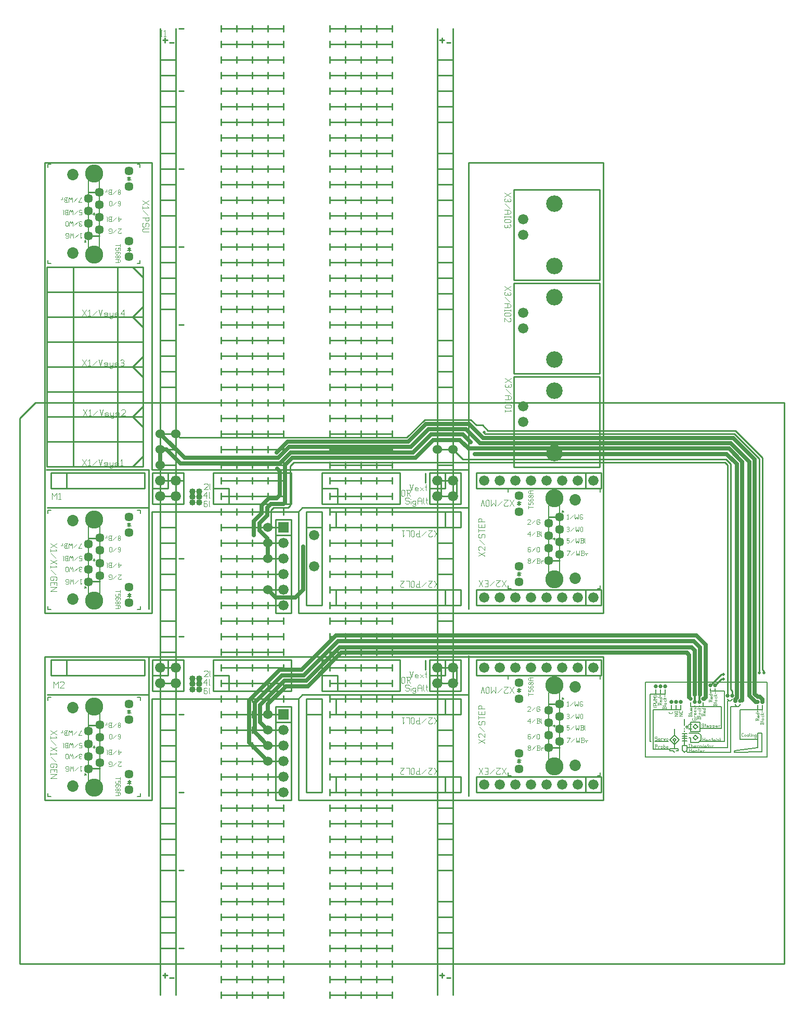
<source format=gbr>
G04 This is an RS-274x file exported by *
G04 gerbv version 2.7.0 *
G04 More information is available about gerbv at *
G04 http://gerbv.geda-project.org/ *
G04 --End of header info--*
%MOIN*%
%FSLAX36Y36*%
%IPPOS*%
G04 --Define apertures--*
%ADD10C,0.0940*%
%ADD11C,0.0510*%
%ADD12C,0.0350*%
%ADD13C,0.0400*%
%ADD14C,0.0572*%
%ADD15C,0.1162*%
%ADD16C,0.0729*%
%ADD17C,0.0100*%
%ADD18C,0.0040*%
%ADD19C,0.0060*%
%ADD20C,0.0038*%
%ADD21C,0.0030*%
%ADD22C,0.0050*%
%ADD23C,0.0022*%
%ADD24C,0.0021*%
%ADD25C,0.0027*%
%ADD26C,0.0660*%
%ADD27C,0.1060*%
%ADD28C,0.0250*%
%ADD29C,0.0140*%
%ADD30C,0.0600*%
%ADD31C,0.0200*%
%ADD32C,0.0001*%
%ADD33C,0.0380*%
%ADD34C,0.0260*%
G04 --Start main section--*
G54D10*
G01X3425030Y1665170D03*
G01X3425030Y2184770D03*
G01X0475430Y1530370D03*
G01X0475430Y2050070D03*
G54D11*
G01X3560030Y1672970D03*
G01X3560030Y2176970D03*
G01X0340430Y1538270D03*
G01X0340430Y2042170D03*
G54D12*
G01X3460430Y1824560D03*
G01X3460430Y1904870D03*
G01X3460430Y1985170D03*
G01X3460430Y2065570D03*
G01X3389630Y1784370D03*
G01X3389630Y1864770D03*
G01X3389630Y1945070D03*
G01X3389630Y2025370D03*
G01X3200230Y1649370D03*
G01X3200230Y2200570D03*
G01X0700230Y1514570D03*
G01X0700230Y1614970D03*
G01X0700230Y1965370D03*
G01X0700230Y2065770D03*
G01X0510930Y1689770D03*
G01X0510930Y1770170D03*
G01X0510930Y1850470D03*
G01X0510930Y1930770D03*
G01X0440030Y1649670D03*
G01X0440030Y1810270D03*
G01X0440030Y1890570D03*
G54D13*
G01X1150020Y2229970D03*
G01X1150020Y2194970D03*
G01X1150020Y2159970D03*
G01X1105030Y2229970D03*
G01X1105030Y2194970D03*
G01X1105030Y2159970D03*
G54D14*
G01X3200230Y2100170D03*
G01X3200230Y2200560D03*
G01X3389600Y2025360D03*
G01X3389600Y1784420D03*
G01X3389600Y1864730D03*
G01X3460460Y1824580D03*
G54D15*
G01X3425030Y1665130D03*
G54D16*
G01X3560070Y1673000D03*
G54D14*
G01X3200230Y1649380D03*
G01X3200230Y1749770D03*
G01X3460460Y2065520D03*
G01X3460460Y1985210D03*
G01X3460460Y1904890D03*
G54D15*
G01X3425030Y2184810D03*
G54D16*
G01X3560070Y2176940D03*
G54D14*
G01X3389600Y1945050D03*
G54D15*
G01X0475460Y2050050D03*
G54D16*
G01X0340420Y2042170D03*
G54D14*
G01X0700270Y2065800D03*
G01X0700270Y1965400D03*
G01X0510900Y1930750D03*
G01X0510900Y1850440D03*
G01X0440030Y1890600D03*
G01X0700270Y1615010D03*
G01X0700270Y1514620D03*
G01X0510900Y1689810D03*
G01X0510900Y1770130D03*
G01X0440030Y1649660D03*
G01X0440030Y1729970D03*
G01X0440030Y1810280D03*
G54D15*
G01X0475460Y1530360D03*
G54D16*
G01X0340420Y1538240D03*
G54D17*
G01X0160030Y2369970D02*
G01X3740030Y2369970D01*
G01X0160030Y2369970D02*
G01X0160030Y1449970D01*
G01X0160030Y1449970D02*
G01X0845030Y1449970D01*
G01X0845030Y2099970D02*
G01X0845030Y1449970D01*
G01X0845030Y2099970D02*
G01X1785030Y2099970D01*
G01X1785030Y2099970D02*
G01X1785030Y1449970D01*
G01X3740030Y2369970D02*
G01X3740030Y1449970D01*
G01X1785030Y1449970D02*
G01X3740030Y1449970D01*
G54D18*
G01X0195460Y1589210D02*
G01X0235460Y1589210D01*
G01X0195460Y1589210D02*
G01X0235460Y1614210D01*
G01X0195460Y1614210D02*
G01X0235460Y1614210D01*
G01X0235460Y1646210D02*
G01X0235460Y1626200D01*
G01X0195460Y1646210D02*
G01X0235460Y1646210D01*
G01X0195460Y1646210D02*
G01X0195460Y1626200D01*
G01X0217460Y1646210D02*
G01X0217460Y1631210D01*
G01X0215460Y1673210D02*
G01X0215460Y1663210D01*
G01X0210460Y1658210D02*
G01X0215460Y1663210D01*
G01X0200460Y1658210D02*
G01X0210460Y1658210D01*
G01X0195460Y1663210D02*
G01X0200460Y1658210D01*
G01X0195460Y1678210D02*
G01X0195460Y1663210D01*
G01X0195460Y1678210D02*
G01X0200460Y1683210D01*
G01X0200460Y1683210D02*
G01X0230460Y1683210D01*
G01X0230460Y1683210D02*
G01X0235460Y1678210D01*
G01X0235460Y1678210D02*
G01X0235460Y1663210D01*
G01X0230460Y1658210D02*
G01X0235460Y1663210D01*
G01X0200460Y1725210D02*
G01X0230460Y1695210D01*
G01X0195460Y1752210D02*
G01X0195460Y1737210D01*
G01X0195460Y1744210D02*
G01X0235460Y1744210D01*
G01X0227460Y1752210D02*
G01X0235460Y1744210D01*
G01X0195460Y1764210D02*
G01X0235460Y1789210D01*
G01X0195460Y1789210D02*
G01X0235460Y1764210D01*
G01X0200460Y1831210D02*
G01X0230460Y1801210D01*
G01X0195460Y1858200D02*
G01X0195460Y1843200D01*
G01X0195460Y1850200D02*
G01X0235460Y1850200D01*
G01X0227460Y1858200D02*
G01X0235460Y1850200D01*
G01X0195460Y1870210D02*
G01X0235460Y1895210D01*
G01X0195460Y1895210D02*
G01X0235460Y1870210D01*
G01X2942030Y1654970D02*
G01X2967030Y1614970D01*
G01X2942030Y1614970D02*
G01X2967030Y1654970D01*
G01X2979030Y1614970D02*
G01X2999030Y1614970D01*
G01X2999030Y1654970D02*
G01X2999030Y1614970D01*
G01X2979030Y1654970D02*
G01X2999030Y1654970D01*
G01X2984030Y1632970D02*
G01X2999030Y1632970D01*
G01X3011030Y1619970D02*
G01X3041030Y1649970D01*
G01X3053030Y1654970D02*
G01X3078030Y1654970D01*
G01X3053030Y1629970D02*
G01X3078030Y1654970D01*
G01X3053030Y1629970D02*
G01X3053030Y1619970D01*
G01X3053030Y1619970D02*
G01X3058030Y1614970D01*
G01X3058030Y1614970D02*
G01X3073030Y1614970D01*
G01X3073030Y1614970D02*
G01X3078030Y1619970D01*
G01X3090030Y1654970D02*
G01X3115030Y1614970D01*
G01X3090030Y1614970D02*
G01X3115030Y1654970D01*
G01X2438030Y1654970D02*
G01X2463030Y1654970D01*
G01X2438030Y1629970D02*
G01X2463030Y1654970D01*
G01X2438030Y1629970D02*
G01X2438030Y1619970D01*
G01X2438030Y1619970D02*
G01X2443030Y1614970D01*
G01X2443030Y1614970D02*
G01X2458030Y1614970D01*
G01X2458030Y1614970D02*
G01X2463030Y1619970D01*
G01X2475030Y1654970D02*
G01X2495030Y1654970D01*
G01X2495030Y1654970D02*
G01X2495030Y1614970D01*
G01X2522020Y1654970D02*
G01X2527030Y1649970D01*
G01X2512030Y1654970D02*
G01X2522020Y1654970D01*
G01X2507030Y1649970D02*
G01X2512030Y1654970D01*
G01X2507030Y1649970D02*
G01X2507030Y1619970D01*
G01X2507030Y1619970D02*
G01X2512030Y1614970D01*
G01X2512030Y1614970D02*
G01X2522020Y1614970D01*
G01X2522020Y1614970D02*
G01X2527030Y1619970D01*
G01X2527030Y1649970D02*
G01X2527030Y1619970D01*
G01X2544030Y1634970D02*
G01X2559030Y1634970D01*
G01X2539030Y1629970D02*
G01X2544030Y1634970D01*
G01X2539030Y1629970D02*
G01X2539030Y1619970D01*
G01X2539030Y1619970D02*
G01X2544030Y1614970D01*
G01X2544030Y1614970D02*
G01X2564030Y1614970D01*
G01X2559030Y1654970D02*
G01X2559030Y1614970D01*
G01X2576030Y1619970D02*
G01X2606030Y1649970D01*
G01X2618030Y1654970D02*
G01X2643030Y1654970D01*
G01X2618030Y1629970D02*
G01X2643030Y1654970D01*
G01X2618030Y1629970D02*
G01X2618030Y1619970D01*
G01X2618030Y1619970D02*
G01X2623030Y1614970D01*
G01X2623030Y1614970D02*
G01X2638030Y1614970D01*
G01X2638030Y1614970D02*
G01X2643030Y1619970D01*
G01X2655030Y1654970D02*
G01X2680030Y1614970D01*
G01X2655030Y1614970D02*
G01X2680030Y1654970D01*
G01X2955030Y2134970D02*
G01X2965030Y2174970D01*
G01X2965030Y2174970D02*
G01X2975030Y2134970D01*
G01X3002030Y2174970D02*
G01X3007030Y2169970D01*
G01X2992030Y2174970D02*
G01X3002030Y2174970D01*
G01X2987030Y2169970D02*
G01X2992030Y2174970D01*
G01X2987030Y2169970D02*
G01X2987030Y2139970D01*
G01X2987030Y2139970D02*
G01X2992030Y2134970D01*
G01X2992030Y2134970D02*
G01X3002030Y2134970D01*
G01X3002030Y2134970D02*
G01X3007030Y2139970D01*
G01X3007030Y2169970D02*
G01X3007030Y2139970D01*
G01X3019030Y2174970D02*
G01X3019030Y2134970D01*
G01X3019030Y2134970D02*
G01X3034030Y2154970D01*
G01X3034030Y2154970D02*
G01X3049030Y2134970D01*
G01X3049030Y2174970D02*
G01X3049030Y2134970D01*
G01X3061030Y2139970D02*
G01X3091030Y2169970D01*
G01X3103030Y2174970D02*
G01X3128030Y2174970D01*
G01X3103030Y2149970D02*
G01X3128030Y2174970D01*
G01X3103030Y2149970D02*
G01X3103030Y2139970D01*
G01X3103030Y2139970D02*
G01X3108030Y2134970D01*
G01X3108030Y2134970D02*
G01X3123030Y2134970D01*
G01X3123030Y2134970D02*
G01X3128030Y2139970D01*
G01X3140030Y2174970D02*
G01X3165030Y2134970D01*
G01X3140030Y2134970D02*
G01X3165030Y2174970D01*
G01X2448030Y1979970D02*
G01X2463030Y1979970D01*
G01X2455030Y1979970D02*
G01X2455030Y1939970D01*
G01X2455030Y1939970D02*
G01X2463030Y1947970D01*
G01X2475030Y1979970D02*
G01X2495030Y1979970D01*
G01X2495030Y1979970D02*
G01X2495030Y1939970D01*
G01X2522020Y1979970D02*
G01X2527030Y1974970D01*
G01X2512030Y1979970D02*
G01X2522020Y1979970D01*
G01X2507030Y1974970D02*
G01X2512030Y1979970D01*
G01X2507030Y1974970D02*
G01X2507030Y1944970D01*
G01X2507030Y1944970D02*
G01X2512030Y1939970D01*
G01X2512030Y1939970D02*
G01X2522020Y1939970D01*
G01X2522020Y1939970D02*
G01X2527030Y1944970D01*
G01X2527030Y1974970D02*
G01X2527030Y1944970D01*
G01X2544030Y1959970D02*
G01X2559030Y1959970D01*
G01X2539030Y1954970D02*
G01X2544030Y1959970D01*
G01X2539030Y1954970D02*
G01X2539030Y1944970D01*
G01X2539030Y1944970D02*
G01X2544030Y1939970D01*
G01X2544030Y1939970D02*
G01X2564030Y1939970D01*
G01X2559030Y1979970D02*
G01X2559030Y1939970D01*
G01X2576030Y1944970D02*
G01X2606030Y1974970D01*
G01X2618030Y1979970D02*
G01X2643030Y1979970D01*
G01X2618030Y1954970D02*
G01X2643030Y1979970D01*
G01X2618030Y1954970D02*
G01X2618030Y1944970D01*
G01X2618030Y1944970D02*
G01X2623030Y1939970D01*
G01X2623030Y1939970D02*
G01X2638030Y1939970D01*
G01X2638030Y1939970D02*
G01X2643030Y1944970D01*
G01X2655030Y1979970D02*
G01X2680030Y1939970D01*
G01X2655030Y1939970D02*
G01X2680030Y1979970D01*
G01X2960030Y2051970D02*
G01X2960030Y2036970D01*
G01X2955030Y2056970D02*
G01X2960030Y2051970D01*
G01X2945030Y2056970D02*
G01X2955030Y2056970D01*
G01X2940030Y2051970D02*
G01X2945030Y2056970D01*
G01X2940030Y2051970D02*
G01X2940030Y2031970D01*
G01X2940030Y2036970D02*
G01X2980030Y2036970D01*
G01X2940030Y2019970D02*
G01X2940030Y1999970D01*
G01X2940030Y1999970D02*
G01X2980030Y1999970D01*
G01X2980030Y2019970D02*
G01X2980030Y1999970D01*
G01X2958030Y2014970D02*
G01X2958030Y1999970D01*
G01X2940030Y1977970D02*
G01X2980030Y1977970D01*
G01X2940030Y1987970D02*
G01X2940030Y1967970D01*
G01X2975030Y1930970D02*
G01X2980030Y1935970D01*
G01X2980030Y1950970D02*
G01X2980030Y1935970D01*
G01X2975030Y1955970D02*
G01X2980030Y1950970D01*
G01X2965030Y1955970D02*
G01X2975030Y1955970D01*
G01X2960030Y1950970D02*
G01X2965030Y1955970D01*
G01X2960030Y1950970D02*
G01X2960030Y1935970D01*
G01X2955030Y1930970D02*
G01X2960030Y1935970D01*
G01X2945030Y1930970D02*
G01X2955030Y1930970D01*
G01X2940030Y1935970D02*
G01X2945030Y1930970D01*
G01X2940030Y1950970D02*
G01X2940030Y1935970D01*
G01X2940030Y1950970D02*
G01X2945030Y1955970D01*
G01X2945030Y1918970D02*
G01X2975030Y1888970D01*
G01X2980030Y1876960D02*
G01X2980030Y1851970D01*
G01X2955030Y1876960D02*
G01X2980030Y1851970D01*
G01X2945030Y1876960D02*
G01X2955030Y1876960D01*
G01X2940030Y1871960D02*
G01X2945030Y1876960D01*
G01X2940030Y1871960D02*
G01X2940030Y1856970D01*
G01X2940030Y1856970D02*
G01X2945030Y1851970D01*
G01X2940030Y1814970D02*
G01X2980030Y1839970D01*
G01X2940030Y1839970D02*
G01X2980030Y1814970D01*
G54D17*
G01X0950030Y2349970D02*
G01X0950030Y2249970D01*
G01X0850030Y2249970D02*
G01X0950030Y2249970D01*
G01X0850030Y2349970D02*
G01X1050030Y2349970D01*
G01X1050030Y2349970D02*
G01X1050030Y2149970D01*
G01X0850030Y2149970D02*
G01X1050030Y2149970D01*
G01X0850030Y2349970D02*
G01X0850030Y2149970D01*
G01X0200030Y2349970D02*
G01X0300030Y2349970D01*
G01X0300030Y2349970D02*
G01X0300030Y2249970D01*
G01X0200030Y2349970D02*
G01X0200030Y2249970D01*
G01X0200030Y2349970D02*
G01X0800030Y2349970D01*
G01X0800030Y2349970D02*
G01X0800030Y2249970D01*
G01X0200030Y2249970D02*
G01X0800030Y2249970D01*
G54D19*
G01X0414440Y1618950D02*
G01X0424280Y1609100D01*
G01X0414440Y1609100D02*
G01X0424280Y1618950D01*
G01X0770740Y1490990D02*
G01X0770740Y1471310D01*
G01X0751050Y1471310D02*
G01X0770740Y1471310D01*
G01X0770740Y2109100D02*
G01X0770740Y2089420D01*
G01X0751050Y2109100D02*
G01X0770740Y2109100D01*
G01X0180190Y1490990D02*
G01X0180190Y1471310D01*
G01X0180190Y1471310D02*
G01X0199870Y1471310D01*
G01X0180190Y2109100D02*
G01X0180190Y2089420D01*
G01X0180190Y2109100D02*
G01X0199870Y2109100D01*
G01X0467590Y1790210D02*
G01X0483340Y1790210D01*
G01X0475460Y1798080D02*
G01X0475460Y1782330D01*
G01X0510900Y2006740D02*
G01X0510900Y1575640D01*
G01X0440030Y2006740D02*
G01X0440030Y1575640D01*
G54D17*
G01X0440030Y1929970D02*
G01X0510900Y1929970D01*
G01X0440030Y1650440D02*
G01X0510900Y1650440D01*
G54D19*
G01X0701010Y1577410D02*
G01X0701010Y1569530D01*
G01X0701010Y1555760D02*
G01X0701010Y1547880D01*
G01X0689200Y1555760D02*
G01X0712830Y1555760D01*
G01X0691170Y1569530D02*
G01X0710860Y1569530D01*
G01X0691170Y1569530D02*
G01X0701010Y1559690D01*
G01X0701010Y1559690D02*
G01X0710860Y1569530D01*
G01X0700270Y2012650D02*
G01X0710110Y2022490D01*
G01X0690420Y2022490D02*
G01X0700270Y2012650D01*
G01X0690420Y2022490D02*
G01X0710110Y2022490D01*
G01X0688460Y2008710D02*
G01X0712080Y2008710D01*
G01X0700270Y2008710D02*
G01X0700270Y2000840D01*
G01X0700270Y2030360D02*
G01X0700270Y2022490D01*
G54D17*
G01X1240030Y2249970D02*
G01X1340030Y2249970D01*
G01X1340030Y2249970D02*
G01X1340030Y2149970D01*
G01X1240030Y2349970D02*
G01X1240030Y2149970D01*
G01X1240030Y2349970D02*
G01X1740030Y2349970D01*
G01X1740030Y2349970D02*
G01X1740030Y2149970D01*
G01X1240030Y2149970D02*
G01X1740030Y2149970D01*
G01X1935030Y2099970D02*
G01X1935030Y1999970D01*
G01X1835030Y1999970D02*
G01X1935030Y1999970D01*
G01X1835030Y2099970D02*
G01X1935030Y2099970D01*
G01X1935030Y2099970D02*
G01X1935030Y1499970D01*
G01X1835030Y1499970D02*
G01X1935030Y1499970D01*
G01X1835030Y2099970D02*
G01X1835030Y1499970D01*
G01X3625030Y2249970D02*
G01X3725030Y2249970D01*
G01X3625030Y2349970D02*
G01X3625030Y2249970D01*
G01X3725030Y2349970D02*
G01X3725030Y2249970D01*
G01X2925030Y2249970D02*
G01X3725030Y2249970D01*
G01X2925030Y2349970D02*
G01X2925030Y2249970D01*
G01X2925030Y2349970D02*
G01X3725030Y2349970D01*
G01X3625030Y1499970D02*
G01X3725030Y1499970D01*
G01X3625030Y1599970D02*
G01X3625030Y1499970D01*
G01X3725030Y1599970D02*
G01X3725030Y1499970D01*
G01X2925030Y1499970D02*
G01X3725030Y1499970D01*
G01X2925030Y1599970D02*
G01X2925030Y1499970D01*
G01X2925030Y1599970D02*
G01X3725030Y1599970D01*
G01X2725030Y1499970D02*
G01X2825030Y1499970D01*
G01X2725030Y1599970D02*
G01X2725030Y1499970D01*
G01X2825030Y1599970D02*
G01X2825030Y1499970D01*
G01X2025030Y1499970D02*
G01X2825030Y1499970D01*
G01X2025030Y1599970D02*
G01X2025030Y1499970D01*
G01X2025030Y1599970D02*
G01X2825030Y1599970D01*
G01X2725030Y2349970D02*
G01X2725030Y2249970D01*
G01X2625030Y2249970D02*
G01X2725030Y2249970D01*
G01X2625030Y2349970D02*
G01X2825030Y2349970D01*
G01X2825030Y2349970D02*
G01X2825030Y2149970D01*
G01X2625030Y2149970D02*
G01X2825030Y2149970D01*
G01X2625030Y2349970D02*
G01X2625030Y2149970D01*
G01X1935030Y2249970D02*
G01X2035030Y2249970D01*
G01X2035030Y2249970D02*
G01X2035030Y2149970D01*
G01X1935030Y2349970D02*
G01X1935030Y2149970D01*
G01X1935030Y2349970D02*
G01X2435030Y2349970D01*
G01X2435030Y2349970D02*
G01X2435030Y2149970D01*
G01X1935030Y2149970D02*
G01X2435030Y2149970D01*
G01X2725030Y1999970D02*
G01X2825030Y1999970D01*
G01X2725030Y2099970D02*
G01X2725030Y1999970D01*
G01X2825030Y2099970D02*
G01X2825030Y1999970D01*
G01X2025030Y1999970D02*
G01X2825030Y1999970D01*
G01X2025030Y2099970D02*
G01X2025030Y1999970D01*
G01X2025030Y2099970D02*
G01X2825030Y2099970D01*
G54D19*
G01X3476210Y2106070D02*
G01X3486050Y2096230D01*
G01X3476210Y2096230D02*
G01X3486050Y2106070D01*
G01X3129750Y2243870D02*
G01X3129750Y2224180D01*
G01X3129750Y2243870D02*
G01X3149440Y2243870D01*
G01X3129750Y1625760D02*
G01X3129750Y1606070D01*
G01X3129750Y1606070D02*
G01X3149440Y1606070D01*
G01X3720310Y2243870D02*
G01X3720310Y2224180D01*
G01X3700620Y2243870D02*
G01X3720310Y2243870D01*
G01X3720310Y1625760D02*
G01X3720310Y1606070D01*
G01X3700620Y1606070D02*
G01X3720310Y1606070D01*
G01X3417160Y1924970D02*
G01X3432900Y1924970D01*
G01X3425030Y1932840D02*
G01X3425030Y1917090D01*
G01X3389600Y2139540D02*
G01X3389600Y1708430D01*
G01X3460460Y2139540D02*
G01X3460460Y1708430D01*
G54D17*
G01X3389600Y1785210D02*
G01X3460460Y1785210D01*
G01X3389600Y2064730D02*
G01X3460460Y2064730D01*
G54D19*
G01X3199480Y2145640D02*
G01X3199480Y2137770D01*
G01X3199480Y2167290D02*
G01X3199480Y2159420D01*
G01X3187670Y2159420D02*
G01X3211290Y2159420D01*
G01X3189640Y2145640D02*
G01X3209320Y2145640D01*
G01X3199480Y2155480D02*
G01X3209320Y2145640D01*
G01X3189640Y2145640D02*
G01X3199480Y2155480D01*
G01X3190380Y1692690D02*
G01X3200230Y1702530D01*
G01X3200230Y1702530D02*
G01X3210070Y1692690D01*
G01X3190380Y1692690D02*
G01X3210070Y1692690D01*
G01X3188420Y1706470D02*
G01X3212040Y1706470D01*
G01X3200230Y1714340D02*
G01X3200230Y1706470D01*
G01X3200230Y1692690D02*
G01X3200230Y1684810D01*
G54D20*
G01X1215550Y2246770D02*
G01X1220350Y2241970D01*
G01X1215550Y2280370D02*
G01X1215550Y2246770D01*
G01X1180030Y2241970D02*
G01X1204030Y2241970D01*
G01X1180030Y2241970D02*
G01X1204030Y2265970D01*
G01X1204030Y2275570D02*
G01X1204030Y2265970D01*
G01X1199230Y2280370D02*
G01X1204030Y2275570D01*
G01X1184830Y2280370D02*
G01X1199230Y2280370D01*
G01X1180030Y2275570D02*
G01X1184830Y2280370D01*
G01X1210920Y2191320D02*
G01X1215770Y2186470D01*
G01X1210920Y2225270D02*
G01X1210920Y2191320D01*
G01X1194420Y2225270D02*
G01X1194420Y2186470D01*
G01X1175030Y2201020D02*
G01X1199280Y2201020D01*
G01X1175030Y2201020D02*
G01X1194420Y2225270D01*
G01X1210750Y2136770D02*
G01X1215550Y2131970D01*
G01X1210750Y2170370D02*
G01X1210750Y2136770D01*
G01X1199230Y2148290D02*
G01X1199230Y2136770D01*
G01X1194420Y2131970D02*
G01X1199230Y2136770D01*
G01X1184830Y2131970D02*
G01X1194420Y2131970D01*
G01X1180030Y2153090D02*
G01X1194420Y2153090D01*
G01X1194420Y2153090D02*
G01X1199230Y2148290D01*
G01X1180030Y2136770D02*
G01X1184830Y2131970D01*
G01X1180030Y2165570D02*
G01X1180030Y2136770D01*
G01X1180030Y2165570D02*
G01X1184830Y2170370D01*
G01X1184830Y2170370D02*
G01X1194420Y2170370D01*
G01X1194420Y2170370D02*
G01X1199230Y2165570D01*
G54D21*
G01X0556300Y1934530D02*
G01X0560040Y1930780D01*
G01X0545040Y1930780D02*
G01X0552550Y1930780D01*
G01X0552550Y1930780D02*
G01X0556300Y1934530D01*
G01X0556300Y1945780D02*
G01X0556300Y1934530D01*
G01X0569050Y1925530D02*
G01X0572800Y1929280D01*
G01X0569050Y1925530D02*
G01X0569050Y1919530D01*
G01X0569050Y1919530D02*
G01X0572800Y1915780D01*
G01X0572800Y1915780D02*
G01X0587800Y1915780D01*
G01X0584050Y1945780D02*
G01X0584050Y1915780D01*
G01X0572800Y1929280D02*
G01X0584050Y1929280D01*
G01X0569050Y1933020D02*
G01X0572800Y1929280D01*
G01X0569050Y1942030D02*
G01X0569050Y1933020D01*
G01X0569050Y1942030D02*
G01X0572800Y1945780D01*
G01X0572800Y1945780D02*
G01X0587800Y1945780D01*
G01X0596800Y1919530D02*
G01X0619300Y1942030D01*
G01X0628300Y1925530D02*
G01X0633550Y1930780D01*
G01X0628300Y1925530D02*
G01X0628300Y1919530D01*
G01X0628300Y1919530D02*
G01X0632050Y1915780D01*
G01X0632050Y1915780D02*
G01X0639550Y1915780D01*
G01X0639550Y1915780D02*
G01X0643300Y1919530D01*
G01X0643300Y1925530D02*
G01X0643300Y1919530D01*
G01X0638050Y1930780D02*
G01X0643300Y1925530D01*
G01X0632050Y1945780D02*
G01X0639550Y1945780D01*
G01X0628300Y1942030D02*
G01X0632050Y1945780D01*
G01X0628300Y1942030D02*
G01X0628300Y1936020D01*
G01X0628300Y1936020D02*
G01X0633550Y1930780D01*
G01X0633550Y1930780D02*
G01X0638050Y1930780D01*
G01X0638050Y1930780D02*
G01X0643300Y1936020D01*
G01X0643300Y1942030D02*
G01X0643300Y1936020D01*
G01X0639550Y1945780D02*
G01X0643300Y1942030D01*
G01X0272620Y1885710D02*
G01X0276360Y1881960D01*
G01X0261370Y1881960D02*
G01X0268870Y1881960D01*
G01X0268870Y1881960D02*
G01X0272620Y1885710D01*
G01X0272620Y1896960D02*
G01X0272620Y1885710D01*
G01X0285370Y1876710D02*
G01X0289120Y1880450D01*
G01X0285370Y1876710D02*
G01X0285370Y1870710D01*
G01X0285370Y1870710D02*
G01X0289120Y1866960D01*
G01X0289120Y1866960D02*
G01X0304120Y1866960D01*
G01X0300370Y1896960D02*
G01X0300370Y1866960D01*
G01X0289120Y1880450D02*
G01X0300370Y1880450D01*
G01X0285370Y1884210D02*
G01X0289120Y1880450D01*
G01X0285370Y1893210D02*
G01X0285370Y1884210D01*
G01X0285370Y1893210D02*
G01X0289120Y1896960D01*
G01X0289120Y1896960D02*
G01X0304120Y1896960D01*
G01X0313110Y1881960D02*
G01X0313110Y1866960D01*
G01X0313110Y1881960D02*
G01X0316870Y1896960D01*
G01X0316870Y1896960D02*
G01X0324370Y1881960D01*
G01X0324370Y1881960D02*
G01X0331870Y1896960D01*
G01X0331870Y1896960D02*
G01X0335620Y1881960D01*
G01X0335620Y1881960D02*
G01X0335620Y1866960D01*
G01X0344620Y1870710D02*
G01X0367120Y1893210D01*
G01X0376120Y1866960D02*
G01X0394870Y1866960D01*
G01X0376120Y1866960D02*
G01X0391120Y1896960D01*
G01X0584050Y1873130D02*
G01X0587800Y1869390D01*
G01X0576550Y1873130D02*
G01X0584050Y1873130D01*
G01X0572800Y1869390D02*
G01X0576550Y1873130D01*
G01X0572800Y1869390D02*
G01X0572800Y1846880D01*
G01X0572800Y1846880D02*
G01X0576550Y1843140D01*
G01X0576550Y1843140D02*
G01X0584050Y1843140D01*
G01X0584050Y1843140D02*
G01X0587800Y1846880D01*
G01X0587800Y1869390D02*
G01X0587800Y1846880D01*
G01X0596800Y1846880D02*
G01X0619300Y1869390D01*
G01X0628300Y1869390D02*
G01X0628300Y1860390D01*
G01X0628300Y1869390D02*
G01X0632050Y1873130D01*
G01X0632050Y1873130D02*
G01X0639550Y1873130D01*
G01X0632050Y1856640D02*
G01X0643300Y1856640D01*
G01X0628300Y1860390D02*
G01X0632050Y1856640D01*
G01X0639550Y1873130D02*
G01X0643300Y1869390D01*
G01X0643300Y1869390D02*
G01X0643300Y1846880D01*
G01X0639550Y1843140D02*
G01X0643300Y1846880D01*
G01X0632050Y1843140D02*
G01X0639550Y1843140D01*
G01X0628300Y1846880D02*
G01X0632050Y1843140D01*
G01X0556480Y1771560D02*
G01X0560230Y1767810D01*
G01X0560230Y1767810D02*
G01X0560230Y1741560D01*
G01X0569230Y1751310D02*
G01X0572970Y1755060D01*
G01X0569230Y1751310D02*
G01X0569230Y1745310D01*
G01X0569230Y1745310D02*
G01X0572970Y1741560D01*
G01X0572970Y1741560D02*
G01X0587980Y1741560D01*
G01X0584230Y1771560D02*
G01X0584230Y1741560D01*
G01X0572970Y1755060D02*
G01X0584230Y1755060D01*
G01X0569230Y1758810D02*
G01X0572970Y1755060D01*
G01X0569230Y1767810D02*
G01X0569230Y1758810D01*
G01X0569230Y1767810D02*
G01X0572970Y1771560D01*
G01X0572970Y1771560D02*
G01X0587980Y1771560D01*
G01X0596980Y1745310D02*
G01X0619470Y1767810D01*
G01X0632230Y1771560D02*
G01X0632230Y1741560D01*
G01X0628470Y1760310D02*
G01X0647230Y1760310D01*
G01X0632230Y1741560D02*
G01X0647230Y1760310D01*
G01X0572970Y1679990D02*
G01X0580480Y1679990D01*
G01X0569230Y1683740D02*
G01X0572970Y1679990D01*
G01X0569230Y1691240D02*
G01X0569230Y1683740D01*
G01X0569230Y1691240D02*
G01X0572970Y1694990D01*
G01X0572970Y1694990D02*
G01X0584230Y1694990D01*
G01X0584230Y1694990D02*
G01X0587980Y1691240D01*
G01X0587980Y1691240D02*
G01X0587980Y1668740D01*
G01X0584230Y1664990D02*
G01X0587980Y1668740D01*
G01X0572970Y1664990D02*
G01X0584230Y1664990D01*
G01X0569230Y1668740D02*
G01X0572970Y1664990D01*
G01X0596980Y1668740D02*
G01X0619470Y1691240D01*
G01X0628470Y1694990D02*
G01X0647230Y1694990D01*
G01X0628470Y1676240D02*
G01X0647230Y1694990D01*
G01X0628470Y1676240D02*
G01X0628470Y1668740D01*
G01X0628470Y1668740D02*
G01X0632230Y1664990D01*
G01X0632230Y1664990D02*
G01X0643480Y1664990D01*
G01X0643480Y1664990D02*
G01X0647230Y1668740D01*
G01X0627290Y1499090D02*
G01X0627290Y1480340D01*
G01X0612290Y1480340D02*
G01X0634790Y1480340D01*
G01X0634790Y1480340D02*
G01X0642290Y1485590D01*
G01X0642290Y1493840D02*
G01X0642290Y1485590D01*
G01X0634790Y1499090D02*
G01X0642290Y1493840D01*
G01X0612290Y1499090D02*
G01X0634790Y1499090D01*
G01X0627290Y1513340D02*
G01X0632540Y1508090D01*
G01X0632540Y1508090D02*
G01X0638540Y1508090D01*
G01X0638540Y1508090D02*
G01X0642290Y1511840D01*
G01X0642290Y1519340D02*
G01X0642290Y1511840D01*
G01X0638540Y1523090D02*
G01X0642290Y1519340D01*
G01X0632540Y1523090D02*
G01X0638540Y1523090D01*
G01X0627290Y1517840D02*
G01X0632540Y1523090D01*
G01X0612290Y1519340D02*
G01X0612290Y1511840D01*
G01X0612290Y1511840D02*
G01X0616030Y1508090D01*
G01X0616030Y1508090D02*
G01X0622030Y1508090D01*
G01X0622030Y1508090D02*
G01X0627290Y1513340D01*
G01X0627290Y1517840D02*
G01X0627290Y1513340D01*
G01X0622030Y1523090D02*
G01X0627290Y1517840D01*
G01X0616030Y1523090D02*
G01X0622030Y1523090D01*
G01X0612290Y1519340D02*
G01X0616030Y1523090D01*
G01X0616030Y1532090D02*
G01X0625030Y1532090D01*
G01X0612290Y1535840D02*
G01X0616030Y1532090D01*
G01X0612290Y1543340D02*
G01X0612290Y1535840D01*
G01X0628790Y1547090D02*
G01X0628790Y1535840D01*
G01X0625030Y1532090D02*
G01X0628790Y1535840D01*
G01X0612290Y1543340D02*
G01X0616030Y1547090D01*
G01X0616030Y1547090D02*
G01X0638540Y1547090D01*
G01X0638540Y1547090D02*
G01X0642290Y1543340D01*
G01X0642290Y1543340D02*
G01X0642290Y1535840D01*
G01X0638540Y1532090D02*
G01X0642290Y1535840D01*
G01X0612290Y1567340D02*
G01X0616030Y1571090D01*
G01X0612290Y1567340D02*
G01X0612290Y1559840D01*
G01X0612290Y1559840D02*
G01X0616030Y1556090D01*
G01X0616030Y1556090D02*
G01X0627290Y1556090D01*
G01X0627290Y1556090D02*
G01X0631030Y1559840D01*
G01X0631030Y1567340D02*
G01X0631030Y1559840D01*
G01X0627290Y1571090D02*
G01X0631030Y1567340D01*
G01X0627290Y1571090D02*
G01X0642290Y1571090D01*
G01X0642290Y1571090D02*
G01X0642290Y1556090D01*
G01X0612290Y1587590D02*
G01X0642290Y1587590D01*
G01X0642290Y1595090D02*
G01X0642290Y1580080D01*
G01X0276360Y1816450D02*
G01X0280120Y1812700D01*
G01X0280120Y1812700D02*
G01X0280120Y1786450D01*
G01X0289120Y1796200D02*
G01X0292870Y1799950D01*
G01X0289120Y1796200D02*
G01X0289120Y1790200D01*
G01X0289120Y1790200D02*
G01X0292870Y1786450D01*
G01X0292870Y1786450D02*
G01X0307870Y1786450D01*
G01X0304120Y1816450D02*
G01X0304120Y1786450D01*
G01X0292870Y1799950D02*
G01X0304120Y1799950D01*
G01X0289120Y1803700D02*
G01X0292870Y1799950D01*
G01X0289120Y1812700D02*
G01X0289120Y1803700D01*
G01X0289120Y1812700D02*
G01X0292870Y1816450D01*
G01X0292870Y1816450D02*
G01X0307870Y1816450D01*
G01X0316870Y1801450D02*
G01X0316870Y1786450D01*
G01X0316870Y1801450D02*
G01X0320620Y1816450D01*
G01X0320620Y1816450D02*
G01X0328120Y1801450D01*
G01X0328120Y1801450D02*
G01X0335620Y1816450D01*
G01X0335620Y1816450D02*
G01X0339370Y1801450D01*
G01X0339370Y1801450D02*
G01X0339370Y1786450D01*
G01X0348370Y1790200D02*
G01X0370870Y1812700D01*
G01X0391120Y1816450D02*
G01X0394870Y1812700D01*
G01X0383620Y1816450D02*
G01X0391120Y1816450D01*
G01X0379870Y1812700D02*
G01X0383620Y1816450D01*
G01X0379870Y1812700D02*
G01X0379870Y1801450D01*
G01X0379870Y1801450D02*
G01X0383620Y1797700D01*
G01X0383620Y1797700D02*
G01X0391120Y1797700D01*
G01X0391120Y1797700D02*
G01X0394870Y1801450D01*
G01X0394870Y1801450D02*
G01X0394870Y1786450D01*
G01X0379870Y1786450D02*
G01X0394870Y1786450D01*
G01X0304120Y1743810D02*
G01X0307870Y1740060D01*
G01X0296620Y1743810D02*
G01X0304120Y1743810D01*
G01X0292870Y1740060D02*
G01X0296620Y1743810D01*
G01X0292870Y1740060D02*
G01X0292870Y1717560D01*
G01X0292870Y1717560D02*
G01X0296620Y1713810D01*
G01X0296620Y1713810D02*
G01X0304120Y1713810D01*
G01X0304120Y1713810D02*
G01X0307870Y1717560D01*
G01X0307870Y1740060D02*
G01X0307870Y1717560D01*
G01X0316870Y1728810D02*
G01X0316870Y1713810D01*
G01X0316870Y1728810D02*
G01X0320620Y1743810D01*
G01X0320620Y1743810D02*
G01X0328120Y1728810D01*
G01X0328120Y1728810D02*
G01X0335620Y1743810D01*
G01X0335620Y1743810D02*
G01X0339370Y1728810D01*
G01X0339370Y1728810D02*
G01X0339370Y1713810D01*
G01X0348370Y1717560D02*
G01X0370870Y1740060D01*
G01X0379870Y1723560D02*
G01X0383620Y1727310D01*
G01X0379870Y1731060D02*
G01X0383620Y1727310D01*
G01X0379870Y1740060D02*
G01X0379870Y1731060D01*
G01X0379870Y1723560D02*
G01X0379870Y1717560D01*
G01X0383620Y1727310D02*
G01X0391120Y1727310D01*
G01X0391120Y1743810D02*
G01X0394870Y1740060D01*
G01X0383620Y1743810D02*
G01X0391120Y1743810D01*
G01X0379870Y1740060D02*
G01X0383620Y1743810D01*
G01X0379870Y1717560D02*
G01X0383620Y1713810D01*
G01X0383620Y1713810D02*
G01X0391120Y1713810D01*
G01X0391120Y1713810D02*
G01X0394870Y1717560D01*
G01X0297210Y1649280D02*
G01X0304710Y1649280D01*
G01X0293460Y1653030D02*
G01X0297210Y1649280D01*
G01X0293460Y1660530D02*
G01X0293460Y1653030D01*
G01X0293460Y1660530D02*
G01X0297210Y1664280D01*
G01X0297210Y1664280D02*
G01X0308460Y1664280D01*
G01X0308460Y1664280D02*
G01X0312210Y1660530D01*
G01X0312210Y1660530D02*
G01X0312210Y1638030D01*
G01X0308460Y1634280D02*
G01X0312210Y1638030D01*
G01X0297210Y1634280D02*
G01X0308460Y1634280D01*
G01X0293460Y1638030D02*
G01X0297210Y1634280D01*
G01X0321210Y1649280D02*
G01X0321210Y1634280D01*
G01X0321210Y1649280D02*
G01X0324960Y1664280D01*
G01X0324960Y1664280D02*
G01X0332460Y1649280D01*
G01X0332460Y1649280D02*
G01X0339960Y1664280D01*
G01X0339960Y1664280D02*
G01X0343710Y1649280D01*
G01X0343710Y1649280D02*
G01X0343710Y1634280D01*
G01X0352710Y1638030D02*
G01X0375210Y1660530D01*
G01X0384210Y1664280D02*
G01X0395460Y1664280D01*
G01X0389460Y1664280D02*
G01X0389460Y1634280D01*
G01X0389460Y1634280D02*
G01X0395460Y1640280D01*
G54D18*
G01X2601030Y2174660D02*
G01X2611030Y2174660D01*
G01X2606030Y2154660D02*
G01X2611030Y2149660D01*
G01X2606030Y2189660D02*
G01X2606030Y2154660D01*
G01X2586030Y2154660D02*
G01X2591030Y2149660D01*
G01X2586030Y2189660D02*
G01X2586030Y2154660D01*
G01X2549030Y2169660D02*
G01X2574020Y2169660D01*
G01X2574020Y2179660D02*
G01X2574020Y2149660D01*
G01X2567030Y2189660D02*
G01X2574020Y2179660D01*
G01X2556030Y2189660D02*
G01X2567030Y2189660D01*
G01X2549030Y2179660D02*
G01X2556030Y2189660D01*
G01X2549030Y2179660D02*
G01X2549030Y2149660D01*
G01X2537030Y2169660D02*
G01X2537030Y2139660D01*
G01X2532030Y2134660D02*
G01X2537030Y2139660D01*
G01X2522020Y2134660D02*
G01X2532030Y2134660D01*
G01X2517030Y2139660D02*
G01X2522020Y2134660D01*
G01X2532030Y2149660D02*
G01X2537030Y2154660D01*
G01X2522020Y2149660D02*
G01X2532030Y2149660D01*
G01X2517030Y2154660D02*
G01X2522020Y2149660D01*
G01X2517030Y2164660D02*
G01X2517030Y2154660D01*
G01X2517030Y2164660D02*
G01X2522020Y2169660D01*
G01X2522020Y2169660D02*
G01X2532030Y2169660D01*
G01X2532030Y2169660D02*
G01X2537030Y2164660D01*
G01X2507030Y2164660D02*
G01X2507030Y2149660D01*
G54D22*
G01X2507030Y2179660D02*
G01X2507030Y2178660D01*
G54D18*
G01X2470030Y2154660D02*
G01X2475030Y2149660D01*
G01X2475030Y2149660D02*
G01X2490030Y2149660D01*
G01X2490030Y2149660D02*
G01X2495030Y2154660D01*
G01X2495030Y2164660D02*
G01X2495030Y2154660D01*
G01X2490030Y2169660D02*
G01X2495030Y2164660D01*
G01X2475030Y2169660D02*
G01X2490030Y2169660D01*
G01X2470030Y2174660D02*
G01X2475030Y2169660D01*
G01X2470030Y2184660D02*
G01X2470030Y2174660D01*
G01X2470030Y2184660D02*
G01X2475030Y2189660D01*
G01X2475030Y2189660D02*
G01X2490030Y2189660D01*
G01X2490030Y2189660D02*
G01X2495030Y2184660D01*
G01X2490030Y2219660D02*
G01X2502020Y2199660D01*
G01X2482030Y2239660D02*
G01X2482030Y2199660D01*
G01X2482030Y2219660D02*
G01X2497030Y2219660D01*
G01X2497030Y2219660D02*
G01X2502020Y2224660D01*
G01X2502020Y2234660D02*
G01X2502020Y2224660D01*
G01X2497030Y2239660D02*
G01X2502020Y2234660D01*
G01X2477030Y2239660D02*
G01X2497030Y2239660D01*
G01X2445020Y2204660D02*
G01X2450030Y2199660D01*
G01X2450030Y2199660D02*
G01X2460030Y2199660D01*
G01X2460030Y2199660D02*
G01X2465030Y2204660D01*
G01X2465030Y2234660D02*
G01X2465030Y2204660D01*
G01X2460030Y2239660D02*
G01X2465030Y2234660D01*
G01X2450030Y2239660D02*
G01X2460030Y2239660D01*
G01X2445020Y2234660D02*
G01X2450030Y2239660D01*
G01X2445020Y2234660D02*
G01X2445020Y2204660D01*
G01X2596030Y2259660D02*
G01X2606030Y2259660D01*
G01X2601030Y2239660D02*
G01X2606030Y2234660D01*
G01X2601030Y2274660D02*
G01X2601030Y2239660D01*
G01X2564030Y2234660D02*
G01X2584030Y2254660D01*
G01X2564030Y2254660D02*
G01X2584030Y2234660D01*
G01X2552030Y2249660D02*
G01X2552030Y2244660D01*
G01X2532030Y2244660D02*
G01X2552030Y2244660D01*
G01X2547030Y2254660D02*
G01X2552030Y2249660D01*
G01X2537030Y2254660D02*
G01X2547030Y2254660D01*
G01X2532030Y2249660D02*
G01X2537030Y2254660D01*
G01X2532030Y2249660D02*
G01X2532030Y2239660D01*
G01X2532030Y2239660D02*
G01X2537030Y2234660D01*
G01X2537030Y2234660D02*
G01X2552030Y2234660D01*
G01X2510020Y2234660D02*
G01X2520030Y2274660D01*
G01X2500030Y2274660D02*
G01X2510020Y2234660D01*
G54D21*
G01X3623690Y1833140D02*
G01X3627440Y1829390D01*
G01X3631190Y1833140D02*
G01X3638690Y1833140D01*
G01X3627440Y1829390D02*
G01X3631190Y1833140D01*
G01X3627440Y1829390D02*
G01X3627440Y1818140D01*
G01X3610940Y1834640D02*
G01X3614690Y1838390D01*
G01X3614690Y1844390D02*
G01X3614690Y1838390D01*
G01X3610940Y1848140D02*
G01X3614690Y1844390D01*
G01X3595940Y1848140D02*
G01X3610940Y1848140D01*
G01X3599690Y1848140D02*
G01X3599690Y1818140D01*
G01X3599690Y1834640D02*
G01X3610940Y1834640D01*
G01X3610940Y1834640D02*
G01X3614690Y1830880D01*
G01X3614690Y1830880D02*
G01X3614690Y1821890D01*
G01X3610940Y1818140D02*
G01X3614690Y1821890D01*
G01X3595940Y1818140D02*
G01X3610940Y1818140D01*
G01X3586940Y1848140D02*
G01X3586940Y1833140D01*
G01X3583190Y1818140D02*
G01X3586940Y1833140D01*
G01X3575690Y1833140D02*
G01X3583190Y1818140D01*
G01X3568190Y1818140D02*
G01X3575690Y1833140D01*
G01X3564440Y1833140D02*
G01X3568190Y1818140D01*
G01X3564440Y1848140D02*
G01X3564440Y1833140D01*
G01X3532940Y1821890D02*
G01X3555440Y1844390D01*
G01X3505190Y1848140D02*
G01X3523940Y1848140D01*
G01X3508940Y1818140D02*
G01X3523940Y1848140D01*
G01X3619940Y1902400D02*
G01X3623690Y1898650D01*
G01X3619940Y1928650D02*
G01X3619940Y1902400D01*
G01X3607190Y1915140D02*
G01X3610940Y1918900D01*
G01X3610940Y1924900D02*
G01X3610940Y1918900D01*
G01X3607190Y1928650D02*
G01X3610940Y1924900D01*
G01X3592190Y1928650D02*
G01X3607190Y1928650D01*
G01X3595940Y1928650D02*
G01X3595940Y1898650D01*
G01X3595940Y1915140D02*
G01X3607190Y1915140D01*
G01X3607190Y1915140D02*
G01X3610940Y1911400D01*
G01X3610940Y1911400D02*
G01X3610940Y1902400D01*
G01X3607190Y1898650D02*
G01X3610940Y1902400D01*
G01X3592190Y1898650D02*
G01X3607190Y1898650D01*
G01X3583190Y1928650D02*
G01X3583190Y1913650D01*
G01X3579440Y1898650D02*
G01X3583190Y1913650D01*
G01X3571940Y1913650D02*
G01X3579440Y1898650D01*
G01X3564440Y1898650D02*
G01X3571940Y1913650D01*
G01X3560690Y1913650D02*
G01X3564440Y1898650D01*
G01X3560690Y1928650D02*
G01X3560690Y1913650D01*
G01X3529190Y1902400D02*
G01X3551690Y1924900D01*
G01X3505190Y1902400D02*
G01X3508940Y1898650D01*
G01X3508940Y1898650D02*
G01X3516440Y1898650D01*
G01X3516440Y1898650D02*
G01X3520190Y1902400D01*
G01X3520190Y1913650D02*
G01X3520190Y1902400D01*
G01X3516440Y1917400D02*
G01X3520190Y1913650D01*
G01X3508940Y1917400D02*
G01X3516440Y1917400D01*
G01X3505190Y1913650D02*
G01X3508940Y1917400D01*
G01X3505190Y1928650D02*
G01X3505190Y1913650D01*
G01X3505190Y1928650D02*
G01X3520190Y1928650D01*
G01X3592190Y1975040D02*
G01X3595940Y1971290D01*
G01X3595940Y1971290D02*
G01X3603440Y1971290D01*
G01X3603440Y1971290D02*
G01X3607190Y1975040D01*
G01X3607190Y1997540D02*
G01X3607190Y1975040D01*
G01X3603440Y2001290D02*
G01X3607190Y1997540D01*
G01X3595940Y2001290D02*
G01X3603440Y2001290D01*
G01X3592190Y1997540D02*
G01X3595940Y2001290D01*
G01X3592190Y1997540D02*
G01X3592190Y1975040D01*
G01X3583190Y2001290D02*
G01X3583190Y1986290D01*
G01X3579440Y1971290D02*
G01X3583190Y1986290D01*
G01X3571940Y1986290D02*
G01X3579440Y1971290D01*
G01X3564440Y1971290D02*
G01X3571940Y1986290D01*
G01X3560690Y1986290D02*
G01X3564440Y1971290D01*
G01X3560690Y2001290D02*
G01X3560690Y1986290D01*
G01X3529190Y1975040D02*
G01X3551690Y1997540D01*
G01X3516440Y1987790D02*
G01X3520190Y1991540D01*
G01X3516440Y1987790D02*
G01X3520190Y1984040D01*
G01X3520190Y1984040D02*
G01X3520190Y1975040D01*
G01X3520190Y1997540D02*
G01X3520190Y1991540D01*
G01X3508940Y1987790D02*
G01X3516440Y1987790D01*
G01X3505190Y1975040D02*
G01X3508940Y1971290D01*
G01X3508940Y1971290D02*
G01X3516440Y1971290D01*
G01X3516440Y1971290D02*
G01X3520190Y1975040D01*
G01X3516440Y2001290D02*
G01X3520190Y1997540D01*
G01X3508940Y2001290D02*
G01X3516440Y2001290D01*
G01X3505190Y1997540D02*
G01X3508940Y2001290D01*
G01X3595350Y2065820D02*
G01X3602850Y2065820D01*
G01X3602850Y2065820D02*
G01X3606600Y2062070D01*
G01X3606600Y2062070D02*
G01X3606600Y2054570D01*
G01X3602850Y2050820D02*
G01X3606600Y2054570D01*
G01X3591600Y2050820D02*
G01X3602850Y2050820D01*
G01X3587850Y2054570D02*
G01X3591600Y2050820D01*
G01X3587850Y2077070D02*
G01X3587850Y2054570D01*
G01X3587850Y2077070D02*
G01X3591600Y2080820D01*
G01X3591600Y2080820D02*
G01X3602850Y2080820D01*
G01X3602850Y2080820D02*
G01X3606600Y2077070D01*
G01X3578850Y2080820D02*
G01X3578850Y2065820D01*
G01X3575100Y2050820D02*
G01X3578850Y2065820D01*
G01X3567600Y2065820D02*
G01X3575100Y2050820D01*
G01X3560100Y2050820D02*
G01X3567600Y2065820D01*
G01X3556350Y2065820D02*
G01X3560100Y2050820D01*
G01X3556350Y2080820D02*
G01X3556350Y2065820D01*
G01X3524850Y2054570D02*
G01X3547350Y2077070D01*
G01X3504600Y2050820D02*
G01X3515850Y2050820D01*
G01X3510600Y2080820D02*
G01X3510600Y2050820D01*
G01X3504600Y2074820D02*
G01X3510600Y2080820D01*
G01X3340010Y1784320D02*
G01X3343760Y1780570D01*
G01X3347510Y1784320D02*
G01X3355010Y1784320D01*
G01X3343760Y1780570D02*
G01X3347510Y1784320D01*
G01X3343760Y1780570D02*
G01X3343760Y1769320D01*
G01X3327260Y1785820D02*
G01X3331010Y1789570D01*
G01X3331010Y1795570D02*
G01X3331010Y1789570D01*
G01X3327260Y1799320D02*
G01X3331010Y1795570D01*
G01X3312260Y1799320D02*
G01X3327260Y1799320D01*
G01X3316010Y1799320D02*
G01X3316010Y1769320D01*
G01X3316010Y1785820D02*
G01X3327260Y1785820D01*
G01X3327260Y1785820D02*
G01X3331010Y1782070D01*
G01X3331010Y1782070D02*
G01X3331010Y1773070D01*
G01X3327260Y1769320D02*
G01X3331010Y1773070D01*
G01X3312260Y1769320D02*
G01X3327260Y1769320D01*
G01X3280760Y1773070D02*
G01X3303260Y1795570D01*
G01X3266510Y1784320D02*
G01X3271760Y1789570D01*
G01X3271760Y1795570D02*
G01X3271760Y1789570D01*
G01X3268010Y1799320D02*
G01X3271760Y1795570D01*
G01X3260510Y1799320D02*
G01X3268010Y1799320D01*
G01X3256760Y1795570D02*
G01X3260510Y1799320D01*
G01X3256760Y1795570D02*
G01X3256760Y1789570D01*
G01X3256760Y1789570D02*
G01X3262010Y1784320D01*
G01X3260510Y1769320D02*
G01X3268010Y1769320D01*
G01X3268010Y1769320D02*
G01X3271760Y1773070D01*
G01X3271760Y1779070D02*
G01X3271760Y1773070D01*
G01X3266510Y1784320D02*
G01X3271760Y1779070D01*
G01X3262010Y1784320D02*
G01X3266510Y1784320D01*
G01X3256760Y1779070D02*
G01X3262010Y1784320D01*
G01X3256760Y1779070D02*
G01X3256760Y1773070D01*
G01X3256760Y1773070D02*
G01X3260510Y1769320D01*
G01X3312260Y1845710D02*
G01X3316010Y1841960D01*
G01X3316010Y1841960D02*
G01X3323510Y1841960D01*
G01X3323510Y1841960D02*
G01X3327260Y1845710D01*
G01X3327260Y1868210D02*
G01X3327260Y1845710D01*
G01X3323510Y1871960D02*
G01X3327260Y1868210D01*
G01X3316010Y1871960D02*
G01X3323510Y1871960D01*
G01X3312260Y1868210D02*
G01X3316010Y1871960D01*
G01X3312260Y1868210D02*
G01X3312260Y1845710D01*
G01X3280760Y1845710D02*
G01X3303260Y1868210D01*
G01X3271760Y1854710D02*
G01X3271760Y1845710D01*
G01X3268010Y1841960D02*
G01X3271760Y1845710D01*
G01X3260510Y1841960D02*
G01X3268010Y1841960D01*
G01X3256760Y1858460D02*
G01X3268010Y1858460D01*
G01X3268010Y1858460D02*
G01X3271760Y1854710D01*
G01X3256760Y1845710D02*
G01X3260510Y1841960D01*
G01X3256760Y1868210D02*
G01X3256760Y1845710D01*
G01X3256760Y1868210D02*
G01X3260510Y1871960D01*
G01X3260510Y1871960D02*
G01X3268010Y1871960D01*
G01X3268010Y1871960D02*
G01X3271760Y1868210D01*
G01X3339830Y1947280D02*
G01X3343580Y1943530D01*
G01X3339830Y1973530D02*
G01X3339830Y1947280D01*
G01X3327080Y1960030D02*
G01X3330830Y1963780D01*
G01X3330830Y1969780D02*
G01X3330830Y1963780D01*
G01X3327080Y1973530D02*
G01X3330830Y1969780D01*
G01X3312080Y1973530D02*
G01X3327080Y1973530D01*
G01X3315830Y1973530D02*
G01X3315830Y1943530D01*
G01X3315830Y1960030D02*
G01X3327080Y1960030D01*
G01X3327080Y1960030D02*
G01X3330830Y1956270D01*
G01X3330830Y1956270D02*
G01X3330830Y1947280D01*
G01X3327080Y1943530D02*
G01X3330830Y1947280D01*
G01X3312080Y1943530D02*
G01X3327080Y1943530D01*
G01X3280580Y1947280D02*
G01X3303080Y1969780D01*
G01X3267830Y1973530D02*
G01X3267830Y1943530D01*
G01X3252830Y1954780D02*
G01X3271580Y1954780D01*
G01X3252830Y1954780D02*
G01X3267830Y1973530D01*
G01X3319580Y2035110D02*
G01X3327080Y2035110D01*
G01X3327080Y2035110D02*
G01X3330830Y2031360D01*
G01X3330830Y2031360D02*
G01X3330830Y2023860D01*
G01X3327080Y2020110D02*
G01X3330830Y2023860D01*
G01X3315830Y2020110D02*
G01X3327080Y2020110D01*
G01X3312080Y2023860D02*
G01X3315830Y2020110D01*
G01X3312080Y2046360D02*
G01X3312080Y2023860D01*
G01X3312080Y2046360D02*
G01X3315830Y2050110D01*
G01X3315830Y2050110D02*
G01X3327080Y2050110D01*
G01X3327080Y2050110D02*
G01X3330830Y2046360D01*
G01X3280580Y2023860D02*
G01X3303080Y2046360D01*
G01X3252830Y2020110D02*
G01X3271580Y2020110D01*
G01X3252830Y2020110D02*
G01X3271580Y2038860D01*
G01X3271580Y2046360D02*
G01X3271580Y2038860D01*
G01X3267830Y2050110D02*
G01X3271580Y2046360D01*
G01X3256580Y2050110D02*
G01X3267830Y2050110D01*
G01X3252830Y2046360D02*
G01X3256580Y2050110D01*
G01X3272770Y2234760D02*
G01X3272770Y2216010D01*
G01X3265270Y2234760D02*
G01X3287770Y2234760D01*
G01X3257770Y2229510D02*
G01X3265270Y2234760D01*
G01X3257770Y2229510D02*
G01X3257770Y2221260D01*
G01X3257770Y2221260D02*
G01X3265270Y2216010D01*
G01X3265270Y2216010D02*
G01X3287770Y2216010D01*
G01X3267520Y2207010D02*
G01X3272770Y2201760D01*
G01X3261520Y2207010D02*
G01X3267520Y2207010D01*
G01X3257770Y2203260D02*
G01X3261520Y2207010D01*
G01X3257770Y2203260D02*
G01X3257770Y2195760D01*
G01X3257770Y2195760D02*
G01X3261520Y2192010D01*
G01X3261520Y2192010D02*
G01X3267520Y2192010D01*
G01X3267520Y2192010D02*
G01X3272770Y2197260D01*
G01X3287770Y2203260D02*
G01X3287770Y2195760D01*
G01X3284020Y2207010D02*
G01X3287770Y2203260D01*
G01X3278020Y2207010D02*
G01X3284020Y2207010D01*
G01X3272770Y2201760D02*
G01X3278020Y2207010D01*
G01X3272770Y2201760D02*
G01X3272770Y2197260D01*
G01X3272770Y2197260D02*
G01X3278020Y2192010D01*
G01X3278020Y2192010D02*
G01X3284020Y2192010D01*
G01X3284020Y2192010D02*
G01X3287770Y2195760D01*
G01X3275020Y2183010D02*
G01X3284020Y2183010D01*
G01X3284020Y2183010D02*
G01X3287770Y2179260D01*
G01X3287770Y2179260D02*
G01X3287770Y2171760D01*
G01X3271270Y2179260D02*
G01X3271270Y2168010D01*
G01X3271270Y2179260D02*
G01X3275020Y2183010D01*
G01X3284020Y2168010D02*
G01X3287770Y2171760D01*
G01X3261520Y2168010D02*
G01X3284020Y2168010D01*
G01X3257770Y2171760D02*
G01X3261520Y2168010D01*
G01X3257770Y2179260D02*
G01X3257770Y2171760D01*
G01X3257770Y2179260D02*
G01X3261520Y2183010D01*
G01X3284020Y2144010D02*
G01X3287770Y2147760D01*
G01X3287770Y2155260D02*
G01X3287770Y2147760D01*
G01X3284020Y2159010D02*
G01X3287770Y2155260D01*
G01X3272770Y2159010D02*
G01X3284020Y2159010D01*
G01X3269020Y2155260D02*
G01X3272770Y2159010D01*
G01X3269020Y2155260D02*
G01X3269020Y2147760D01*
G01X3269020Y2147760D02*
G01X3272770Y2144010D01*
G01X3257770Y2144010D02*
G01X3272770Y2144010D01*
G01X3257770Y2159010D02*
G01X3257770Y2144010D01*
G01X3257770Y2127510D02*
G01X3287770Y2127510D01*
G01X3257770Y2135010D02*
G01X3257770Y2120010D01*
G54D17*
G01X0170030Y2369970D02*
G01X0825030Y2369970D01*
G54D19*
G01X3451450Y2074140D02*
G01X3467200Y2058400D01*
G01X3451450Y2058400D02*
G01X3467200Y2074140D01*
G54D17*
G01X1785030Y2099660D02*
G01X1810340Y2124970D01*
G01X2600030Y2344650D02*
G01X2600030Y2284660D01*
G01X1810340Y2124970D02*
G01X2875030Y2124970D01*
G01X2875030Y2374970D02*
G01X2875030Y1474970D01*
G01X2800030Y2299970D02*
G01X2800030Y2199970D01*
G01X2700030Y2299970D02*
G01X2700030Y2199970D01*
G54D19*
G01X0432860Y1656700D02*
G01X0448610Y1640950D01*
G01X0432860Y1640950D02*
G01X0448610Y1656700D01*
G54D17*
G01X0175030Y2124970D02*
G01X0825030Y2124970D01*
G01X0825030Y2369970D02*
G01X0825030Y1474970D01*
G01X0900030Y2299970D02*
G01X0900030Y2199970D01*
G01X2385000Y0220000D02*
G01X2385000Y0180000D01*
G01X2285000Y0220000D02*
G01X2285000Y0180000D01*
G01X2185000Y0220000D02*
G01X2185000Y0180000D01*
G01X2085000Y0220000D02*
G01X2085000Y0180000D01*
G01X1985000Y0220000D02*
G01X1985000Y0180000D01*
G01X1690000Y0220000D02*
G01X1690000Y0180000D01*
G01X1590000Y0220000D02*
G01X1590000Y0180000D01*
G01X1490000Y0220000D02*
G01X1490000Y0180000D01*
G01X1390000Y0220000D02*
G01X1390000Y0180000D01*
G01X1290000Y0220000D02*
G01X1290000Y0180000D01*
G01X1985000Y0200000D02*
G01X2385000Y0200000D01*
G01X1290000Y0200000D02*
G01X1690000Y0200000D01*
G01X2385000Y0320000D02*
G01X2385000Y0280000D01*
G01X2285000Y0320000D02*
G01X2285000Y0280000D01*
G01X2185000Y0320000D02*
G01X2185000Y0280000D01*
G01X2085000Y0320000D02*
G01X2085000Y0280000D01*
G01X1985000Y0320000D02*
G01X1985000Y0280000D01*
G01X1690000Y0320000D02*
G01X1690000Y0280000D01*
G01X1590000Y0320000D02*
G01X1590000Y0280000D01*
G01X1490000Y0320000D02*
G01X1490000Y0280000D01*
G01X1390000Y0320000D02*
G01X1390000Y0280000D01*
G01X1290000Y0320000D02*
G01X1290000Y0280000D01*
G01X1985000Y0300000D02*
G01X2385000Y0300000D01*
G01X1290000Y0300000D02*
G01X1690000Y0300000D01*
G01X2385000Y0720000D02*
G01X2385000Y0680000D01*
G01X2285000Y0720000D02*
G01X2285000Y0680000D01*
G01X2185000Y0720000D02*
G01X2185000Y0680000D01*
G01X2085000Y0720000D02*
G01X2085000Y0680000D01*
G01X1985000Y0720000D02*
G01X1985000Y0680000D01*
G01X1690000Y0720000D02*
G01X1690000Y0680000D01*
G01X1590000Y0720000D02*
G01X1590000Y0680000D01*
G01X1490000Y0720000D02*
G01X1490000Y0680000D01*
G01X1390000Y0720000D02*
G01X1390000Y0680000D01*
G01X1290000Y0720000D02*
G01X1290000Y0680000D01*
G01X1985000Y0700000D02*
G01X2385000Y0700000D01*
G01X1290000Y0700000D02*
G01X1690000Y0700000D01*
G01X1020000Y0500000D02*
G01X1050000Y0500000D01*
G01X1020000Y1000000D02*
G01X1050000Y1000000D01*
G01X1020000Y1500000D02*
G01X1050000Y1500000D01*
G01X1020000Y2000000D02*
G01X1050000Y2000000D01*
G01X1020000Y2500000D02*
G01X1050000Y2500000D01*
G01X1020000Y3000000D02*
G01X1050000Y3000000D01*
G01X1020000Y3500000D02*
G01X1050000Y3500000D01*
G01X1020000Y4000000D02*
G01X1050000Y4000000D01*
G01X1020000Y4500000D02*
G01X1050000Y4500000D01*
G01X1020000Y5000000D02*
G01X1050000Y5000000D01*
G01X1020000Y5500000D02*
G01X1050000Y5500000D01*
G01X1020000Y6000000D02*
G01X1050000Y6000000D01*
G01X1020000Y6400000D02*
G01X1050000Y6400000D01*
G01X2385000Y0420000D02*
G01X2385000Y0380000D01*
G01X2285000Y0420000D02*
G01X2285000Y0380000D01*
G01X2185000Y0420000D02*
G01X2185000Y0380000D01*
G01X2085000Y0420000D02*
G01X2085000Y0380000D01*
G01X1985000Y0420000D02*
G01X1985000Y0380000D01*
G01X1690000Y0420000D02*
G01X1690000Y0380000D01*
G01X1590000Y0420000D02*
G01X1590000Y0380000D01*
G01X1490000Y0420000D02*
G01X1490000Y0380000D01*
G01X1390000Y0420000D02*
G01X1390000Y0380000D01*
G01X1290000Y0420000D02*
G01X1290000Y0380000D01*
G01X1985000Y0400000D02*
G01X2385000Y0400000D01*
G01X1290000Y0400000D02*
G01X1690000Y0400000D01*
G01X2385000Y0520000D02*
G01X2385000Y0480000D01*
G01X2285000Y0520000D02*
G01X2285000Y0480000D01*
G01X2185000Y0520000D02*
G01X2185000Y0480000D01*
G01X2085000Y0520000D02*
G01X2085000Y0480000D01*
G01X1985000Y0520000D02*
G01X1985000Y0480000D01*
G01X1690000Y0520000D02*
G01X1690000Y0480000D01*
G01X1590000Y0520000D02*
G01X1590000Y0480000D01*
G01X1490000Y0520000D02*
G01X1490000Y0480000D01*
G01X1390000Y0520000D02*
G01X1390000Y0480000D01*
G01X1290000Y0520000D02*
G01X1290000Y0480000D01*
G01X1985000Y0500000D02*
G01X2385000Y0500000D01*
G01X1290000Y0500000D02*
G01X1690000Y0500000D01*
G01X2385000Y0620000D02*
G01X2385000Y0580000D01*
G01X2285000Y0620000D02*
G01X2285000Y0580000D01*
G01X2185000Y0620000D02*
G01X2185000Y0580000D01*
G01X2085000Y0620000D02*
G01X2085000Y0580000D01*
G01X1985000Y0620000D02*
G01X1985000Y0580000D01*
G01X1690000Y0620000D02*
G01X1690000Y0580000D01*
G01X1590000Y0620000D02*
G01X1590000Y0580000D01*
G01X1490000Y0620000D02*
G01X1490000Y0580000D01*
G01X1390000Y0620000D02*
G01X1390000Y0580000D01*
G01X1290000Y0620000D02*
G01X1290000Y0580000D01*
G01X1985000Y0600000D02*
G01X2385000Y0600000D01*
G01X1290000Y0600000D02*
G01X1690000Y0600000D01*
G01X2385000Y0820000D02*
G01X2385000Y0780000D01*
G01X2285000Y0820000D02*
G01X2285000Y0780000D01*
G01X2185000Y0820000D02*
G01X2185000Y0780000D01*
G01X2085000Y0820000D02*
G01X2085000Y0780000D01*
G01X1985000Y0820000D02*
G01X1985000Y0780000D01*
G01X1690000Y0820000D02*
G01X1690000Y0780000D01*
G01X1590000Y0820000D02*
G01X1590000Y0780000D01*
G01X1490000Y0820000D02*
G01X1490000Y0780000D01*
G01X1390000Y0820000D02*
G01X1390000Y0780000D01*
G01X1290000Y0820000D02*
G01X1290000Y0780000D01*
G01X1985000Y0800000D02*
G01X2385000Y0800000D01*
G01X1290000Y0800000D02*
G01X1690000Y0800000D01*
G01X2385000Y0920000D02*
G01X2385000Y0880000D01*
G01X2285000Y0920000D02*
G01X2285000Y0880000D01*
G01X2185000Y0920000D02*
G01X2185000Y0880000D01*
G01X2085000Y0920000D02*
G01X2085000Y0880000D01*
G01X1985000Y0920000D02*
G01X1985000Y0880000D01*
G01X1690000Y0920000D02*
G01X1690000Y0880000D01*
G01X1590000Y0920000D02*
G01X1590000Y0880000D01*
G01X1490000Y0920000D02*
G01X1490000Y0880000D01*
G01X1390000Y0920000D02*
G01X1390000Y0880000D01*
G01X1290000Y0920000D02*
G01X1290000Y0880000D01*
G01X1985000Y0900000D02*
G01X2385000Y0900000D01*
G01X1290000Y0900000D02*
G01X1690000Y0900000D01*
G01X2385000Y1020000D02*
G01X2385000Y0980000D01*
G01X2285000Y1020000D02*
G01X2285000Y0980000D01*
G01X2185000Y1020000D02*
G01X2185000Y0980000D01*
G01X2085000Y1020000D02*
G01X2085000Y0980000D01*
G01X1985000Y1020000D02*
G01X1985000Y0980000D01*
G01X1690000Y1020000D02*
G01X1690000Y0980000D01*
G01X1590000Y1020000D02*
G01X1590000Y0980000D01*
G01X1490000Y1020000D02*
G01X1490000Y0980000D01*
G01X1390000Y1020000D02*
G01X1390000Y0980000D01*
G01X1290000Y1020000D02*
G01X1290000Y0980000D01*
G01X1985000Y1000000D02*
G01X2385000Y1000000D01*
G01X1290000Y1000000D02*
G01X1690000Y1000000D01*
G01X2385000Y1120000D02*
G01X2385000Y1080000D01*
G01X2285000Y1120000D02*
G01X2285000Y1080000D01*
G01X2185000Y1120000D02*
G01X2185000Y1080000D01*
G01X2085000Y1120000D02*
G01X2085000Y1080000D01*
G01X1985000Y1120000D02*
G01X1985000Y1080000D01*
G01X1690000Y1120000D02*
G01X1690000Y1080000D01*
G01X1590000Y1120000D02*
G01X1590000Y1080000D01*
G01X1490000Y1120000D02*
G01X1490000Y1080000D01*
G01X1390000Y1120000D02*
G01X1390000Y1080000D01*
G01X1290000Y1120000D02*
G01X1290000Y1080000D01*
G01X1985000Y1100000D02*
G01X2385000Y1100000D01*
G01X1290000Y1100000D02*
G01X1690000Y1100000D01*
G01X2385000Y1220000D02*
G01X2385000Y1180000D01*
G01X2285000Y1220000D02*
G01X2285000Y1180000D01*
G01X2185000Y1220000D02*
G01X2185000Y1180000D01*
G01X2085000Y1220000D02*
G01X2085000Y1180000D01*
G01X1985000Y1220000D02*
G01X1985000Y1180000D01*
G01X1690000Y1220000D02*
G01X1690000Y1180000D01*
G01X1590000Y1220000D02*
G01X1590000Y1180000D01*
G01X1490000Y1220000D02*
G01X1490000Y1180000D01*
G01X1390000Y1220000D02*
G01X1390000Y1180000D01*
G01X1290000Y1220000D02*
G01X1290000Y1180000D01*
G01X1985000Y1200000D02*
G01X2385000Y1200000D01*
G01X1290000Y1200000D02*
G01X1690000Y1200000D01*
G01X2385000Y1320000D02*
G01X2385000Y1280000D01*
G01X2285000Y1320000D02*
G01X2285000Y1280000D01*
G01X2185000Y1320000D02*
G01X2185000Y1280000D01*
G01X2085000Y1320000D02*
G01X2085000Y1280000D01*
G01X1985000Y1320000D02*
G01X1985000Y1280000D01*
G01X1690000Y1320000D02*
G01X1690000Y1280000D01*
G01X1590000Y1320000D02*
G01X1590000Y1280000D01*
G01X1490000Y1320000D02*
G01X1490000Y1280000D01*
G01X1390000Y1320000D02*
G01X1390000Y1280000D01*
G01X1290000Y1320000D02*
G01X1290000Y1280000D01*
G01X1985000Y1300000D02*
G01X2385000Y1300000D01*
G01X1290000Y1300000D02*
G01X1690000Y1300000D01*
G01X2385000Y1420000D02*
G01X2385000Y1380000D01*
G01X2285000Y1420000D02*
G01X2285000Y1380000D01*
G01X2185000Y1420000D02*
G01X2185000Y1380000D01*
G01X2085000Y1420000D02*
G01X2085000Y1380000D01*
G01X1985000Y1420000D02*
G01X1985000Y1380000D01*
G01X1690000Y1420000D02*
G01X1690000Y1380000D01*
G01X1590000Y1420000D02*
G01X1590000Y1380000D01*
G01X1490000Y1420000D02*
G01X1490000Y1380000D01*
G01X1390000Y1420000D02*
G01X1390000Y1380000D01*
G01X1290000Y1420000D02*
G01X1290000Y1380000D01*
G01X1985000Y1400000D02*
G01X2385000Y1400000D01*
G01X1290000Y1400000D02*
G01X1690000Y1400000D01*
G01X2385000Y1520000D02*
G01X2385000Y1480000D01*
G01X2285000Y1520000D02*
G01X2285000Y1480000D01*
G01X2185000Y1520000D02*
G01X2185000Y1480000D01*
G01X2085000Y1520000D02*
G01X2085000Y1480000D01*
G01X1985000Y1520000D02*
G01X1985000Y1480000D01*
G01X1690000Y1520000D02*
G01X1690000Y1480000D01*
G01X1590000Y1520000D02*
G01X1590000Y1480000D01*
G01X1490000Y1520000D02*
G01X1490000Y1480000D01*
G01X1390000Y1520000D02*
G01X1390000Y1480000D01*
G01X1290000Y1520000D02*
G01X1290000Y1480000D01*
G01X1985000Y1500000D02*
G01X2385000Y1500000D01*
G01X1290000Y1500000D02*
G01X1690000Y1500000D01*
G01X2385000Y1620000D02*
G01X2385000Y1580000D01*
G01X2285000Y1620000D02*
G01X2285000Y1580000D01*
G01X2185000Y1620000D02*
G01X2185000Y1580000D01*
G01X2085000Y1620000D02*
G01X2085000Y1580000D01*
G01X1985000Y1620000D02*
G01X1985000Y1580000D01*
G01X1690000Y1620000D02*
G01X1690000Y1580000D01*
G01X1590000Y1620000D02*
G01X1590000Y1580000D01*
G01X1490000Y1620000D02*
G01X1490000Y1580000D01*
G01X1390000Y1620000D02*
G01X1390000Y1580000D01*
G01X1290000Y1620000D02*
G01X1290000Y1580000D01*
G01X1985000Y1600000D02*
G01X2385000Y1600000D01*
G01X1290000Y1600000D02*
G01X1690000Y1600000D01*
G01X2385000Y1720000D02*
G01X2385000Y1680000D01*
G01X2285000Y1720000D02*
G01X2285000Y1680000D01*
G01X2185000Y1720000D02*
G01X2185000Y1680000D01*
G01X2085000Y1720000D02*
G01X2085000Y1680000D01*
G01X1985000Y1720000D02*
G01X1985000Y1680000D01*
G01X1690000Y1720000D02*
G01X1690000Y1680000D01*
G01X1590000Y1720000D02*
G01X1590000Y1680000D01*
G01X1490000Y1720000D02*
G01X1490000Y1680000D01*
G01X1390000Y1720000D02*
G01X1390000Y1680000D01*
G01X1290000Y1720000D02*
G01X1290000Y1680000D01*
G01X1985000Y1700000D02*
G01X2385000Y1700000D01*
G01X1290000Y1700000D02*
G01X1690000Y1700000D01*
G01X2385000Y1820000D02*
G01X2385000Y1780000D01*
G01X2285000Y1820000D02*
G01X2285000Y1780000D01*
G01X2185000Y1820000D02*
G01X2185000Y1780000D01*
G01X2085000Y1820000D02*
G01X2085000Y1780000D01*
G01X1985000Y1820000D02*
G01X1985000Y1780000D01*
G01X1690000Y1820000D02*
G01X1690000Y1780000D01*
G01X1590000Y1820000D02*
G01X1590000Y1780000D01*
G01X1490000Y1820000D02*
G01X1490000Y1780000D01*
G01X1390000Y1820000D02*
G01X1390000Y1780000D01*
G01X1290000Y1820000D02*
G01X1290000Y1780000D01*
G01X1985000Y1800000D02*
G01X2385000Y1800000D01*
G01X1290000Y1800000D02*
G01X1690000Y1800000D01*
G01X2385000Y1920000D02*
G01X2385000Y1880000D01*
G01X2285000Y1920000D02*
G01X2285000Y1880000D01*
G01X2185000Y1920000D02*
G01X2185000Y1880000D01*
G01X2085000Y1920000D02*
G01X2085000Y1880000D01*
G01X1985000Y1920000D02*
G01X1985000Y1880000D01*
G01X1690000Y1920000D02*
G01X1690000Y1880000D01*
G01X1590000Y1920000D02*
G01X1590000Y1880000D01*
G01X1490000Y1920000D02*
G01X1490000Y1880000D01*
G01X1390000Y1920000D02*
G01X1390000Y1880000D01*
G01X1290000Y1920000D02*
G01X1290000Y1880000D01*
G01X1985000Y1900000D02*
G01X2385000Y1900000D01*
G01X1290000Y1900000D02*
G01X1690000Y1900000D01*
G01X2385000Y2020000D02*
G01X2385000Y1980000D01*
G01X2285000Y2020000D02*
G01X2285000Y1980000D01*
G01X2185000Y2020000D02*
G01X2185000Y1980000D01*
G01X2085000Y2020000D02*
G01X2085000Y1980000D01*
G01X1985000Y2020000D02*
G01X1985000Y1980000D01*
G01X1690000Y2020000D02*
G01X1690000Y1980000D01*
G01X1590000Y2020000D02*
G01X1590000Y1980000D01*
G01X1490000Y2020000D02*
G01X1490000Y1980000D01*
G01X1390000Y2020000D02*
G01X1390000Y1980000D01*
G01X1290000Y2020000D02*
G01X1290000Y1980000D01*
G01X1985000Y2000000D02*
G01X2385000Y2000000D01*
G01X1290000Y2000000D02*
G01X1690000Y2000000D01*
G01X2385000Y2120000D02*
G01X2385000Y2080000D01*
G01X2285000Y2120000D02*
G01X2285000Y2080000D01*
G01X2185000Y2120000D02*
G01X2185000Y2080000D01*
G01X2085000Y2120000D02*
G01X2085000Y2080000D01*
G01X1985000Y2120000D02*
G01X1985000Y2080000D01*
G01X1690000Y2120000D02*
G01X1690000Y2080000D01*
G01X1590000Y2120000D02*
G01X1590000Y2080000D01*
G01X1490000Y2120000D02*
G01X1490000Y2080000D01*
G01X1390000Y2120000D02*
G01X1390000Y2080000D01*
G01X1290000Y2120000D02*
G01X1290000Y2080000D01*
G01X1985000Y2100000D02*
G01X2385000Y2100000D01*
G01X1290000Y2100000D02*
G01X1690000Y2100000D01*
G01X2385000Y2220000D02*
G01X2385000Y2180000D01*
G01X2285000Y2220000D02*
G01X2285000Y2180000D01*
G01X2185000Y2220000D02*
G01X2185000Y2180000D01*
G01X2085000Y2220000D02*
G01X2085000Y2180000D01*
G01X1985000Y2220000D02*
G01X1985000Y2180000D01*
G01X1690000Y2220000D02*
G01X1690000Y2180000D01*
G01X1590000Y2220000D02*
G01X1590000Y2180000D01*
G01X1490000Y2220000D02*
G01X1490000Y2180000D01*
G01X1390000Y2220000D02*
G01X1390000Y2180000D01*
G01X1290000Y2220000D02*
G01X1290000Y2180000D01*
G01X1985000Y2200000D02*
G01X2385000Y2200000D01*
G01X1290000Y2200000D02*
G01X1690000Y2200000D01*
G01X2385000Y2320000D02*
G01X2385000Y2280000D01*
G01X2285000Y2320000D02*
G01X2285000Y2280000D01*
G01X2185000Y2320000D02*
G01X2185000Y2280000D01*
G01X2085000Y2320000D02*
G01X2085000Y2280000D01*
G01X1985000Y2320000D02*
G01X1985000Y2280000D01*
G01X1690000Y2320000D02*
G01X1690000Y2280000D01*
G01X1590000Y2320000D02*
G01X1590000Y2280000D01*
G01X1490000Y2320000D02*
G01X1490000Y2280000D01*
G01X1390000Y2320000D02*
G01X1390000Y2280000D01*
G01X1290000Y2320000D02*
G01X1290000Y2280000D01*
G01X1985000Y2300000D02*
G01X2385000Y2300000D01*
G01X1290000Y2300000D02*
G01X1690000Y2300000D01*
G01X2385000Y2420000D02*
G01X2385000Y2380000D01*
G01X2285000Y2420000D02*
G01X2285000Y2380000D01*
G01X2185000Y2420000D02*
G01X2185000Y2380000D01*
G01X2085000Y2420000D02*
G01X2085000Y2380000D01*
G01X1985000Y2420000D02*
G01X1985000Y2380000D01*
G01X1690000Y2420000D02*
G01X1690000Y2380000D01*
G01X1590000Y2420000D02*
G01X1590000Y2380000D01*
G01X1490000Y2420000D02*
G01X1490000Y2380000D01*
G01X1390000Y2420000D02*
G01X1390000Y2380000D01*
G01X1290000Y2420000D02*
G01X1290000Y2380000D01*
G01X1985000Y2400000D02*
G01X2385000Y2400000D01*
G01X1290000Y2400000D02*
G01X1690000Y2400000D01*
G01X2385000Y2520000D02*
G01X2385000Y2480000D01*
G01X2285000Y2520000D02*
G01X2285000Y2480000D01*
G01X2185000Y2520000D02*
G01X2185000Y2480000D01*
G01X2085000Y2520000D02*
G01X2085000Y2480000D01*
G01X1985000Y2520000D02*
G01X1985000Y2480000D01*
G01X1690000Y2520000D02*
G01X1690000Y2480000D01*
G01X1590000Y2520000D02*
G01X1590000Y2480000D01*
G01X1490000Y2520000D02*
G01X1490000Y2480000D01*
G01X1390000Y2520000D02*
G01X1390000Y2480000D01*
G01X1290000Y2520000D02*
G01X1290000Y2480000D01*
G01X1985000Y2500000D02*
G01X2385000Y2500000D01*
G01X1290000Y2500000D02*
G01X1690000Y2500000D01*
G01X2385000Y2620000D02*
G01X2385000Y2580000D01*
G01X2285000Y2620000D02*
G01X2285000Y2580000D01*
G01X2185000Y2620000D02*
G01X2185000Y2580000D01*
G01X2085000Y2620000D02*
G01X2085000Y2580000D01*
G01X1985000Y2620000D02*
G01X1985000Y2580000D01*
G01X1690000Y2620000D02*
G01X1690000Y2580000D01*
G01X1590000Y2620000D02*
G01X1590000Y2580000D01*
G01X1490000Y2620000D02*
G01X1490000Y2580000D01*
G01X1390000Y2620000D02*
G01X1390000Y2580000D01*
G01X1290000Y2620000D02*
G01X1290000Y2580000D01*
G01X1985000Y2600000D02*
G01X2385000Y2600000D01*
G01X1290000Y2600000D02*
G01X1690000Y2600000D01*
G01X2385000Y2720000D02*
G01X2385000Y2680000D01*
G01X2285000Y2720000D02*
G01X2285000Y2680000D01*
G01X2185000Y2720000D02*
G01X2185000Y2680000D01*
G01X2085000Y2720000D02*
G01X2085000Y2680000D01*
G01X1985000Y2720000D02*
G01X1985000Y2680000D01*
G01X1690000Y2720000D02*
G01X1690000Y2680000D01*
G01X1590000Y2720000D02*
G01X1590000Y2680000D01*
G01X1490000Y2720000D02*
G01X1490000Y2680000D01*
G01X1390000Y2720000D02*
G01X1390000Y2680000D01*
G01X1290000Y2720000D02*
G01X1290000Y2680000D01*
G01X1985000Y2700000D02*
G01X2385000Y2700000D01*
G01X1290000Y2700000D02*
G01X1690000Y2700000D01*
G01X2385000Y2820000D02*
G01X2385000Y2780000D01*
G01X2285000Y2820000D02*
G01X2285000Y2780000D01*
G01X2185000Y2820000D02*
G01X2185000Y2780000D01*
G01X2085000Y2820000D02*
G01X2085000Y2780000D01*
G01X1985000Y2820000D02*
G01X1985000Y2780000D01*
G01X1690000Y2820000D02*
G01X1690000Y2780000D01*
G01X1590000Y2820000D02*
G01X1590000Y2780000D01*
G01X1490000Y2820000D02*
G01X1490000Y2780000D01*
G01X1390000Y2820000D02*
G01X1390000Y2780000D01*
G01X1290000Y2820000D02*
G01X1290000Y2780000D01*
G01X1985000Y2800000D02*
G01X2385000Y2800000D01*
G01X1290000Y2800000D02*
G01X1690000Y2800000D01*
G01X2385000Y2920000D02*
G01X2385000Y2880000D01*
G01X2285000Y2920000D02*
G01X2285000Y2880000D01*
G01X2185000Y2920000D02*
G01X2185000Y2880000D01*
G01X2085000Y2920000D02*
G01X2085000Y2880000D01*
G01X1985000Y2920000D02*
G01X1985000Y2880000D01*
G01X1690000Y2920000D02*
G01X1690000Y2880000D01*
G01X1590000Y2920000D02*
G01X1590000Y2880000D01*
G01X1490000Y2920000D02*
G01X1490000Y2880000D01*
G01X1390000Y2920000D02*
G01X1390000Y2880000D01*
G01X1290000Y2920000D02*
G01X1290000Y2880000D01*
G01X1985000Y2900000D02*
G01X2385000Y2900000D01*
G01X1290000Y2900000D02*
G01X1690000Y2900000D01*
G01X2385000Y3020000D02*
G01X2385000Y2980000D01*
G01X2285000Y3020000D02*
G01X2285000Y2980000D01*
G01X2185000Y3020000D02*
G01X2185000Y2980000D01*
G01X2085000Y3020000D02*
G01X2085000Y2980000D01*
G01X1985000Y3020000D02*
G01X1985000Y2980000D01*
G01X1690000Y3020000D02*
G01X1690000Y2980000D01*
G01X1590000Y3020000D02*
G01X1590000Y2980000D01*
G01X1490000Y3020000D02*
G01X1490000Y2980000D01*
G01X1390000Y3020000D02*
G01X1390000Y2980000D01*
G01X1290000Y3020000D02*
G01X1290000Y2980000D01*
G01X1985000Y3000000D02*
G01X2385000Y3000000D01*
G01X1290000Y3000000D02*
G01X1690000Y3000000D01*
G01X2385000Y3120000D02*
G01X2385000Y3080000D01*
G01X2285000Y3120000D02*
G01X2285000Y3080000D01*
G01X2185000Y3120000D02*
G01X2185000Y3080000D01*
G01X2085000Y3120000D02*
G01X2085000Y3080000D01*
G01X1985000Y3120000D02*
G01X1985000Y3080000D01*
G01X1690000Y3120000D02*
G01X1690000Y3080000D01*
G01X1590000Y3120000D02*
G01X1590000Y3080000D01*
G01X1490000Y3120000D02*
G01X1490000Y3080000D01*
G01X1390000Y3120000D02*
G01X1390000Y3080000D01*
G01X1290000Y3120000D02*
G01X1290000Y3080000D01*
G01X1985000Y3100000D02*
G01X2385000Y3100000D01*
G01X1290000Y3100000D02*
G01X1690000Y3100000D01*
G01X2385000Y3220000D02*
G01X2385000Y3180000D01*
G01X2285000Y3220000D02*
G01X2285000Y3180000D01*
G01X2185000Y3220000D02*
G01X2185000Y3180000D01*
G01X2085000Y3220000D02*
G01X2085000Y3180000D01*
G01X1985000Y3220000D02*
G01X1985000Y3180000D01*
G01X1690000Y3220000D02*
G01X1690000Y3180000D01*
G01X1590000Y3220000D02*
G01X1590000Y3180000D01*
G01X1490000Y3220000D02*
G01X1490000Y3180000D01*
G01X1390000Y3220000D02*
G01X1390000Y3180000D01*
G01X1290000Y3220000D02*
G01X1290000Y3180000D01*
G01X1985000Y3200000D02*
G01X2385000Y3200000D01*
G01X1290000Y3200000D02*
G01X1690000Y3200000D01*
G01X2385000Y3320000D02*
G01X2385000Y3280000D01*
G01X2285000Y3320000D02*
G01X2285000Y3280000D01*
G01X2185000Y3320000D02*
G01X2185000Y3280000D01*
G01X2085000Y3320000D02*
G01X2085000Y3280000D01*
G01X1985000Y3320000D02*
G01X1985000Y3280000D01*
G01X1690000Y3320000D02*
G01X1690000Y3280000D01*
G01X1590000Y3320000D02*
G01X1590000Y3280000D01*
G01X1490000Y3320000D02*
G01X1490000Y3280000D01*
G01X1390000Y3320000D02*
G01X1390000Y3280000D01*
G01X1290000Y3320000D02*
G01X1290000Y3280000D01*
G01X1985000Y3300000D02*
G01X2385000Y3300000D01*
G01X1290000Y3300000D02*
G01X1690000Y3300000D01*
G01X2385000Y3420000D02*
G01X2385000Y3380000D01*
G01X2285000Y3420000D02*
G01X2285000Y3380000D01*
G01X2185000Y3420000D02*
G01X2185000Y3380000D01*
G01X2085000Y3420000D02*
G01X2085000Y3380000D01*
G01X1985000Y3420000D02*
G01X1985000Y3380000D01*
G01X1690000Y3420000D02*
G01X1690000Y3380000D01*
G01X1590000Y3420000D02*
G01X1590000Y3380000D01*
G01X1490000Y3420000D02*
G01X1490000Y3380000D01*
G01X1390000Y3420000D02*
G01X1390000Y3380000D01*
G01X1290000Y3420000D02*
G01X1290000Y3380000D01*
G01X1985000Y3400000D02*
G01X2385000Y3400000D01*
G01X1290000Y3400000D02*
G01X1690000Y3400000D01*
G01X2385000Y3520000D02*
G01X2385000Y3480000D01*
G01X2285000Y3520000D02*
G01X2285000Y3480000D01*
G01X2185000Y3520000D02*
G01X2185000Y3480000D01*
G01X2085000Y3520000D02*
G01X2085000Y3480000D01*
G01X1985000Y3520000D02*
G01X1985000Y3480000D01*
G01X1690000Y3520000D02*
G01X1690000Y3480000D01*
G01X1590000Y3520000D02*
G01X1590000Y3480000D01*
G01X1490000Y3520000D02*
G01X1490000Y3480000D01*
G01X1390000Y3520000D02*
G01X1390000Y3480000D01*
G01X1290000Y3520000D02*
G01X1290000Y3480000D01*
G01X1985000Y3500000D02*
G01X2385000Y3500000D01*
G01X1290000Y3500000D02*
G01X1690000Y3500000D01*
G01X2385000Y3620000D02*
G01X2385000Y3580000D01*
G01X2285000Y3620000D02*
G01X2285000Y3580000D01*
G01X2185000Y3620000D02*
G01X2185000Y3580000D01*
G01X2085000Y3620000D02*
G01X2085000Y3580000D01*
G01X1985000Y3620000D02*
G01X1985000Y3580000D01*
G01X1690000Y3620000D02*
G01X1690000Y3580000D01*
G01X1590000Y3620000D02*
G01X1590000Y3580000D01*
G01X1490000Y3620000D02*
G01X1490000Y3580000D01*
G01X1390000Y3620000D02*
G01X1390000Y3580000D01*
G01X1290000Y3620000D02*
G01X1290000Y3580000D01*
G01X1985000Y3600000D02*
G01X2385000Y3600000D01*
G01X1290000Y3600000D02*
G01X1690000Y3600000D01*
G01X2385000Y3720000D02*
G01X2385000Y3680000D01*
G01X2285000Y3720000D02*
G01X2285000Y3680000D01*
G01X2185000Y3720000D02*
G01X2185000Y3680000D01*
G01X2085000Y3720000D02*
G01X2085000Y3680000D01*
G01X1985000Y3720000D02*
G01X1985000Y3680000D01*
G01X1690000Y3720000D02*
G01X1690000Y3680000D01*
G01X1590000Y3720000D02*
G01X1590000Y3680000D01*
G01X1490000Y3720000D02*
G01X1490000Y3680000D01*
G01X1390000Y3720000D02*
G01X1390000Y3680000D01*
G01X1290000Y3720000D02*
G01X1290000Y3680000D01*
G01X1985000Y3700000D02*
G01X2385000Y3700000D01*
G01X1290000Y3700000D02*
G01X1690000Y3700000D01*
G01X2385000Y3820000D02*
G01X2385000Y3780000D01*
G01X2285000Y3820000D02*
G01X2285000Y3780000D01*
G01X2185000Y3820000D02*
G01X2185000Y3780000D01*
G01X2085000Y3820000D02*
G01X2085000Y3780000D01*
G01X1985000Y3820000D02*
G01X1985000Y3780000D01*
G01X1690000Y3820000D02*
G01X1690000Y3780000D01*
G01X1590000Y3820000D02*
G01X1590000Y3780000D01*
G01X1490000Y3820000D02*
G01X1490000Y3780000D01*
G01X1390000Y3820000D02*
G01X1390000Y3780000D01*
G01X1290000Y3820000D02*
G01X1290000Y3780000D01*
G01X1985000Y3800000D02*
G01X2385000Y3800000D01*
G01X1290000Y3800000D02*
G01X1690000Y3800000D01*
G01X2385000Y3920000D02*
G01X2385000Y3880000D01*
G01X2285000Y3920000D02*
G01X2285000Y3880000D01*
G01X2185000Y3920000D02*
G01X2185000Y3880000D01*
G01X2085000Y3920000D02*
G01X2085000Y3880000D01*
G01X1985000Y3920000D02*
G01X1985000Y3880000D01*
G01X1690000Y3920000D02*
G01X1690000Y3880000D01*
G01X1590000Y3920000D02*
G01X1590000Y3880000D01*
G01X1490000Y3920000D02*
G01X1490000Y3880000D01*
G01X1390000Y3920000D02*
G01X1390000Y3880000D01*
G01X1290000Y3920000D02*
G01X1290000Y3880000D01*
G01X1985000Y3900000D02*
G01X2385000Y3900000D01*
G01X1290000Y3900000D02*
G01X1690000Y3900000D01*
G01X2385000Y4020000D02*
G01X2385000Y3980000D01*
G01X2285000Y4020000D02*
G01X2285000Y3980000D01*
G01X2185000Y4020000D02*
G01X2185000Y3980000D01*
G01X2085000Y4020000D02*
G01X2085000Y3980000D01*
G01X1985000Y4020000D02*
G01X1985000Y3980000D01*
G01X1690000Y4020000D02*
G01X1690000Y3980000D01*
G01X1590000Y4020000D02*
G01X1590000Y3980000D01*
G01X1490000Y4020000D02*
G01X1490000Y3980000D01*
G01X1390000Y4020000D02*
G01X1390000Y3980000D01*
G01X1290000Y4020000D02*
G01X1290000Y3980000D01*
G01X1985000Y4000000D02*
G01X2385000Y4000000D01*
G01X1290000Y4000000D02*
G01X1690000Y4000000D01*
G01X2385000Y4120000D02*
G01X2385000Y4080000D01*
G01X2285000Y4120000D02*
G01X2285000Y4080000D01*
G01X2185000Y4120000D02*
G01X2185000Y4080000D01*
G01X2085000Y4120000D02*
G01X2085000Y4080000D01*
G01X1985000Y4120000D02*
G01X1985000Y4080000D01*
G01X1690000Y4120000D02*
G01X1690000Y4080000D01*
G01X1590000Y4120000D02*
G01X1590000Y4080000D01*
G01X1490000Y4120000D02*
G01X1490000Y4080000D01*
G01X1390000Y4120000D02*
G01X1390000Y4080000D01*
G01X1290000Y4120000D02*
G01X1290000Y4080000D01*
G01X1985000Y4100000D02*
G01X2385000Y4100000D01*
G01X1290000Y4100000D02*
G01X1690000Y4100000D01*
G01X2385000Y4220000D02*
G01X2385000Y4180000D01*
G01X2285000Y4220000D02*
G01X2285000Y4180000D01*
G01X2185000Y4220000D02*
G01X2185000Y4180000D01*
G01X2085000Y4220000D02*
G01X2085000Y4180000D01*
G01X1985000Y4220000D02*
G01X1985000Y4180000D01*
G01X1690000Y4220000D02*
G01X1690000Y4180000D01*
G01X1590000Y4220000D02*
G01X1590000Y4180000D01*
G01X1490000Y4220000D02*
G01X1490000Y4180000D01*
G01X1390000Y4220000D02*
G01X1390000Y4180000D01*
G01X1290000Y4220000D02*
G01X1290000Y4180000D01*
G01X1985000Y4200000D02*
G01X2385000Y4200000D01*
G01X1290000Y4200000D02*
G01X1690000Y4200000D01*
G01X2385000Y4320000D02*
G01X2385000Y4280000D01*
G01X2285000Y4320000D02*
G01X2285000Y4280000D01*
G01X2185000Y4320000D02*
G01X2185000Y4280000D01*
G01X2085000Y4320000D02*
G01X2085000Y4280000D01*
G01X1985000Y4320000D02*
G01X1985000Y4280000D01*
G01X1690000Y4320000D02*
G01X1690000Y4280000D01*
G01X1590000Y4320000D02*
G01X1590000Y4280000D01*
G01X1490000Y4320000D02*
G01X1490000Y4280000D01*
G01X1390000Y4320000D02*
G01X1390000Y4280000D01*
G01X1290000Y4320000D02*
G01X1290000Y4280000D01*
G01X1985000Y4300000D02*
G01X2385000Y4300000D01*
G01X1290000Y4300000D02*
G01X1690000Y4300000D01*
G01X2385000Y4420000D02*
G01X2385000Y4380000D01*
G01X2285000Y4420000D02*
G01X2285000Y4380000D01*
G01X2185000Y4420000D02*
G01X2185000Y4380000D01*
G01X2085000Y4420000D02*
G01X2085000Y4380000D01*
G01X1985000Y4420000D02*
G01X1985000Y4380000D01*
G01X1690000Y4420000D02*
G01X1690000Y4380000D01*
G01X1590000Y4420000D02*
G01X1590000Y4380000D01*
G01X1490000Y4420000D02*
G01X1490000Y4380000D01*
G01X1390000Y4420000D02*
G01X1390000Y4380000D01*
G01X1290000Y4420000D02*
G01X1290000Y4380000D01*
G01X1985000Y4400000D02*
G01X2385000Y4400000D01*
G01X1290000Y4400000D02*
G01X1690000Y4400000D01*
G01X2385000Y4520000D02*
G01X2385000Y4480000D01*
G01X2285000Y4520000D02*
G01X2285000Y4480000D01*
G01X2185000Y4520000D02*
G01X2185000Y4480000D01*
G01X2085000Y4520000D02*
G01X2085000Y4480000D01*
G01X1985000Y4520000D02*
G01X1985000Y4480000D01*
G01X1690000Y4520000D02*
G01X1690000Y4480000D01*
G01X1590000Y4520000D02*
G01X1590000Y4480000D01*
G01X1490000Y4520000D02*
G01X1490000Y4480000D01*
G01X1390000Y4520000D02*
G01X1390000Y4480000D01*
G01X1290000Y4520000D02*
G01X1290000Y4480000D01*
G01X1985000Y4500000D02*
G01X2385000Y4500000D01*
G01X1290000Y4500000D02*
G01X1690000Y4500000D01*
G01X2385000Y4620000D02*
G01X2385000Y4580000D01*
G01X2285000Y4620000D02*
G01X2285000Y4580000D01*
G01X2185000Y4620000D02*
G01X2185000Y4580000D01*
G01X2085000Y4620000D02*
G01X2085000Y4580000D01*
G01X1985000Y4620000D02*
G01X1985000Y4580000D01*
G01X1690000Y4620000D02*
G01X1690000Y4580000D01*
G01X1590000Y4620000D02*
G01X1590000Y4580000D01*
G01X1490000Y4620000D02*
G01X1490000Y4580000D01*
G01X1390000Y4620000D02*
G01X1390000Y4580000D01*
G01X1290000Y4620000D02*
G01X1290000Y4580000D01*
G01X1985000Y4600000D02*
G01X2385000Y4600000D01*
G01X1290000Y4600000D02*
G01X1690000Y4600000D01*
G01X2385000Y4720000D02*
G01X2385000Y4680000D01*
G01X2285000Y4720000D02*
G01X2285000Y4680000D01*
G01X2185000Y4720000D02*
G01X2185000Y4680000D01*
G01X2085000Y4720000D02*
G01X2085000Y4680000D01*
G01X1985000Y4720000D02*
G01X1985000Y4680000D01*
G01X1690000Y4720000D02*
G01X1690000Y4680000D01*
G01X1590000Y4720000D02*
G01X1590000Y4680000D01*
G01X1490000Y4720000D02*
G01X1490000Y4680000D01*
G01X1390000Y4720000D02*
G01X1390000Y4680000D01*
G01X1290000Y4720000D02*
G01X1290000Y4680000D01*
G01X1985000Y4700000D02*
G01X2385000Y4700000D01*
G01X1290000Y4700000D02*
G01X1690000Y4700000D01*
G01X2385000Y4820000D02*
G01X2385000Y4780000D01*
G01X2285000Y4820000D02*
G01X2285000Y4780000D01*
G01X2185000Y4820000D02*
G01X2185000Y4780000D01*
G01X2085000Y4820000D02*
G01X2085000Y4780000D01*
G01X1985000Y4820000D02*
G01X1985000Y4780000D01*
G01X1690000Y4820000D02*
G01X1690000Y4780000D01*
G01X1590000Y4820000D02*
G01X1590000Y4780000D01*
G01X1490000Y4820000D02*
G01X1490000Y4780000D01*
G01X1390000Y4820000D02*
G01X1390000Y4780000D01*
G01X1290000Y4820000D02*
G01X1290000Y4780000D01*
G01X1985000Y4800000D02*
G01X2385000Y4800000D01*
G01X1290000Y4800000D02*
G01X1690000Y4800000D01*
G01X2385000Y4920000D02*
G01X2385000Y4880000D01*
G01X2285000Y4920000D02*
G01X2285000Y4880000D01*
G01X2185000Y4920000D02*
G01X2185000Y4880000D01*
G01X2085000Y4920000D02*
G01X2085000Y4880000D01*
G01X1985000Y4920000D02*
G01X1985000Y4880000D01*
G01X1690000Y4920000D02*
G01X1690000Y4880000D01*
G01X1590000Y4920000D02*
G01X1590000Y4880000D01*
G01X1490000Y4920000D02*
G01X1490000Y4880000D01*
G01X1390000Y4920000D02*
G01X1390000Y4880000D01*
G01X1290000Y4920000D02*
G01X1290000Y4880000D01*
G01X1985000Y4900000D02*
G01X2385000Y4900000D01*
G01X1290000Y4900000D02*
G01X1690000Y4900000D01*
G01X2385000Y5020000D02*
G01X2385000Y4980000D01*
G01X2285000Y5020000D02*
G01X2285000Y4980000D01*
G01X2185000Y5020000D02*
G01X2185000Y4980000D01*
G01X2085000Y5020000D02*
G01X2085000Y4980000D01*
G01X1985000Y5020000D02*
G01X1985000Y4980000D01*
G01X1690000Y5020000D02*
G01X1690000Y4980000D01*
G01X1590000Y5020000D02*
G01X1590000Y4980000D01*
G01X1490000Y5020000D02*
G01X1490000Y4980000D01*
G01X1390000Y5020000D02*
G01X1390000Y4980000D01*
G01X1290000Y5020000D02*
G01X1290000Y4980000D01*
G01X1985000Y5000000D02*
G01X2385000Y5000000D01*
G01X1290000Y5000000D02*
G01X1690000Y5000000D01*
G01X2385000Y5120000D02*
G01X2385000Y5080000D01*
G01X2285000Y5120000D02*
G01X2285000Y5080000D01*
G01X2185000Y5120000D02*
G01X2185000Y5080000D01*
G01X2085000Y5120000D02*
G01X2085000Y5080000D01*
G01X1985000Y5120000D02*
G01X1985000Y5080000D01*
G01X1690000Y5120000D02*
G01X1690000Y5080000D01*
G01X1590000Y5120000D02*
G01X1590000Y5080000D01*
G01X1490000Y5120000D02*
G01X1490000Y5080000D01*
G01X1390000Y5120000D02*
G01X1390000Y5080000D01*
G01X1290000Y5120000D02*
G01X1290000Y5080000D01*
G01X1985000Y5100000D02*
G01X2385000Y5100000D01*
G01X1290000Y5100000D02*
G01X1690000Y5100000D01*
G01X2385000Y5220000D02*
G01X2385000Y5180000D01*
G01X2285000Y5220000D02*
G01X2285000Y5180000D01*
G01X2185000Y5220000D02*
G01X2185000Y5180000D01*
G01X2085000Y5220000D02*
G01X2085000Y5180000D01*
G01X1985000Y5220000D02*
G01X1985000Y5180000D01*
G01X1690000Y5220000D02*
G01X1690000Y5180000D01*
G01X1590000Y5220000D02*
G01X1590000Y5180000D01*
G01X1490000Y5220000D02*
G01X1490000Y5180000D01*
G01X1390000Y5220000D02*
G01X1390000Y5180000D01*
G01X1290000Y5220000D02*
G01X1290000Y5180000D01*
G01X1985000Y5200000D02*
G01X2385000Y5200000D01*
G01X1290000Y5200000D02*
G01X1690000Y5200000D01*
G01X2385000Y5320000D02*
G01X2385000Y5280000D01*
G01X2285000Y5320000D02*
G01X2285000Y5280000D01*
G01X2185000Y5320000D02*
G01X2185000Y5280000D01*
G01X2085000Y5320000D02*
G01X2085000Y5280000D01*
G01X1985000Y5320000D02*
G01X1985000Y5280000D01*
G01X1690000Y5320000D02*
G01X1690000Y5280000D01*
G01X1590000Y5320000D02*
G01X1590000Y5280000D01*
G01X1490000Y5320000D02*
G01X1490000Y5280000D01*
G01X1390000Y5320000D02*
G01X1390000Y5280000D01*
G01X1290000Y5320000D02*
G01X1290000Y5280000D01*
G01X1985000Y5300000D02*
G01X2385000Y5300000D01*
G01X1290000Y5300000D02*
G01X1690000Y5300000D01*
G01X2385000Y5420000D02*
G01X2385000Y5380000D01*
G01X2285000Y5420000D02*
G01X2285000Y5380000D01*
G01X2185000Y5420000D02*
G01X2185000Y5380000D01*
G01X2085000Y5420000D02*
G01X2085000Y5380000D01*
G01X1985000Y5420000D02*
G01X1985000Y5380000D01*
G01X1690000Y5420000D02*
G01X1690000Y5380000D01*
G01X1590000Y5420000D02*
G01X1590000Y5380000D01*
G01X1490000Y5420000D02*
G01X1490000Y5380000D01*
G01X1390000Y5420000D02*
G01X1390000Y5380000D01*
G01X1290000Y5420000D02*
G01X1290000Y5380000D01*
G01X1985000Y5400000D02*
G01X2385000Y5400000D01*
G01X1290000Y5400000D02*
G01X1690000Y5400000D01*
G01X2385000Y5520000D02*
G01X2385000Y5480000D01*
G01X2285000Y5520000D02*
G01X2285000Y5480000D01*
G01X2185000Y5520000D02*
G01X2185000Y5480000D01*
G01X2085000Y5520000D02*
G01X2085000Y5480000D01*
G01X1985000Y5520000D02*
G01X1985000Y5480000D01*
G01X1690000Y5520000D02*
G01X1690000Y5480000D01*
G01X1590000Y5520000D02*
G01X1590000Y5480000D01*
G01X1490000Y5520000D02*
G01X1490000Y5480000D01*
G01X1390000Y5520000D02*
G01X1390000Y5480000D01*
G01X1290000Y5520000D02*
G01X1290000Y5480000D01*
G01X1985000Y5500000D02*
G01X2385000Y5500000D01*
G01X1290000Y5500000D02*
G01X1690000Y5500000D01*
G01X2385000Y5620000D02*
G01X2385000Y5580000D01*
G01X2285000Y5620000D02*
G01X2285000Y5580000D01*
G01X2185000Y5620000D02*
G01X2185000Y5580000D01*
G01X2085000Y5620000D02*
G01X2085000Y5580000D01*
G01X1985000Y5620000D02*
G01X1985000Y5580000D01*
G01X1690000Y5620000D02*
G01X1690000Y5580000D01*
G01X1590000Y5620000D02*
G01X1590000Y5580000D01*
G01X1490000Y5620000D02*
G01X1490000Y5580000D01*
G01X1390000Y5620000D02*
G01X1390000Y5580000D01*
G01X1290000Y5620000D02*
G01X1290000Y5580000D01*
G01X1985000Y5600000D02*
G01X2385000Y5600000D01*
G01X1290000Y5600000D02*
G01X1690000Y5600000D01*
G01X2385000Y5720000D02*
G01X2385000Y5680000D01*
G01X2285000Y5720000D02*
G01X2285000Y5680000D01*
G01X2185000Y5720000D02*
G01X2185000Y5680000D01*
G01X2085000Y5720000D02*
G01X2085000Y5680000D01*
G01X1985000Y5720000D02*
G01X1985000Y5680000D01*
G01X1690000Y5720000D02*
G01X1690000Y5680000D01*
G01X1590000Y5720000D02*
G01X1590000Y5680000D01*
G01X1490000Y5720000D02*
G01X1490000Y5680000D01*
G01X1390000Y5720000D02*
G01X1390000Y5680000D01*
G01X1290000Y5720000D02*
G01X1290000Y5680000D01*
G01X1985000Y5700000D02*
G01X2385000Y5700000D01*
G01X1290000Y5700000D02*
G01X1690000Y5700000D01*
G01X2385000Y5820000D02*
G01X2385000Y5780000D01*
G01X2285000Y5820000D02*
G01X2285000Y5780000D01*
G01X2185000Y5820000D02*
G01X2185000Y5780000D01*
G01X2085000Y5820000D02*
G01X2085000Y5780000D01*
G01X1985000Y5820000D02*
G01X1985000Y5780000D01*
G01X1690000Y5820000D02*
G01X1690000Y5780000D01*
G01X1590000Y5820000D02*
G01X1590000Y5780000D01*
G01X1490000Y5820000D02*
G01X1490000Y5780000D01*
G01X1390000Y5820000D02*
G01X1390000Y5780000D01*
G01X1290000Y5820000D02*
G01X1290000Y5780000D01*
G01X1985000Y5800000D02*
G01X2385000Y5800000D01*
G01X1290000Y5800000D02*
G01X1690000Y5800000D01*
G01X2385000Y5920000D02*
G01X2385000Y5880000D01*
G01X2285000Y5920000D02*
G01X2285000Y5880000D01*
G01X2185000Y5920000D02*
G01X2185000Y5880000D01*
G01X2085000Y5920000D02*
G01X2085000Y5880000D01*
G01X1985000Y5920000D02*
G01X1985000Y5880000D01*
G01X1690000Y5920000D02*
G01X1690000Y5880000D01*
G01X1590000Y5920000D02*
G01X1590000Y5880000D01*
G01X1490000Y5920000D02*
G01X1490000Y5880000D01*
G01X1390000Y5920000D02*
G01X1390000Y5880000D01*
G01X1290000Y5920000D02*
G01X1290000Y5880000D01*
G01X1985000Y5900000D02*
G01X2385000Y5900000D01*
G01X1290000Y5900000D02*
G01X1690000Y5900000D01*
G01X2385000Y6020000D02*
G01X2385000Y5980000D01*
G01X2285000Y6020000D02*
G01X2285000Y5980000D01*
G01X2185000Y6020000D02*
G01X2185000Y5980000D01*
G01X2085000Y6020000D02*
G01X2085000Y5980000D01*
G01X1985000Y6020000D02*
G01X1985000Y5980000D01*
G01X1690000Y6020000D02*
G01X1690000Y5980000D01*
G01X1590000Y6020000D02*
G01X1590000Y5980000D01*
G01X1490000Y6020000D02*
G01X1490000Y5980000D01*
G01X1390000Y6020000D02*
G01X1390000Y5980000D01*
G01X1290000Y6020000D02*
G01X1290000Y5980000D01*
G01X1985000Y6000000D02*
G01X2385000Y6000000D01*
G01X1290000Y6000000D02*
G01X1690000Y6000000D01*
G01X2385000Y6120000D02*
G01X2385000Y6080000D01*
G01X2285000Y6120000D02*
G01X2285000Y6080000D01*
G01X2185000Y6120000D02*
G01X2185000Y6080000D01*
G01X2085000Y6120000D02*
G01X2085000Y6080000D01*
G01X1985000Y6120000D02*
G01X1985000Y6080000D01*
G01X1690000Y6120000D02*
G01X1690000Y6080000D01*
G01X1590000Y6120000D02*
G01X1590000Y6080000D01*
G01X1490000Y6120000D02*
G01X1490000Y6080000D01*
G01X1390000Y6120000D02*
G01X1390000Y6080000D01*
G01X1290000Y6120000D02*
G01X1290000Y6080000D01*
G01X1985000Y6100000D02*
G01X2385000Y6100000D01*
G01X1290000Y6100000D02*
G01X1690000Y6100000D01*
G01X2385000Y6220000D02*
G01X2385000Y6180000D01*
G01X2285000Y6220000D02*
G01X2285000Y6180000D01*
G01X2185000Y6220000D02*
G01X2185000Y6180000D01*
G01X2085000Y6220000D02*
G01X2085000Y6180000D01*
G01X1985000Y6220000D02*
G01X1985000Y6180000D01*
G01X1690000Y6220000D02*
G01X1690000Y6180000D01*
G01X1590000Y6220000D02*
G01X1590000Y6180000D01*
G01X1490000Y6220000D02*
G01X1490000Y6180000D01*
G01X1390000Y6220000D02*
G01X1390000Y6180000D01*
G01X1290000Y6220000D02*
G01X1290000Y6180000D01*
G01X1985000Y6200000D02*
G01X2385000Y6200000D01*
G01X1290000Y6200000D02*
G01X1690000Y6200000D01*
G01X2385000Y6320000D02*
G01X2385000Y6280000D01*
G01X2285000Y6320000D02*
G01X2285000Y6280000D01*
G01X2185000Y6320000D02*
G01X2185000Y6280000D01*
G01X2085000Y6320000D02*
G01X2085000Y6280000D01*
G01X1985000Y6320000D02*
G01X1985000Y6280000D01*
G01X1690000Y6320000D02*
G01X1690000Y6280000D01*
G01X1590000Y6320000D02*
G01X1590000Y6280000D01*
G01X1490000Y6320000D02*
G01X1490000Y6280000D01*
G01X1390000Y6320000D02*
G01X1390000Y6280000D01*
G01X1290000Y6320000D02*
G01X1290000Y6280000D01*
G01X1985000Y6300000D02*
G01X2385000Y6300000D01*
G01X1290000Y6300000D02*
G01X1690000Y6300000D01*
G01X2385000Y6420000D02*
G01X2385000Y6380000D01*
G01X2285000Y6420000D02*
G01X2285000Y6380000D01*
G01X2185000Y6420000D02*
G01X2185000Y6380000D01*
G01X2085000Y6420000D02*
G01X2085000Y6380000D01*
G01X1985000Y6420000D02*
G01X1985000Y6380000D01*
G01X1690000Y6420000D02*
G01X1690000Y6380000D01*
G01X1590000Y6420000D02*
G01X1590000Y6380000D01*
G01X1490000Y6420000D02*
G01X1490000Y6380000D01*
G01X1390000Y6420000D02*
G01X1390000Y6380000D01*
G01X1290000Y6420000D02*
G01X1290000Y6380000D01*
G01X1985000Y6400000D02*
G01X2385000Y6400000D01*
G01X1290000Y6400000D02*
G01X1690000Y6400000D01*
G01X2775000Y0200000D02*
G01X2775000Y6400000D01*
G01X2675000Y6400000D02*
G01X2675000Y0200000D01*
G01X2675000Y0700000D02*
G01X2775000Y0700000D01*
G01X2675000Y0800000D02*
G01X2775000Y0800000D01*
G01X2675000Y0600000D02*
G01X2775000Y0600000D01*
G01X2675000Y0500000D02*
G01X2775000Y0500000D01*
G01X2675000Y0400000D02*
G01X2775000Y0400000D01*
G01X2675000Y1300000D02*
G01X2775000Y1300000D01*
G01X2675000Y1400000D02*
G01X2775000Y1400000D01*
G01X2675000Y1200000D02*
G01X2775000Y1200000D01*
G01X2675000Y1100000D02*
G01X2775000Y1100000D01*
G01X2675000Y1000000D02*
G01X2775000Y1000000D01*
G01X2675000Y1900000D02*
G01X2775000Y1900000D01*
G01X2675000Y2000000D02*
G01X2775000Y2000000D01*
G01X2675000Y1800000D02*
G01X2775000Y1800000D01*
G01X2675000Y1700000D02*
G01X2775000Y1700000D01*
G01X2675000Y1600000D02*
G01X2775000Y1600000D01*
G01X2675000Y2500000D02*
G01X2775000Y2500000D01*
G01X2675000Y2600000D02*
G01X2775000Y2600000D01*
G01X2675000Y2400000D02*
G01X2775000Y2400000D01*
G01X2675000Y2300000D02*
G01X2775000Y2300000D01*
G01X2675000Y2200000D02*
G01X2775000Y2200000D01*
G01X2675000Y3100000D02*
G01X2775000Y3100000D01*
G01X2675000Y3200000D02*
G01X2775000Y3200000D01*
G01X2675000Y3000000D02*
G01X2775000Y3000000D01*
G01X2675000Y2900000D02*
G01X2775000Y2900000D01*
G01X2675000Y2800000D02*
G01X2775000Y2800000D01*
G01X2675000Y3700000D02*
G01X2775000Y3700000D01*
G01X2675000Y3800000D02*
G01X2775000Y3800000D01*
G01X2675000Y3600000D02*
G01X2775000Y3600000D01*
G01X2675000Y3500000D02*
G01X2775000Y3500000D01*
G01X2675000Y3400000D02*
G01X2775000Y3400000D01*
G01X2675000Y4300000D02*
G01X2775000Y4300000D01*
G01X2675000Y4400000D02*
G01X2775000Y4400000D01*
G01X2675000Y4200000D02*
G01X2775000Y4200000D01*
G01X2675000Y4100000D02*
G01X2775000Y4100000D01*
G01X2675000Y4000000D02*
G01X2775000Y4000000D01*
G01X2675000Y4900000D02*
G01X2775000Y4900000D01*
G01X2675000Y5000000D02*
G01X2775000Y5000000D01*
G01X2675000Y4800000D02*
G01X2775000Y4800000D01*
G01X2675000Y4700000D02*
G01X2775000Y4700000D01*
G01X2675000Y4600000D02*
G01X2775000Y4600000D01*
G01X2675000Y5500000D02*
G01X2775000Y5500000D01*
G01X2675000Y5600000D02*
G01X2775000Y5600000D01*
G01X2675000Y5400000D02*
G01X2775000Y5400000D01*
G01X2675000Y5300000D02*
G01X2775000Y5300000D01*
G01X2675000Y5200000D02*
G01X2775000Y5200000D01*
G01X2675000Y6100000D02*
G01X2775000Y6100000D01*
G01X2675000Y6200000D02*
G01X2775000Y6200000D01*
G01X2675000Y6000000D02*
G01X2775000Y6000000D01*
G01X2675000Y5900000D02*
G01X2775000Y5900000D01*
G01X2675000Y5800000D02*
G01X2775000Y5800000D01*
G01X1000000Y0200000D02*
G01X1000000Y6400000D01*
G01X0900000Y6400000D02*
G01X0900000Y0200000D01*
G01X0900000Y0700000D02*
G01X1000000Y0700000D01*
G01X0900000Y0800000D02*
G01X1000000Y0800000D01*
G01X0900000Y0600000D02*
G01X1000000Y0600000D01*
G01X0900000Y0500000D02*
G01X1000000Y0500000D01*
G01X0900000Y0400000D02*
G01X1000000Y0400000D01*
G01X0900000Y1300000D02*
G01X1000000Y1300000D01*
G01X0900000Y1400000D02*
G01X1000000Y1400000D01*
G01X0900000Y1200000D02*
G01X1000000Y1200000D01*
G01X0900000Y1100000D02*
G01X1000000Y1100000D01*
G01X0900000Y1000000D02*
G01X1000000Y1000000D01*
G01X0900000Y1900000D02*
G01X1000000Y1900000D01*
G01X0900000Y2000000D02*
G01X1000000Y2000000D01*
G01X0900000Y1800000D02*
G01X1000000Y1800000D01*
G01X0900000Y1700000D02*
G01X1000000Y1700000D01*
G01X0900000Y1600000D02*
G01X1000000Y1600000D01*
G01X0900000Y2500000D02*
G01X1000000Y2500000D01*
G01X0900000Y2600000D02*
G01X1000000Y2600000D01*
G01X0900000Y2400000D02*
G01X1000000Y2400000D01*
G01X0900000Y2300000D02*
G01X1000000Y2300000D01*
G01X0900000Y2200000D02*
G01X1000000Y2200000D01*
G01X0900000Y3100000D02*
G01X1000000Y3100000D01*
G01X0900000Y3200000D02*
G01X1000000Y3200000D01*
G01X0900000Y3000000D02*
G01X1000000Y3000000D01*
G01X0900000Y2900000D02*
G01X1000000Y2900000D01*
G01X0900000Y2800000D02*
G01X1000000Y2800000D01*
G01X0900000Y3700000D02*
G01X1000000Y3700000D01*
G01X0900000Y3800000D02*
G01X1000000Y3800000D01*
G01X0900000Y3600000D02*
G01X1000000Y3600000D01*
G01X0900000Y3500000D02*
G01X1000000Y3500000D01*
G01X0900000Y3400000D02*
G01X1000000Y3400000D01*
G01X0900000Y4300000D02*
G01X1000000Y4300000D01*
G01X0900000Y4400000D02*
G01X1000000Y4400000D01*
G01X0900000Y4200000D02*
G01X1000000Y4200000D01*
G01X0900000Y4100000D02*
G01X1000000Y4100000D01*
G01X0900000Y4000000D02*
G01X1000000Y4000000D01*
G01X0900000Y4900000D02*
G01X1000000Y4900000D01*
G01X0900000Y5000000D02*
G01X1000000Y5000000D01*
G01X0900000Y4800000D02*
G01X1000000Y4800000D01*
G01X0900000Y4700000D02*
G01X1000000Y4700000D01*
G01X0900000Y4600000D02*
G01X1000000Y4600000D01*
G01X0900000Y5500000D02*
G01X1000000Y5500000D01*
G01X0900000Y5600000D02*
G01X1000000Y5600000D01*
G01X0900000Y5400000D02*
G01X1000000Y5400000D01*
G01X0900000Y5300000D02*
G01X1000000Y5300000D01*
G01X0900000Y5200000D02*
G01X1000000Y5200000D01*
G01X0900000Y6100000D02*
G01X1000000Y6100000D01*
G01X0900000Y6200000D02*
G01X1000000Y6200000D01*
G01X0900000Y6000000D02*
G01X1000000Y6000000D01*
G01X0900000Y5900000D02*
G01X1000000Y5900000D01*
G01X0900000Y5800000D02*
G01X1000000Y5800000D01*
G01X0960000Y6310000D02*
G01X0985000Y6310000D01*
G01X0930000Y6340000D02*
G01X0930000Y6310000D01*
G01X0915000Y6325000D02*
G01X0945000Y6325000D01*
G01X2735000Y6310000D02*
G01X2760000Y6310000D01*
G01X2705000Y6340000D02*
G01X2705000Y6310000D01*
G01X2690000Y6325000D02*
G01X2720000Y6325000D01*
G01X0960000Y0310000D02*
G01X0985000Y0310000D01*
G01X0930000Y0340000D02*
G01X0930000Y0310000D01*
G01X0915000Y0325000D02*
G01X0945000Y0325000D01*
G01X2735000Y0310000D02*
G01X2760000Y0310000D01*
G01X2705000Y0340000D02*
G01X2705000Y0310000D01*
G01X2690000Y0325000D02*
G01X2720000Y0325000D01*
G01X1640000Y2050000D02*
G01X1640000Y1450000D01*
G01X1640000Y1450000D02*
G01X1740000Y1450000D01*
G01X1740000Y1450000D02*
G01X1740000Y2050000D01*
G01X1740000Y2050000D02*
G01X1640000Y2050000D01*
G01X1640000Y1950000D02*
G01X1740000Y1950000D01*
G01X1740000Y1950000D02*
G01X1740000Y2050000D01*
G01X1640000Y3250000D02*
G01X1640000Y2650000D01*
G01X1640000Y2650000D02*
G01X1740000Y2650000D01*
G01X1740000Y2650000D02*
G01X1740000Y3250000D01*
G01X1740000Y3250000D02*
G01X1640000Y3250000D01*
G01X1640000Y3150000D02*
G01X1740000Y3150000D01*
G01X1740000Y3150000D02*
G01X1740000Y3250000D01*
G54D19*
G01X4040000Y2130000D02*
G01X4040000Y1825000D01*
G01X4165000Y1835000D02*
G01X4195000Y1865000D01*
G01X4070000Y1825000D02*
G01X4155000Y1825000D01*
G01X4195000Y1905000D02*
G01X4195000Y1865000D01*
G01X4205000Y2060000D02*
G01X4205000Y2030000D01*
G01X4175000Y2060000D02*
G01X4175000Y2030000D01*
G01X4060000Y2030000D02*
G01X4060000Y1775000D01*
G01X4010000Y2205000D02*
G01X4010000Y1725000D01*
G01X4060000Y1775000D02*
G01X4165000Y1775000D01*
G01X4165000Y1780000D02*
G01X4220000Y1780000D01*
G01X4165000Y1780000D02*
G01X4165000Y1765000D01*
G01X4205000Y1765000D02*
G01X4220000Y1765000D01*
G01X4185000Y1765000D02*
G01X4195000Y1755000D01*
G01X4165000Y1765000D02*
G01X4185000Y1765000D01*
G01X4040000Y1825000D02*
G01X4045000Y1825000D01*
G01X4195000Y1825000D02*
G01X4205000Y1835000D01*
G01X4195000Y1845000D02*
G01X4205000Y1835000D01*
G01X4185000Y1835000D02*
G01X4195000Y1845000D01*
G01X4185000Y1835000D02*
G01X4195000Y1825000D01*
G01X4165000Y1835000D02*
G01X4195000Y1805000D01*
G01X4060000Y2030000D02*
G01X4210000Y2030000D01*
G01X4105000Y2160000D02*
G01X4105000Y2130000D01*
G01X4135000Y2160000D02*
G01X4135000Y2130000D01*
G01X4135000Y2130000D02*
G01X4040000Y2130000D01*
G01X4075000Y2160000D02*
G01X4075000Y2130000D01*
G01X4425000Y2165000D02*
G01X4425000Y2150000D01*
G01X4455000Y2165000D02*
G01X4455000Y2150000D01*
G01X4425000Y2150000D02*
G01X4440000Y2150000D01*
G01X4455000Y2165000D02*
G01X4455000Y2160000D01*
G01X4425000Y2165000D02*
G01X4425000Y2160000D01*
G01X4435000Y2150000D02*
G01X4515000Y2150000D01*
G01X4300000Y2050000D02*
G01X4495000Y2050000D01*
G01X4380000Y2075000D02*
G01X4380000Y2050000D01*
G01X4300000Y2075000D02*
G01X4300000Y2050000D01*
G01X4355000Y2055000D02*
G01X4355000Y2050000D01*
G01X4325000Y2055000D02*
G01X4325000Y2050000D01*
G01X4535000Y2085000D02*
G01X4535000Y1785000D01*
G01X4515000Y2150000D02*
G01X4515000Y1825000D01*
G01X4495000Y2050000D02*
G01X4495000Y1910000D01*
G01X4565000Y2100000D02*
G01X4565000Y2095000D01*
G01X4555000Y2085000D02*
G01X4565000Y2095000D01*
G01X4555000Y2050000D02*
G01X4555000Y2025000D01*
G01X4555000Y2030000D02*
G01X4555000Y1755000D01*
G01X4555000Y2050000D02*
G01X4605000Y2050000D01*
G01X4615000Y2065000D02*
G01X4615000Y2060000D01*
G01X4605000Y2050000D02*
G01X4615000Y2060000D01*
G01X4584990Y2060000D02*
G01X4595000Y2050000D01*
G01X4584990Y2065000D02*
G01X4584990Y2060000D01*
G01X4535000Y2085000D02*
G01X4555000Y2085000D01*
G01X4535000Y2095000D02*
G01X4545000Y2085000D01*
G01X4535000Y2100000D02*
G01X4535000Y2095000D01*
G01X4760000Y2060000D02*
G01X4760000Y2030000D01*
G01X4615000Y2030000D02*
G01X4760000Y2030000D01*
G01X4730000Y2060000D02*
G01X4730000Y2030000D01*
G01X4615000Y2030000D02*
G01X4615000Y1840000D01*
G01X4615000Y1840000D02*
G01X4730000Y1840000D01*
G01X4730000Y1880000D02*
G01X4730000Y1785000D01*
G01X4755000Y1880000D02*
G01X4755000Y1760000D01*
G01X4730000Y1880000D02*
G01X4755000Y1880000D01*
G01X4579990Y1765000D02*
G01X4730000Y1785000D01*
G01X4579990Y1765000D02*
G01X4579990Y1755000D01*
G01X4579990Y1755000D02*
G01X4755000Y1760000D01*
G01X4360000Y1910000D02*
G01X4495000Y1910000D01*
G01X4280000Y1755000D02*
G01X4555000Y1755000D01*
G01X4275000Y1785000D02*
G01X4535000Y1785000D01*
G01X4355000Y1825000D02*
G01X4515000Y1825000D01*
G01X4300000Y1820000D02*
G01X4350000Y1820000D01*
G01X4275000Y1800000D02*
G01X4275000Y1770000D01*
G01X4270000Y1765000D02*
G01X4280000Y1755000D01*
G01X4245000Y1800000D02*
G01X4275000Y1800000D01*
G01X4245000Y1800000D02*
G01X4245000Y1770000D01*
G01X4260000Y1755000D02*
G01X4275000Y1770000D01*
G01X4245000Y1770000D02*
G01X4260000Y1755000D01*
G01X4260000Y1970000D02*
G01X4260000Y1930000D01*
G01X4260000Y1895000D02*
G01X4260000Y1890000D01*
G01X4260000Y1910000D02*
G01X4260000Y1905000D01*
G01X4245000Y1875000D02*
G01X4275000Y1875000D01*
G01X4285000Y1910000D02*
G01X4289990Y1905000D01*
G01X4289990Y1905000D02*
G01X4305000Y1905000D01*
G01X4285000Y1930000D02*
G01X4289990Y1935000D01*
G01X4289990Y1935000D02*
G01X4305000Y1935000D01*
G01X4275000Y1930000D02*
G01X4275000Y1910000D01*
G01X4265000Y1920000D02*
G01X4285000Y1920000D01*
G01X4245000Y1860000D02*
G01X4275000Y1860000D01*
G01X4245000Y1845000D02*
G01X4275000Y1845000D01*
G01X4245000Y1830000D02*
G01X4275000Y1830000D01*
G01X4260000Y1880000D02*
G01X4260000Y1800000D01*
G01X4300000Y1950000D02*
G01X4300000Y1890000D01*
G01X4300000Y1890000D02*
G01X4360000Y1890000D01*
G01X4289990Y1880000D02*
G01X4350000Y1880000D01*
G01X4350000Y1880000D02*
G01X4365000Y1865000D01*
G01X4289990Y1850000D02*
G01X4300000Y1850000D01*
G01X4300000Y1850000D02*
G01X4300000Y1820000D01*
G01X4300000Y1950000D02*
G01X4360000Y1950000D01*
G01X4360000Y1950000D02*
G01X4360000Y1890000D01*
G01X4315000Y1920000D02*
G01X4330000Y1905000D01*
G01X4330000Y1905000D02*
G01X4345000Y1920000D01*
G01X4330000Y1935000D02*
G01X4345000Y1920000D01*
G01X4315000Y1920000D02*
G01X4330000Y1935000D01*
G01X4350000Y1820000D02*
G01X4365000Y1835000D01*
G01X4365000Y1865000D02*
G01X4365000Y1835000D01*
G01X4330000Y1865000D02*
G01X4345000Y1850000D01*
G01X4315000Y1850000D02*
G01X4330000Y1865000D01*
G01X4315000Y1850000D02*
G01X4330000Y1835000D01*
G01X4330000Y1835000D02*
G01X4345000Y1850000D01*
G01X4195000Y1825000D02*
G01X4195000Y1780000D01*
G01X4220000Y1780000D02*
G01X4220000Y1765000D01*
G01X4010000Y2205000D02*
G01X4790000Y2205000D01*
G01X4790000Y2205000D02*
G01X4790000Y1725000D01*
G01X4010000Y1725000D02*
G01X4790000Y1725000D01*
G01X4195000Y1805000D02*
G01X4225000Y1835000D01*
G01X4195000Y1865000D02*
G01X4225000Y1835000D01*
G01X4235000Y2060000D02*
G01X4235000Y2030000D01*
G01X4170000Y2030000D02*
G01X4235000Y2030000D01*
G54D23*
G01X4307000Y1995800D02*
G01X4307000Y1985000D01*
G01X4304300Y1998490D02*
G01X4307000Y1995800D01*
G01X4297820Y1998490D02*
G01X4304300Y1998490D01*
G01X4295120Y1995800D02*
G01X4297820Y1998490D01*
G01X4295120Y1995800D02*
G01X4295120Y1987700D01*
G01X4285400Y1987700D02*
G01X4307000Y1987700D01*
G01X4285400Y1995800D02*
G01X4285400Y1985000D01*
G01X4285400Y1995800D02*
G01X4288100Y1998490D01*
G01X4288100Y1998490D02*
G01X4292420Y1998490D01*
G01X4292420Y1998490D02*
G01X4295120Y1995800D01*
G01X4285400Y2004980D02*
G01X4304300Y2004980D01*
G01X4304300Y2004980D02*
G01X4307000Y2007680D01*
G01X4296200Y2013080D02*
G01X4304300Y2013080D01*
G01X4304300Y2013080D02*
G01X4307000Y2015780D01*
G01X4307000Y2021180D02*
G01X4307000Y2015780D01*
G01X4304300Y2023880D02*
G01X4307000Y2021180D01*
G01X4296200Y2023880D02*
G01X4304300Y2023880D01*
G01X4307000Y2041160D02*
G01X4307000Y2033060D01*
G01X4304300Y2030350D02*
G01X4307000Y2033060D01*
G01X4298900Y2030350D02*
G01X4304300Y2030350D01*
G01X4296200Y2033060D02*
G01X4298900Y2030350D01*
G01X4296200Y2038450D02*
G01X4296200Y2033060D01*
G01X4296200Y2038450D02*
G01X4298900Y2041160D01*
G01X4301590Y2041160D02*
G01X4301590Y2030350D01*
G01X4298900Y2041160D02*
G01X4301590Y2041160D01*
G01X4225400Y1990000D02*
G01X4247000Y1990000D01*
G01X4225400Y1990000D02*
G01X4247000Y2003500D01*
G01X4225400Y2003500D02*
G01X4247000Y2003500D01*
G01X4247000Y2020780D02*
G01X4247000Y2013750D01*
G01X4243220Y2009980D02*
G01X4247000Y2013750D01*
G01X4229180Y2009980D02*
G01X4243220Y2009980D01*
G01X4225400Y2013750D02*
G01X4229180Y2009980D01*
G01X4225400Y2020780D02*
G01X4225400Y2013750D01*
G54D24*
G01X4181500Y2015600D02*
G01X4181500Y2008700D01*
G01X4177790Y2005000D02*
G01X4181500Y2008700D01*
G01X4164010Y2005000D02*
G01X4177790Y2005000D01*
G01X4160300Y2008700D02*
G01X4164010Y2005000D01*
G01X4160300Y2015600D02*
G01X4160300Y2008700D01*
G01X4195300Y1990000D02*
G01X4216500Y1990000D01*
G01X4195300Y1990000D02*
G01X4216500Y2003250D01*
G01X4195300Y2003250D02*
G01X4216500Y2003250D01*
G01X4197950Y2009610D02*
G01X4213850Y2009610D01*
G01X4195300Y2012250D02*
G01X4197950Y2009610D01*
G01X4195300Y2017560D02*
G01X4195300Y2012250D01*
G01X4195300Y2017560D02*
G01X4197950Y2020210D01*
G01X4197950Y2020210D02*
G01X4213850Y2020210D01*
G01X4213850Y2020210D02*
G01X4216500Y2017560D01*
G01X4216500Y2017560D02*
G01X4216500Y2012250D01*
G01X4213850Y2009610D02*
G01X4216500Y2012250D01*
G54D23*
G01X4080800Y1854600D02*
G01X4083500Y1851900D01*
G01X4072700Y1854600D02*
G01X4080800Y1854600D01*
G01X4070000Y1851900D02*
G01X4072700Y1854600D01*
G01X4070000Y1851900D02*
G01X4070000Y1846500D01*
G01X4070000Y1846500D02*
G01X4072700Y1843800D01*
G01X4072700Y1843800D02*
G01X4080800Y1843800D01*
G01X4080800Y1843800D02*
G01X4083500Y1841100D01*
G01X4083500Y1841100D02*
G01X4083500Y1835700D01*
G01X4080800Y1833000D02*
G01X4083500Y1835700D01*
G01X4072700Y1833000D02*
G01X4080800Y1833000D01*
G01X4070000Y1835700D02*
G01X4072700Y1833000D01*
G01X4092680Y1833000D02*
G01X4100780Y1833000D01*
G01X4089980Y1835700D02*
G01X4092680Y1833000D01*
G01X4089980Y1841100D02*
G01X4089980Y1835700D01*
G01X4089980Y1841100D02*
G01X4092680Y1843800D01*
G01X4092680Y1843800D02*
G01X4098080Y1843800D01*
G01X4098080Y1843800D02*
G01X4100780Y1841100D01*
G01X4089980Y1838390D02*
G01X4100780Y1838390D01*
G01X4100780Y1841100D02*
G01X4100780Y1838390D01*
G01X4109960Y1841100D02*
G01X4109960Y1833000D01*
G01X4109960Y1841100D02*
G01X4112660Y1843800D01*
G01X4112660Y1843800D02*
G01X4118060Y1843800D01*
G01X4107260Y1843800D02*
G01X4109960Y1841100D01*
G01X4124540Y1843800D02*
G01X4129940Y1833000D01*
G01X4129940Y1833000D02*
G01X4135340Y1843800D01*
G01X4141820Y1841100D02*
G01X4141820Y1835700D01*
G01X4141820Y1841100D02*
G01X4144520Y1843800D01*
G01X4144520Y1843800D02*
G01X4149920Y1843800D01*
G01X4149920Y1843800D02*
G01X4152620Y1841100D01*
G01X4152620Y1841100D02*
G01X4152620Y1835700D01*
G01X4149920Y1833000D02*
G01X4152620Y1835700D01*
G01X4144520Y1833000D02*
G01X4149920Y1833000D01*
G01X4141820Y1835700D02*
G01X4144520Y1833000D01*
G01X4375000Y1849600D02*
G01X4375000Y1828000D01*
G01X4388500Y1849600D02*
G01X4388500Y1828000D01*
G01X4375000Y1838800D02*
G01X4388500Y1838800D01*
G01X4397680Y1828000D02*
G01X4405780Y1828000D01*
G01X4394980Y1830700D02*
G01X4397680Y1828000D01*
G01X4394980Y1836090D02*
G01X4394980Y1830700D01*
G01X4394980Y1836090D02*
G01X4397680Y1838800D01*
G01X4397680Y1838800D02*
G01X4403080Y1838800D01*
G01X4403080Y1838800D02*
G01X4405780Y1836090D01*
G01X4394980Y1833400D02*
G01X4405780Y1833400D01*
G01X4405780Y1836090D02*
G01X4405780Y1833400D01*
G01X4420360Y1838800D02*
G01X4423060Y1836090D01*
G01X4414960Y1838800D02*
G01X4420360Y1838800D01*
G01X4412260Y1836090D02*
G01X4414960Y1838800D01*
G01X4412260Y1836090D02*
G01X4412260Y1830700D01*
G01X4412260Y1830700D02*
G01X4414960Y1828000D01*
G01X4423060Y1838800D02*
G01X4423060Y1830700D01*
G01X4423060Y1830700D02*
G01X4425760Y1828000D01*
G01X4414960Y1828000D02*
G01X4420360Y1828000D01*
G01X4420360Y1828000D02*
G01X4423060Y1830700D01*
G01X4434940Y1849600D02*
G01X4434940Y1830700D01*
G01X4434940Y1830700D02*
G01X4437640Y1828000D01*
G01X4432240Y1841500D02*
G01X4437640Y1841500D01*
G01X4445740Y1828000D02*
G01X4453840Y1828000D01*
G01X4453840Y1828000D02*
G01X4456540Y1830700D01*
G01X4453840Y1833400D02*
G01X4456540Y1830700D01*
G01X4445740Y1833400D02*
G01X4453840Y1833400D01*
G01X4443040Y1836090D02*
G01X4445740Y1833400D01*
G01X4443040Y1836090D02*
G01X4445740Y1838800D01*
G01X4445740Y1838800D02*
G01X4453840Y1838800D01*
G01X4453840Y1838800D02*
G01X4456540Y1836090D01*
G01X4443040Y1830700D02*
G01X4445740Y1828000D01*
G54D25*
G01X4463020Y1844200D02*
G01X4463020Y1843660D01*
G54D23*
G01X4463020Y1836090D02*
G01X4463020Y1828000D01*
G01X4471120Y1836090D02*
G01X4471120Y1828000D01*
G01X4471120Y1836090D02*
G01X4473820Y1838800D01*
G01X4473820Y1838800D02*
G01X4476520Y1838800D01*
G01X4476520Y1838800D02*
G01X4479220Y1836090D01*
G01X4479220Y1836090D02*
G01X4479220Y1828000D01*
G01X4468420Y1838800D02*
G01X4471120Y1836090D01*
G01X4485700Y1849600D02*
G01X4485700Y1828000D01*
G01X4485700Y1836090D02*
G01X4493800Y1828000D01*
G01X4485700Y1836090D02*
G01X4491100Y1841500D01*
G01X4072700Y1804600D02*
G01X4072700Y1783000D01*
G01X4070000Y1804600D02*
G01X4080800Y1804600D01*
G01X4080800Y1804600D02*
G01X4083500Y1801900D01*
G01X4083500Y1801900D02*
G01X4083500Y1796500D01*
G01X4080800Y1793800D02*
G01X4083500Y1796500D01*
G01X4072700Y1793800D02*
G01X4080800Y1793800D01*
G01X4092680Y1791100D02*
G01X4092680Y1783000D01*
G01X4092680Y1791100D02*
G01X4095380Y1793800D01*
G01X4095380Y1793800D02*
G01X4100780Y1793800D01*
G01X4089980Y1793800D02*
G01X4092680Y1791100D01*
G01X4107260Y1791100D02*
G01X4107260Y1785700D01*
G01X4107260Y1791100D02*
G01X4109960Y1793800D01*
G01X4109960Y1793800D02*
G01X4115360Y1793800D01*
G01X4115360Y1793800D02*
G01X4118060Y1791100D01*
G01X4118060Y1791100D02*
G01X4118060Y1785700D01*
G01X4115360Y1783000D02*
G01X4118060Y1785700D01*
G01X4109960Y1783000D02*
G01X4115360Y1783000D01*
G01X4107260Y1785700D02*
G01X4109960Y1783000D01*
G01X4124540Y1804600D02*
G01X4124540Y1783000D01*
G01X4124540Y1785700D02*
G01X4127240Y1783000D01*
G01X4127240Y1783000D02*
G01X4132640Y1783000D01*
G01X4132640Y1783000D02*
G01X4135340Y1785700D01*
G01X4135340Y1791100D02*
G01X4135340Y1785700D01*
G01X4132640Y1793800D02*
G01X4135340Y1791100D01*
G01X4127240Y1793800D02*
G01X4132640Y1793800D01*
G01X4124540Y1791100D02*
G01X4127240Y1793800D01*
G01X4144520Y1783000D02*
G01X4152620Y1783000D01*
G01X4141820Y1785700D02*
G01X4144520Y1783000D01*
G01X4141820Y1791100D02*
G01X4141820Y1785700D01*
G01X4141820Y1791100D02*
G01X4144520Y1793800D01*
G01X4144520Y1793800D02*
G01X4149920Y1793800D01*
G01X4149920Y1793800D02*
G01X4152620Y1791100D01*
G01X4141820Y1788400D02*
G01X4152620Y1788400D01*
G01X4152620Y1791100D02*
G01X4152620Y1788400D01*
G01X4285000Y1809600D02*
G01X4295800Y1809600D01*
G01X4290400Y1809600D02*
G01X4290400Y1788000D01*
G01X4302280Y1809600D02*
G01X4302280Y1788000D01*
G01X4302280Y1796100D02*
G01X4304980Y1798800D01*
G01X4304980Y1798800D02*
G01X4310380Y1798800D01*
G01X4310380Y1798800D02*
G01X4313080Y1796100D01*
G01X4313080Y1796100D02*
G01X4313080Y1788000D01*
G01X4322260Y1788000D02*
G01X4330360Y1788000D01*
G01X4319560Y1790690D02*
G01X4322260Y1788000D01*
G01X4319560Y1796100D02*
G01X4319560Y1790690D01*
G01X4319560Y1796100D02*
G01X4322260Y1798800D01*
G01X4322260Y1798800D02*
G01X4327660Y1798800D01*
G01X4327660Y1798800D02*
G01X4330360Y1796100D01*
G01X4319560Y1793400D02*
G01X4330360Y1793400D01*
G01X4330360Y1796100D02*
G01X4330360Y1793400D01*
G01X4339540Y1796100D02*
G01X4339540Y1788000D01*
G01X4339540Y1796100D02*
G01X4342240Y1798800D01*
G01X4342240Y1798800D02*
G01X4347640Y1798800D01*
G01X4336840Y1798800D02*
G01X4339540Y1796100D01*
G01X4356820Y1796100D02*
G01X4356820Y1788000D01*
G01X4356820Y1796100D02*
G01X4359520Y1798800D01*
G01X4359520Y1798800D02*
G01X4362220Y1798800D01*
G01X4362220Y1798800D02*
G01X4364920Y1796100D01*
G01X4364920Y1796100D02*
G01X4364920Y1788000D01*
G01X4364920Y1796100D02*
G01X4367620Y1798800D01*
G01X4367620Y1798800D02*
G01X4370320Y1798800D01*
G01X4370320Y1798800D02*
G01X4373020Y1796100D01*
G01X4373020Y1796100D02*
G01X4373020Y1788000D01*
G01X4354120Y1798800D02*
G01X4356820Y1796100D01*
G54D25*
G01X4379500Y1804200D02*
G01X4379500Y1803660D01*
G54D23*
G01X4379500Y1796100D02*
G01X4379500Y1788000D01*
G01X4387600Y1788000D02*
G01X4395700Y1788000D01*
G01X4395700Y1788000D02*
G01X4398400Y1790690D01*
G01X4395700Y1793400D02*
G01X4398400Y1790690D01*
G01X4387600Y1793400D02*
G01X4395700Y1793400D01*
G01X4384900Y1796100D02*
G01X4387600Y1793400D01*
G01X4384900Y1796100D02*
G01X4387600Y1798800D01*
G01X4387600Y1798800D02*
G01X4395700Y1798800D01*
G01X4395700Y1798800D02*
G01X4398400Y1796100D01*
G01X4384900Y1790690D02*
G01X4387600Y1788000D01*
G01X4407580Y1809600D02*
G01X4407580Y1790690D01*
G01X4407580Y1790690D02*
G01X4410280Y1788000D01*
G01X4404880Y1801500D02*
G01X4410280Y1801500D01*
G01X4415680Y1796100D02*
G01X4415680Y1790690D01*
G01X4415680Y1796100D02*
G01X4418380Y1798800D01*
G01X4418380Y1798800D02*
G01X4423780Y1798800D01*
G01X4423780Y1798800D02*
G01X4426480Y1796100D01*
G01X4426480Y1796100D02*
G01X4426480Y1790690D01*
G01X4423780Y1788000D02*
G01X4426480Y1790690D01*
G01X4418380Y1788000D02*
G01X4423780Y1788000D01*
G01X4415680Y1790690D02*
G01X4418380Y1788000D01*
G01X4435660Y1796100D02*
G01X4435660Y1788000D01*
G01X4435660Y1796100D02*
G01X4438360Y1798800D01*
G01X4438360Y1798800D02*
G01X4443760Y1798800D01*
G01X4432960Y1798800D02*
G01X4435660Y1796100D01*
G01X4289990Y1779590D02*
G01X4289990Y1758000D01*
G01X4303500Y1779590D02*
G01X4303500Y1758000D01*
G01X4289990Y1768800D02*
G01X4303500Y1768800D01*
G01X4312680Y1758000D02*
G01X4320780Y1758000D01*
G01X4309970Y1760700D02*
G01X4312680Y1758000D01*
G01X4309970Y1766100D02*
G01X4309970Y1760700D01*
G01X4309970Y1766100D02*
G01X4312680Y1768800D01*
G01X4312680Y1768800D02*
G01X4318080Y1768800D01*
G01X4318080Y1768800D02*
G01X4320780Y1766100D01*
G01X4309970Y1763400D02*
G01X4320780Y1763400D01*
G01X4320780Y1766100D02*
G01X4320780Y1763400D01*
G01X4335360Y1768800D02*
G01X4338060Y1766100D01*
G01X4329960Y1768800D02*
G01X4335360Y1768800D01*
G01X4327260Y1766100D02*
G01X4329960Y1768800D01*
G01X4327260Y1766100D02*
G01X4327260Y1760700D01*
G01X4327260Y1760700D02*
G01X4329960Y1758000D01*
G01X4338060Y1768800D02*
G01X4338060Y1760700D01*
G01X4338060Y1760700D02*
G01X4340760Y1758000D01*
G01X4329960Y1758000D02*
G01X4335360Y1758000D01*
G01X4335360Y1758000D02*
G01X4338060Y1760700D01*
G01X4349940Y1779590D02*
G01X4349940Y1760700D01*
G01X4349940Y1760700D02*
G01X4352640Y1758000D01*
G01X4347240Y1771500D02*
G01X4352640Y1771500D01*
G01X4360740Y1758000D02*
G01X4368840Y1758000D01*
G01X4358040Y1760700D02*
G01X4360740Y1758000D01*
G01X4358040Y1766100D02*
G01X4358040Y1760700D01*
G01X4358040Y1766100D02*
G01X4360740Y1768800D01*
G01X4360740Y1768800D02*
G01X4366140Y1768800D01*
G01X4366140Y1768800D02*
G01X4368840Y1766100D01*
G01X4358040Y1763400D02*
G01X4368840Y1763400D01*
G01X4368840Y1766100D02*
G01X4368840Y1763400D01*
G01X4378020Y1766100D02*
G01X4378020Y1758000D01*
G01X4378020Y1766100D02*
G01X4380720Y1768800D01*
G01X4380720Y1768800D02*
G01X4386120Y1768800D01*
G01X4375320Y1768800D02*
G01X4378020Y1766100D01*
G01X4090400Y2070800D02*
G01X4090400Y2060000D01*
G01X4090400Y2070800D02*
G01X4093100Y2073500D01*
G01X4093100Y2073500D02*
G01X4098500Y2073500D01*
G01X4098500Y2073500D02*
G01X4101200Y2070800D01*
G01X4101200Y2070800D02*
G01X4101200Y2062700D01*
G01X4090400Y2062700D02*
G01X4112000Y2062700D01*
G01X4101200Y2067020D02*
G01X4112000Y2073500D01*
G01X4112000Y2090780D02*
G01X4112000Y2082680D01*
G01X4109300Y2079980D02*
G01X4112000Y2082680D01*
G01X4103900Y2079980D02*
G01X4109300Y2079980D01*
G01X4101200Y2082680D02*
G01X4103900Y2079980D01*
G01X4101200Y2088080D02*
G01X4101200Y2082680D01*
G01X4101200Y2088080D02*
G01X4103900Y2090780D01*
G01X4106600Y2090780D02*
G01X4106600Y2079980D01*
G01X4103900Y2090780D02*
G01X4106600Y2090780D01*
G01X4090400Y2108060D02*
G01X4112000Y2108060D01*
G01X4109300Y2108060D02*
G01X4112000Y2105360D01*
G01X4112000Y2105360D02*
G01X4112000Y2099960D01*
G01X4109300Y2097260D02*
G01X4112000Y2099960D01*
G01X4103900Y2097260D02*
G01X4109300Y2097260D01*
G01X4101200Y2099960D02*
G01X4103900Y2097260D01*
G01X4101200Y2105360D02*
G01X4101200Y2099960D01*
G01X4101200Y2105360D02*
G01X4103900Y2108060D01*
G01X4101200Y2125340D02*
G01X4101200Y2114540D01*
G01X4095800Y2119940D02*
G01X4106600Y2119940D01*
G54D24*
G01X4141500Y2045600D02*
G01X4141500Y2035000D01*
G01X4138850Y2048250D02*
G01X4141500Y2045600D01*
G01X4132490Y2048250D02*
G01X4138850Y2048250D01*
G01X4129840Y2045600D02*
G01X4132490Y2048250D01*
G01X4129840Y2045600D02*
G01X4129840Y2037650D01*
G01X4120300Y2037650D02*
G01X4141500Y2037650D01*
G01X4120300Y2045600D02*
G01X4120300Y2035000D01*
G01X4120300Y2045600D02*
G01X4122950Y2048250D01*
G01X4122950Y2048250D02*
G01X4127190Y2048250D01*
G01X4127190Y2048250D02*
G01X4129840Y2045600D01*
G01X4120300Y2054610D02*
G01X4138850Y2054610D01*
G01X4138850Y2054610D02*
G01X4141500Y2057260D01*
G01X4130900Y2070510D02*
G01X4133550Y2073160D01*
G01X4130900Y2070510D02*
G01X4130900Y2065210D01*
G01X4130900Y2065210D02*
G01X4133550Y2062560D01*
G01X4133550Y2062560D02*
G01X4138850Y2062560D01*
G01X4138850Y2062560D02*
G01X4141500Y2065210D01*
G01X4130900Y2073160D02*
G01X4138850Y2073160D01*
G01X4138850Y2073160D02*
G01X4141500Y2075810D01*
G01X4141500Y2070510D02*
G01X4141500Y2065210D01*
G01X4138850Y2073160D02*
G01X4141500Y2070510D01*
G01X4130900Y2092770D02*
G01X4130900Y2084820D01*
G01X4130900Y2084820D02*
G01X4133550Y2082170D01*
G01X4133550Y2082170D02*
G01X4138850Y2082170D01*
G01X4138850Y2082170D02*
G01X4141500Y2084820D01*
G01X4141500Y2092770D02*
G01X4141500Y2084820D01*
G01X4120300Y2099130D02*
G01X4141500Y2099130D01*
G01X4133550Y2099130D02*
G01X4141500Y2107080D01*
G01X4128250Y2104430D02*
G01X4133550Y2099130D01*
G01X4130900Y2124040D02*
G01X4130900Y2113440D01*
G01X4078850Y2045000D02*
G01X4081500Y2047650D01*
G01X4060300Y2047650D02*
G01X4062950Y2045000D01*
G01X4062950Y2045000D02*
G01X4078850Y2045000D01*
G01X4060300Y2056660D02*
G01X4081500Y2056660D01*
G01X4060300Y2064610D02*
G01X4060300Y2054010D01*
G01X4060300Y2064610D02*
G01X4062950Y2067260D01*
G01X4062950Y2067260D02*
G01X4068250Y2067260D01*
G01X4068250Y2067260D02*
G01X4070900Y2064610D01*
G01X4070900Y2064610D02*
G01X4070900Y2056660D01*
G01X4060300Y2073620D02*
G01X4070900Y2073620D01*
G01X4070900Y2073620D02*
G01X4081500Y2076270D01*
G01X4070900Y2081570D02*
G01X4081500Y2076270D01*
G01X4070900Y2081570D02*
G01X4081500Y2086870D01*
G01X4070900Y2089520D02*
G01X4081500Y2086870D01*
G01X4060300Y2089520D02*
G01X4070900Y2089520D01*
G01X4060300Y2095880D02*
G01X4081500Y2095880D01*
G01X4060300Y2095880D02*
G01X4070900Y2103830D01*
G01X4060300Y2111780D02*
G01X4070900Y2103830D01*
G01X4060300Y2111780D02*
G01X4081500Y2111780D01*
G01X4060300Y2118140D02*
G01X4062950Y2120790D01*
G01X4062950Y2120790D02*
G01X4078850Y2120790D01*
G01X4078850Y2120790D02*
G01X4081500Y2118140D01*
G01X4466500Y2065600D02*
G01X4466500Y2055000D01*
G01X4463850Y2068250D02*
G01X4466500Y2065600D01*
G01X4457490Y2068250D02*
G01X4463850Y2068250D01*
G01X4454840Y2065600D02*
G01X4457490Y2068250D01*
G01X4454840Y2065600D02*
G01X4454840Y2057650D01*
G01X4445300Y2057650D02*
G01X4466500Y2057650D01*
G01X4445300Y2065600D02*
G01X4445300Y2055000D01*
G01X4445300Y2065600D02*
G01X4447950Y2068250D01*
G01X4447950Y2068250D02*
G01X4452190Y2068250D01*
G01X4452190Y2068250D02*
G01X4454840Y2065600D01*
G01X4445300Y2074610D02*
G01X4463850Y2074610D01*
G01X4463850Y2074610D02*
G01X4466500Y2077260D01*
G01X4455900Y2090510D02*
G01X4458550Y2093160D01*
G01X4455900Y2090510D02*
G01X4455900Y2085210D01*
G01X4455900Y2085210D02*
G01X4458550Y2082560D01*
G01X4458550Y2082560D02*
G01X4463850Y2082560D01*
G01X4463850Y2082560D02*
G01X4466500Y2085210D01*
G01X4455900Y2093160D02*
G01X4463850Y2093160D01*
G01X4463850Y2093160D02*
G01X4466500Y2095810D01*
G01X4466500Y2090510D02*
G01X4466500Y2085210D01*
G01X4463850Y2093160D02*
G01X4466500Y2090510D01*
G01X4455900Y2112770D02*
G01X4455900Y2104820D01*
G01X4455900Y2104820D02*
G01X4458550Y2102170D01*
G01X4458550Y2102170D02*
G01X4463850Y2102170D01*
G01X4463850Y2102170D02*
G01X4466500Y2104820D01*
G01X4466500Y2112770D02*
G01X4466500Y2104820D01*
G01X4445300Y2119130D02*
G01X4466500Y2119130D01*
G01X4458550Y2119130D02*
G01X4466500Y2127080D01*
G01X4453250Y2124430D02*
G01X4458550Y2119130D01*
G01X4455900Y2144040D02*
G01X4455900Y2133440D01*
G54D23*
G01X4415400Y2090800D02*
G01X4415400Y2080000D01*
G01X4415400Y2090800D02*
G01X4418100Y2093500D01*
G01X4418100Y2093500D02*
G01X4423500Y2093500D01*
G01X4423500Y2093500D02*
G01X4426200Y2090800D01*
G01X4426200Y2090800D02*
G01X4426200Y2082700D01*
G01X4415400Y2082700D02*
G01X4437000Y2082700D01*
G01X4426200Y2087020D02*
G01X4437000Y2093500D01*
G01X4437000Y2110780D02*
G01X4437000Y2102680D01*
G01X4434300Y2099980D02*
G01X4437000Y2102680D01*
G01X4428900Y2099980D02*
G01X4434300Y2099980D01*
G01X4426200Y2102680D02*
G01X4428900Y2099980D01*
G01X4426200Y2108080D02*
G01X4426200Y2102680D01*
G01X4426200Y2108080D02*
G01X4428900Y2110780D01*
G01X4431600Y2110780D02*
G01X4431600Y2099980D01*
G01X4428900Y2110780D02*
G01X4431600Y2110780D01*
G01X4415400Y2128060D02*
G01X4437000Y2128060D01*
G01X4434300Y2128060D02*
G01X4437000Y2125360D01*
G01X4437000Y2125360D02*
G01X4437000Y2119960D01*
G01X4434300Y2117260D02*
G01X4437000Y2119960D01*
G01X4428900Y2117260D02*
G01X4434300Y2117260D01*
G01X4426200Y2119960D02*
G01X4428900Y2117260D01*
G01X4426200Y2125360D02*
G01X4426200Y2119960D01*
G01X4426200Y2125360D02*
G01X4428900Y2128060D01*
G01X4426200Y2145340D02*
G01X4426200Y2134540D01*
G01X4420800Y2139940D02*
G01X4431600Y2139940D01*
G01X4310400Y1970790D02*
G01X4313100Y1973500D01*
G01X4310400Y1970790D02*
G01X4310400Y1962690D01*
G01X4310400Y1962690D02*
G01X4313100Y1960000D01*
G01X4313100Y1960000D02*
G01X4329290Y1960000D01*
G01X4329290Y1960000D02*
G01X4332000Y1962690D01*
G01X4332000Y1970790D02*
G01X4332000Y1962690D01*
G01X4329290Y1973500D02*
G01X4332000Y1970790D01*
G01X4323900Y1973500D02*
G01X4329290Y1973500D01*
G01X4321190Y1970790D02*
G01X4323900Y1973500D01*
G01X4321190Y1970790D02*
G01X4321190Y1965400D01*
G01X4323900Y1982670D02*
G01X4332000Y1982670D01*
G01X4321190Y1985380D02*
G01X4323900Y1982670D01*
G01X4321190Y1990770D02*
G01X4321190Y1985380D01*
G01X4321190Y1979980D02*
G01X4323900Y1982670D01*
G01X4332000Y2008060D02*
G01X4332000Y1999960D01*
G01X4329290Y1997260D02*
G01X4332000Y1999960D01*
G01X4323900Y1997260D02*
G01X4329290Y1997260D01*
G01X4321190Y1999960D02*
G01X4323900Y1997260D01*
G01X4321190Y2005360D02*
G01X4321190Y1999960D01*
G01X4321190Y2005360D02*
G01X4323900Y2008060D01*
G01X4326600Y2008060D02*
G01X4326600Y1997260D01*
G01X4323900Y2008060D02*
G01X4326600Y2008060D01*
G01X4332000Y2025340D02*
G01X4332000Y2017240D01*
G01X4329290Y2014530D02*
G01X4332000Y2017240D01*
G01X4323900Y2014530D02*
G01X4329290Y2014530D01*
G01X4321190Y2017240D02*
G01X4323900Y2014530D01*
G01X4321190Y2022630D02*
G01X4321190Y2017240D01*
G01X4321190Y2022630D02*
G01X4323900Y2025340D01*
G01X4326600Y2025340D02*
G01X4326600Y2014530D01*
G01X4323900Y2025340D02*
G01X4326600Y2025340D01*
G01X4323900Y2034510D02*
G01X4332000Y2034510D01*
G01X4321190Y2037220D02*
G01X4323900Y2034510D01*
G01X4321190Y2039920D02*
G01X4321190Y2037220D01*
G01X4321190Y2039920D02*
G01X4323900Y2042620D01*
G01X4323900Y2042620D02*
G01X4332000Y2042620D01*
G01X4321190Y2031820D02*
G01X4323900Y2034510D01*
G01X4370400Y2000800D02*
G01X4370400Y1990000D01*
G01X4370400Y2000800D02*
G01X4373100Y2003500D01*
G01X4373100Y2003500D02*
G01X4378500Y2003500D01*
G01X4378500Y2003500D02*
G01X4381200Y2000800D01*
G01X4381200Y2000800D02*
G01X4381200Y1992700D01*
G01X4370400Y1992700D02*
G01X4392000Y1992700D01*
G01X4381200Y1997020D02*
G01X4392000Y2003500D01*
G01X4392000Y2020780D02*
G01X4392000Y2012680D01*
G01X4389300Y2009980D02*
G01X4392000Y2012680D01*
G01X4383900Y2009980D02*
G01X4389300Y2009980D01*
G01X4381200Y2012680D02*
G01X4383900Y2009980D01*
G01X4381200Y2018080D02*
G01X4381200Y2012680D01*
G01X4381200Y2018080D02*
G01X4383900Y2020780D01*
G01X4386600Y2020780D02*
G01X4386600Y2009980D01*
G01X4383900Y2020780D02*
G01X4386600Y2020780D01*
G01X4370400Y2038060D02*
G01X4392000Y2038060D01*
G01X4389300Y2038060D02*
G01X4392000Y2035360D01*
G01X4392000Y2035360D02*
G01X4392000Y2029960D01*
G01X4389300Y2027260D02*
G01X4392000Y2029960D01*
G01X4383900Y2027260D02*
G01X4389300Y2027260D01*
G01X4381200Y2029960D02*
G01X4383900Y2027260D01*
G01X4381200Y2035360D02*
G01X4381200Y2029960D01*
G01X4381200Y2035360D02*
G01X4383900Y2038060D01*
G01X4362000Y1980800D02*
G01X4362000Y1970000D01*
G01X4359300Y1983500D02*
G01X4362000Y1980800D01*
G01X4352820Y1983500D02*
G01X4359300Y1983500D01*
G01X4350120Y1980800D02*
G01X4352820Y1983500D01*
G01X4350120Y1980800D02*
G01X4350120Y1972700D01*
G01X4340400Y1972700D02*
G01X4362000Y1972700D01*
G01X4340400Y1980800D02*
G01X4340400Y1970000D01*
G01X4340400Y1980800D02*
G01X4343100Y1983500D01*
G01X4343100Y1983500D02*
G01X4347420Y1983500D01*
G01X4347420Y1983500D02*
G01X4350120Y1980800D01*
G01X4340400Y1989980D02*
G01X4359300Y1989980D01*
G01X4359300Y1989980D02*
G01X4362000Y1992680D01*
G01X4351200Y2006180D02*
G01X4353900Y2008870D01*
G01X4351200Y2006180D02*
G01X4351200Y2000780D01*
G01X4351200Y2000780D02*
G01X4353900Y1998080D01*
G01X4353900Y1998080D02*
G01X4359300Y1998080D01*
G01X4359300Y1998080D02*
G01X4362000Y2000780D01*
G01X4351200Y2008870D02*
G01X4359300Y2008870D01*
G01X4359300Y2008870D02*
G01X4362000Y2011580D01*
G01X4362000Y2006180D02*
G01X4362000Y2000780D01*
G01X4359300Y2008870D02*
G01X4362000Y2006180D01*
G01X4351200Y2028850D02*
G01X4351200Y2020750D01*
G01X4351200Y2020750D02*
G01X4353900Y2018060D01*
G01X4353900Y2018060D02*
G01X4359300Y2018060D01*
G01X4359300Y2018060D02*
G01X4362000Y2020750D01*
G01X4362000Y2028850D02*
G01X4362000Y2020750D01*
G01X4340400Y2035340D02*
G01X4362000Y2035340D01*
G01X4353900Y2035340D02*
G01X4362000Y2043440D01*
G01X4348500Y2040740D02*
G01X4353900Y2035340D01*
G01X4380800Y1939600D02*
G01X4383500Y1936900D01*
G01X4372700Y1939600D02*
G01X4380800Y1939600D01*
G01X4370000Y1936900D02*
G01X4372700Y1939600D01*
G01X4370000Y1936900D02*
G01X4370000Y1931500D01*
G01X4370000Y1931500D02*
G01X4372700Y1928800D01*
G01X4372700Y1928800D02*
G01X4380800Y1928800D01*
G01X4380800Y1928800D02*
G01X4383500Y1926100D01*
G01X4383500Y1926100D02*
G01X4383500Y1920700D01*
G01X4380800Y1918000D02*
G01X4383500Y1920700D01*
G01X4372700Y1918000D02*
G01X4380800Y1918000D01*
G01X4370000Y1920700D02*
G01X4372700Y1918000D01*
G01X4392680Y1939600D02*
G01X4392680Y1920700D01*
G01X4392680Y1920700D02*
G01X4395380Y1918000D01*
G01X4389980Y1931500D02*
G01X4395380Y1931500D01*
G01X4403480Y1918000D02*
G01X4411580Y1918000D01*
G01X4400780Y1920700D02*
G01X4403480Y1918000D01*
G01X4400780Y1926100D02*
G01X4400780Y1920700D01*
G01X4400780Y1926100D02*
G01X4403480Y1928800D01*
G01X4403480Y1928800D02*
G01X4408880Y1928800D01*
G01X4408880Y1928800D02*
G01X4411580Y1926100D01*
G01X4400780Y1923400D02*
G01X4411580Y1923400D01*
G01X4411580Y1926100D02*
G01X4411580Y1923400D01*
G01X4420760Y1926100D02*
G01X4420760Y1909900D01*
G01X4418060Y1928800D02*
G01X4420760Y1926100D01*
G01X4420760Y1926100D02*
G01X4423460Y1928800D01*
G01X4423460Y1928800D02*
G01X4428860Y1928800D01*
G01X4428860Y1928800D02*
G01X4431560Y1926100D01*
G01X4431560Y1926100D02*
G01X4431560Y1920700D01*
G01X4428860Y1918000D02*
G01X4431560Y1920700D01*
G01X4423460Y1918000D02*
G01X4428860Y1918000D01*
G01X4420760Y1920700D02*
G01X4423460Y1918000D01*
G01X4440740Y1926100D02*
G01X4440740Y1909900D01*
G01X4438040Y1928800D02*
G01X4440740Y1926100D01*
G01X4440740Y1926100D02*
G01X4443440Y1928800D01*
G01X4443440Y1928800D02*
G01X4448840Y1928800D01*
G01X4448840Y1928800D02*
G01X4451540Y1926100D01*
G01X4451540Y1926100D02*
G01X4451540Y1920700D01*
G01X4448840Y1918000D02*
G01X4451540Y1920700D01*
G01X4443440Y1918000D02*
G01X4448840Y1918000D01*
G01X4440740Y1920700D02*
G01X4443440Y1918000D01*
G01X4460720Y1918000D02*
G01X4468820Y1918000D01*
G01X4458020Y1920700D02*
G01X4460720Y1918000D01*
G01X4458020Y1926100D02*
G01X4458020Y1920700D01*
G01X4458020Y1926100D02*
G01X4460720Y1928800D01*
G01X4460720Y1928800D02*
G01X4466120Y1928800D01*
G01X4466120Y1928800D02*
G01X4468820Y1926100D01*
G01X4458020Y1923400D02*
G01X4468820Y1923400D01*
G01X4468820Y1926100D02*
G01X4468820Y1923400D01*
G01X4478000Y1926100D02*
G01X4478000Y1918000D01*
G01X4478000Y1926100D02*
G01X4480700Y1928800D01*
G01X4480700Y1928800D02*
G01X4486100Y1928800D01*
G01X4475300Y1928800D02*
G01X4478000Y1926100D01*
G54D24*
G01X4766500Y1945600D02*
G01X4766500Y1935000D01*
G01X4763850Y1948250D02*
G01X4766500Y1945600D01*
G01X4757490Y1948250D02*
G01X4763850Y1948250D01*
G01X4754840Y1945600D02*
G01X4757490Y1948250D01*
G01X4754840Y1945600D02*
G01X4754840Y1937650D01*
G01X4745300Y1937650D02*
G01X4766500Y1937650D01*
G01X4745300Y1945600D02*
G01X4745300Y1935000D01*
G01X4745300Y1945600D02*
G01X4747950Y1948250D01*
G01X4747950Y1948250D02*
G01X4752190Y1948250D01*
G01X4752190Y1948250D02*
G01X4754840Y1945600D01*
G01X4745300Y1954610D02*
G01X4763850Y1954610D01*
G01X4763850Y1954610D02*
G01X4766500Y1957260D01*
G01X4755900Y1970510D02*
G01X4758550Y1973160D01*
G01X4755900Y1970510D02*
G01X4755900Y1965210D01*
G01X4755900Y1965210D02*
G01X4758550Y1962560D01*
G01X4758550Y1962560D02*
G01X4763850Y1962560D01*
G01X4763850Y1962560D02*
G01X4766500Y1965210D01*
G01X4755900Y1973160D02*
G01X4763850Y1973160D01*
G01X4763850Y1973160D02*
G01X4766500Y1975810D01*
G01X4766500Y1970510D02*
G01X4766500Y1965210D01*
G01X4763850Y1973160D02*
G01X4766500Y1970510D01*
G01X4755900Y1992770D02*
G01X4755900Y1984820D01*
G01X4755900Y1984820D02*
G01X4758550Y1982170D01*
G01X4758550Y1982170D02*
G01X4763850Y1982170D01*
G01X4763850Y1982170D02*
G01X4766500Y1984820D01*
G01X4766500Y1992770D02*
G01X4766500Y1984820D01*
G01X4745300Y1999130D02*
G01X4766500Y1999130D01*
G01X4758550Y1999130D02*
G01X4766500Y2007080D01*
G01X4753250Y2004430D02*
G01X4758550Y1999130D01*
G01X4755900Y2024040D02*
G01X4755900Y2013440D01*
G54D23*
G01X4715400Y1970790D02*
G01X4715400Y1960000D01*
G01X4715400Y1970790D02*
G01X4718100Y1973500D01*
G01X4718100Y1973500D02*
G01X4723500Y1973500D01*
G01X4723500Y1973500D02*
G01X4726200Y1970790D01*
G01X4726200Y1970790D02*
G01X4726200Y1962690D01*
G01X4715400Y1962690D02*
G01X4737000Y1962690D01*
G01X4726200Y1967020D02*
G01X4737000Y1973500D01*
G01X4737000Y1990770D02*
G01X4737000Y1982670D01*
G01X4734300Y1979980D02*
G01X4737000Y1982670D01*
G01X4728900Y1979980D02*
G01X4734300Y1979980D01*
G01X4726200Y1982670D02*
G01X4728900Y1979980D01*
G01X4726200Y1988080D02*
G01X4726200Y1982670D01*
G01X4726200Y1988080D02*
G01X4728900Y1990770D01*
G01X4731600Y1990770D02*
G01X4731600Y1979980D01*
G01X4728900Y1990770D02*
G01X4731600Y1990770D01*
G01X4715400Y2008060D02*
G01X4737000Y2008060D01*
G01X4734300Y2008060D02*
G01X4737000Y2005360D01*
G01X4737000Y2005360D02*
G01X4737000Y1999960D01*
G01X4734300Y1997260D02*
G01X4737000Y1999960D01*
G01X4728900Y1997260D02*
G01X4734300Y1997260D01*
G01X4726200Y1999960D02*
G01X4728900Y1997260D01*
G01X4726200Y2005360D02*
G01X4726200Y1999960D01*
G01X4726200Y2005360D02*
G01X4728900Y2008060D01*
G01X4726200Y2025340D02*
G01X4726200Y2014530D01*
G01X4720800Y2019940D02*
G01X4731600Y2019940D01*
G01X4628780Y1858000D02*
G01X4635800Y1858000D01*
G01X4625000Y1861780D02*
G01X4628780Y1858000D01*
G01X4625000Y1875820D02*
G01X4625000Y1861780D01*
G01X4625000Y1875820D02*
G01X4628780Y1879600D01*
G01X4628780Y1879600D02*
G01X4635800Y1879600D01*
G01X4642270Y1866090D02*
G01X4642270Y1860700D01*
G01X4642270Y1866090D02*
G01X4644980Y1868800D01*
G01X4644980Y1868800D02*
G01X4650370Y1868800D01*
G01X4650370Y1868800D02*
G01X4653080Y1866090D01*
G01X4653080Y1866090D02*
G01X4653080Y1860700D01*
G01X4650370Y1858000D02*
G01X4653080Y1860700D01*
G01X4644980Y1858000D02*
G01X4650370Y1858000D01*
G01X4642270Y1860700D02*
G01X4644980Y1858000D01*
G01X4659560Y1866090D02*
G01X4659560Y1860700D01*
G01X4659560Y1866090D02*
G01X4662250Y1868800D01*
G01X4662250Y1868800D02*
G01X4667660Y1868800D01*
G01X4667660Y1868800D02*
G01X4670360Y1866090D01*
G01X4670360Y1866090D02*
G01X4670360Y1860700D01*
G01X4667660Y1858000D02*
G01X4670360Y1860700D01*
G01X4662250Y1858000D02*
G01X4667660Y1858000D01*
G01X4659560Y1860700D02*
G01X4662250Y1858000D01*
G01X4676840Y1879600D02*
G01X4676840Y1860700D01*
G01X4676840Y1860700D02*
G01X4679540Y1858000D01*
G54D25*
G01X4684940Y1874200D02*
G01X4684940Y1873660D01*
G54D23*
G01X4684940Y1866090D02*
G01X4684940Y1858000D01*
G01X4693040Y1866090D02*
G01X4693040Y1858000D01*
G01X4693040Y1866090D02*
G01X4695740Y1868800D01*
G01X4695740Y1868800D02*
G01X4698440Y1868800D01*
G01X4698440Y1868800D02*
G01X4701140Y1866090D01*
G01X4701140Y1866090D02*
G01X4701140Y1858000D01*
G01X4690340Y1868800D02*
G01X4693040Y1866090D01*
G01X4715720Y1868800D02*
G01X4718420Y1866090D01*
G01X4710320Y1868800D02*
G01X4715720Y1868800D01*
G01X4707620Y1866090D02*
G01X4710320Y1868800D01*
G01X4707620Y1866090D02*
G01X4707620Y1860700D01*
G01X4707620Y1860700D02*
G01X4710320Y1858000D01*
G01X4710320Y1858000D02*
G01X4715720Y1858000D01*
G01X4715720Y1858000D02*
G01X4718420Y1860700D01*
G01X4707620Y1852600D02*
G01X4710320Y1849900D01*
G01X4710320Y1849900D02*
G01X4715720Y1849900D01*
G01X4715720Y1849900D02*
G01X4718420Y1852600D01*
G01X4718420Y1868800D02*
G01X4718420Y1852600D01*
G54D17*
G01X0900030Y3499970D02*
G01X0900030Y3399970D01*
G01X0170030Y3569970D02*
G01X0825030Y3569970D01*
G01X0825030Y3569970D02*
G01X0825030Y2674970D01*
G01X0175030Y3324970D02*
G01X0825030Y3324970D01*
G54D19*
G01X0432860Y2840950D02*
G01X0448610Y2856700D01*
G01X0432860Y2856700D02*
G01X0448610Y2840950D01*
G54D17*
G01X2700030Y3499970D02*
G01X2700030Y3399970D01*
G01X2800030Y3499970D02*
G01X2800030Y3399970D01*
G01X2875030Y3574970D02*
G01X2875030Y2674970D01*
G01X2600030Y3544650D02*
G01X2600030Y3484660D01*
G01X1810340Y3324970D02*
G01X2875030Y3324970D01*
G01X1785030Y3299660D02*
G01X1810340Y3324970D01*
G54D19*
G01X0432860Y5060640D02*
G01X0448610Y5076390D01*
G01X0432860Y5076390D02*
G01X0448610Y5060640D01*
G01X3451450Y3258400D02*
G01X3467200Y3274140D01*
G01X3451450Y3274140D02*
G01X3467200Y3258400D01*
G54D21*
G01X0642290Y2795090D02*
G01X0642290Y2780080D01*
G01X0612290Y2787590D02*
G01X0642290Y2787590D01*
G01X0642290Y2771090D02*
G01X0642290Y2756090D01*
G01X0627290Y2771090D02*
G01X0642290Y2771090D01*
G01X0627290Y2771090D02*
G01X0631030Y2767340D01*
G01X0631030Y2767340D02*
G01X0631030Y2759840D01*
G01X0627290Y2756090D02*
G01X0631030Y2759840D01*
G01X0616030Y2756090D02*
G01X0627290Y2756090D01*
G01X0612290Y2759840D02*
G01X0616030Y2756090D01*
G01X0612290Y2767340D02*
G01X0612290Y2759840D01*
G01X0612290Y2767340D02*
G01X0616030Y2771090D01*
G01X0638540Y2732090D02*
G01X0642290Y2735840D01*
G01X0642290Y2743340D02*
G01X0642290Y2735840D01*
G01X0638540Y2747090D02*
G01X0642290Y2743340D01*
G01X0616030Y2747090D02*
G01X0638540Y2747090D01*
G01X0612290Y2743340D02*
G01X0616030Y2747090D01*
G01X0625030Y2732090D02*
G01X0628790Y2735840D01*
G01X0628790Y2747090D02*
G01X0628790Y2735840D01*
G01X0612290Y2743340D02*
G01X0612290Y2735840D01*
G01X0612290Y2735840D02*
G01X0616030Y2732090D01*
G01X0616030Y2732090D02*
G01X0625030Y2732090D01*
G01X0612290Y2719340D02*
G01X0616030Y2723090D01*
G01X0616030Y2723090D02*
G01X0622030Y2723090D01*
G01X0622030Y2723090D02*
G01X0627290Y2717840D01*
G01X0627290Y2717840D02*
G01X0627290Y2713340D01*
G01X0622030Y2708090D02*
G01X0627290Y2713340D01*
G01X0616030Y2708090D02*
G01X0622030Y2708090D01*
G01X0612290Y2711840D02*
G01X0616030Y2708090D01*
G01X0612290Y2719340D02*
G01X0612290Y2711840D01*
G01X0627290Y2717840D02*
G01X0632540Y2723090D01*
G01X0632540Y2723090D02*
G01X0638540Y2723090D01*
G01X0638540Y2723090D02*
G01X0642290Y2719340D01*
G01X0642290Y2719340D02*
G01X0642290Y2711840D01*
G01X0638540Y2708090D02*
G01X0642290Y2711840D01*
G01X0632540Y2708090D02*
G01X0638540Y2708090D01*
G01X0627290Y2713340D02*
G01X0632540Y2708090D01*
G01X0612290Y2699090D02*
G01X0634790Y2699090D01*
G01X0634790Y2699090D02*
G01X0642290Y2693840D01*
G01X0642290Y2693840D02*
G01X0642290Y2685590D01*
G01X0634790Y2680340D02*
G01X0642290Y2685590D01*
G01X0612290Y2680340D02*
G01X0634790Y2680340D01*
G01X0627290Y2699090D02*
G01X0627290Y2680340D01*
G01X0643480Y2864990D02*
G01X0647230Y2868740D01*
G01X0632230Y2864990D02*
G01X0643480Y2864990D01*
G01X0628470Y2868740D02*
G01X0632230Y2864990D01*
G01X0628470Y2876240D02*
G01X0628470Y2868740D01*
G01X0628470Y2876240D02*
G01X0647230Y2894990D01*
G01X0628470Y2894990D02*
G01X0647230Y2894990D01*
G01X0596980Y2868740D02*
G01X0619470Y2891240D01*
G01X0569230Y2868740D02*
G01X0572970Y2864990D01*
G01X0572970Y2864990D02*
G01X0584230Y2864990D01*
G01X0584230Y2864990D02*
G01X0587980Y2868740D01*
G01X0587980Y2891240D02*
G01X0587980Y2868740D01*
G01X0584230Y2894990D02*
G01X0587980Y2891240D01*
G01X0572970Y2894990D02*
G01X0584230Y2894990D01*
G01X0569230Y2891240D02*
G01X0572970Y2894990D01*
G01X0569230Y2891240D02*
G01X0569230Y2883740D01*
G01X0569230Y2883740D02*
G01X0572970Y2879990D01*
G01X0572970Y2879990D02*
G01X0580480Y2879990D01*
G01X0632230Y2941560D02*
G01X0647230Y2960310D01*
G01X0628470Y2960310D02*
G01X0647230Y2960310D01*
G01X0632230Y2971560D02*
G01X0632230Y2941560D01*
G01X0596980Y2945310D02*
G01X0619470Y2967810D01*
G01X0572970Y2971560D02*
G01X0587980Y2971560D01*
G01X0569230Y2967810D02*
G01X0572970Y2971560D01*
G01X0569230Y2967810D02*
G01X0569230Y2958810D01*
G01X0569230Y2958810D02*
G01X0572970Y2955060D01*
G01X0572970Y2955060D02*
G01X0584230Y2955060D01*
G01X0584230Y2971560D02*
G01X0584230Y2941560D01*
G01X0572970Y2941560D02*
G01X0587980Y2941560D01*
G01X0569230Y2945310D02*
G01X0572970Y2941560D01*
G01X0569230Y2951310D02*
G01X0569230Y2945310D01*
G01X0569230Y2951310D02*
G01X0572970Y2955060D01*
G01X0560230Y2967810D02*
G01X0560230Y2941560D01*
G01X0556480Y2971560D02*
G01X0560230Y2967810D01*
G01X0628300Y3046880D02*
G01X0632050Y3043140D01*
G01X0632050Y3043140D02*
G01X0639550Y3043140D01*
G01X0639550Y3043140D02*
G01X0643300Y3046880D01*
G01X0643300Y3069390D02*
G01X0643300Y3046880D01*
G01X0639550Y3073130D02*
G01X0643300Y3069390D01*
G01X0628300Y3060390D02*
G01X0632050Y3056640D01*
G01X0632050Y3056640D02*
G01X0643300Y3056640D01*
G01X0632050Y3073130D02*
G01X0639550Y3073130D01*
G01X0628300Y3069390D02*
G01X0632050Y3073130D01*
G01X0628300Y3069390D02*
G01X0628300Y3060390D01*
G01X0596800Y3046880D02*
G01X0619300Y3069390D01*
G01X0587800Y3069390D02*
G01X0587800Y3046880D01*
G01X0584050Y3043140D02*
G01X0587800Y3046880D01*
G01X0576550Y3043140D02*
G01X0584050Y3043140D01*
G01X0572800Y3046880D02*
G01X0576550Y3043140D01*
G01X0572800Y3069390D02*
G01X0572800Y3046880D01*
G01X0572800Y3069390D02*
G01X0576550Y3073130D01*
G01X0576550Y3073130D02*
G01X0584050Y3073130D01*
G01X0584050Y3073130D02*
G01X0587800Y3069390D01*
G01X0639550Y3145780D02*
G01X0643300Y3142030D01*
G01X0643300Y3142030D02*
G01X0643300Y3136020D01*
G01X0638050Y3130780D02*
G01X0643300Y3136020D01*
G01X0633550Y3130780D02*
G01X0638050Y3130780D01*
G01X0628300Y3136020D02*
G01X0633550Y3130780D01*
G01X0628300Y3142030D02*
G01X0628300Y3136020D01*
G01X0628300Y3142030D02*
G01X0632050Y3145780D01*
G01X0632050Y3145780D02*
G01X0639550Y3145780D01*
G01X0638050Y3130780D02*
G01X0643300Y3125530D01*
G01X0643300Y3125530D02*
G01X0643300Y3119530D01*
G01X0639550Y3115780D02*
G01X0643300Y3119530D01*
G01X0632050Y3115780D02*
G01X0639550Y3115780D01*
G01X0628300Y3119530D02*
G01X0632050Y3115780D01*
G01X0628300Y3125530D02*
G01X0628300Y3119530D01*
G01X0628300Y3125530D02*
G01X0633550Y3130780D01*
G01X0596800Y3119530D02*
G01X0619300Y3142030D01*
G01X0572800Y3145780D02*
G01X0587800Y3145780D01*
G01X0569050Y3142030D02*
G01X0572800Y3145780D01*
G01X0569050Y3142030D02*
G01X0569050Y3133020D01*
G01X0569050Y3133020D02*
G01X0572800Y3129280D01*
G01X0572800Y3129280D02*
G01X0584050Y3129280D01*
G01X0584050Y3145780D02*
G01X0584050Y3115780D01*
G01X0572800Y3115780D02*
G01X0587800Y3115780D01*
G01X0569050Y3119530D02*
G01X0572800Y3115780D01*
G01X0569050Y3125530D02*
G01X0569050Y3119530D01*
G01X0569050Y3125530D02*
G01X0572800Y3129280D01*
G01X0556300Y3145780D02*
G01X0556300Y3134530D01*
G01X0552550Y3130780D02*
G01X0556300Y3134530D01*
G01X0545040Y3130780D02*
G01X0552550Y3130780D01*
G01X0556300Y3134530D02*
G01X0560040Y3130780D01*
G54D20*
G01X1194420Y3370370D02*
G01X1199230Y3365570D01*
G01X1184830Y3370370D02*
G01X1194420Y3370370D01*
G01X1180030Y3365570D02*
G01X1184830Y3370370D01*
G01X1180030Y3365570D02*
G01X1180030Y3336770D01*
G01X1180030Y3336770D02*
G01X1184830Y3331970D01*
G01X1194420Y3353090D02*
G01X1199230Y3348290D01*
G01X1180030Y3353090D02*
G01X1194420Y3353090D01*
G01X1184830Y3331970D02*
G01X1194420Y3331970D01*
G01X1194420Y3331970D02*
G01X1199230Y3336770D01*
G01X1199230Y3348290D02*
G01X1199230Y3336770D01*
G01X1210750Y3370370D02*
G01X1210750Y3336770D01*
G01X1210750Y3336770D02*
G01X1215550Y3331970D01*
G01X1175030Y3401020D02*
G01X1194420Y3425270D01*
G01X1175030Y3401020D02*
G01X1199280Y3401020D01*
G01X1194420Y3425270D02*
G01X1194420Y3386470D01*
G01X1210920Y3425270D02*
G01X1210920Y3391320D01*
G01X1210920Y3391320D02*
G01X1215770Y3386470D01*
G01X1180030Y3475570D02*
G01X1184830Y3480370D01*
G01X1184830Y3480370D02*
G01X1199230Y3480370D01*
G01X1199230Y3480370D02*
G01X1204030Y3475570D01*
G01X1204030Y3475570D02*
G01X1204030Y3465970D01*
G01X1180030Y3441970D02*
G01X1204030Y3465970D01*
G01X1180030Y3441970D02*
G01X1204030Y3441970D01*
G01X1215550Y3480370D02*
G01X1215550Y3446770D01*
G01X1215550Y3446770D02*
G01X1220350Y3441970D01*
G54D21*
G01X0389460Y5053960D02*
G01X0395460Y5059970D01*
G01X0389460Y5083970D02*
G01X0389460Y5053960D01*
G01X0384210Y5083970D02*
G01X0395460Y5083970D01*
G01X0352710Y5057720D02*
G01X0375210Y5080220D01*
G01X0343710Y5068970D02*
G01X0343710Y5053960D01*
G01X0339960Y5083970D02*
G01X0343710Y5068970D01*
G01X0332460Y5068970D02*
G01X0339960Y5083970D01*
G01X0324960Y5083970D02*
G01X0332460Y5068970D01*
G01X0321210Y5068970D02*
G01X0324960Y5083970D01*
G01X0321210Y5068970D02*
G01X0321210Y5053960D01*
G01X0293460Y5057720D02*
G01X0297210Y5053960D01*
G01X0297210Y5053960D02*
G01X0308460Y5053960D01*
G01X0308460Y5053960D02*
G01X0312210Y5057720D01*
G01X0312210Y5080220D02*
G01X0312210Y5057720D01*
G01X0308460Y5083970D02*
G01X0312210Y5080220D01*
G01X0297210Y5083970D02*
G01X0308460Y5083970D01*
G01X0293460Y5080220D02*
G01X0297210Y5083970D01*
G01X0293460Y5080220D02*
G01X0293460Y5072720D01*
G01X0293460Y5072720D02*
G01X0297210Y5068970D01*
G01X0297210Y5068970D02*
G01X0304710Y5068970D01*
G01X0391120Y5133490D02*
G01X0394870Y5137240D01*
G01X0383620Y5133490D02*
G01X0391120Y5133490D01*
G01X0379870Y5137240D02*
G01X0383620Y5133490D01*
G01X0379870Y5159740D02*
G01X0383620Y5163490D01*
G01X0383620Y5163490D02*
G01X0391120Y5163490D01*
G01X0391120Y5163490D02*
G01X0394870Y5159740D01*
G01X0383620Y5146990D02*
G01X0391120Y5146990D01*
G01X0379870Y5143240D02*
G01X0379870Y5137240D01*
G01X0379870Y5159740D02*
G01X0379870Y5150740D01*
G01X0379870Y5150740D02*
G01X0383620Y5146990D01*
G01X0379870Y5143240D02*
G01X0383620Y5146990D01*
G01X0348370Y5137240D02*
G01X0370870Y5159740D01*
G01X0339370Y5148490D02*
G01X0339370Y5133490D01*
G01X0335620Y5163490D02*
G01X0339370Y5148490D01*
G01X0328120Y5148490D02*
G01X0335620Y5163490D01*
G01X0320620Y5163490D02*
G01X0328120Y5148490D01*
G01X0316870Y5148490D02*
G01X0320620Y5163490D01*
G01X0316870Y5148490D02*
G01X0316870Y5133490D01*
G01X0307870Y5159740D02*
G01X0307870Y5137240D01*
G01X0304120Y5133490D02*
G01X0307870Y5137240D01*
G01X0296620Y5133490D02*
G01X0304120Y5133490D01*
G01X0292870Y5137240D02*
G01X0296620Y5133490D01*
G01X0292870Y5159740D02*
G01X0292870Y5137240D01*
G01X0292870Y5159740D02*
G01X0296620Y5163490D01*
G01X0296620Y5163490D02*
G01X0304120Y5163490D01*
G01X0304120Y5163490D02*
G01X0307870Y5159740D01*
G01X0379870Y5206130D02*
G01X0394870Y5206130D01*
G01X0394870Y5221130D02*
G01X0394870Y5206130D01*
G01X0391120Y5217380D02*
G01X0394870Y5221130D01*
G01X0383620Y5217380D02*
G01X0391120Y5217380D01*
G01X0379870Y5221130D02*
G01X0383620Y5217380D01*
G01X0379870Y5232380D02*
G01X0379870Y5221130D01*
G01X0379870Y5232380D02*
G01X0383620Y5236130D01*
G01X0383620Y5236130D02*
G01X0391120Y5236130D01*
G01X0391120Y5236130D02*
G01X0394870Y5232380D01*
G01X0348370Y5209880D02*
G01X0370870Y5232380D01*
G01X0339370Y5221130D02*
G01X0339370Y5206130D01*
G01X0335620Y5236130D02*
G01X0339370Y5221130D01*
G01X0328120Y5221130D02*
G01X0335620Y5236130D01*
G01X0320620Y5236130D02*
G01X0328120Y5221130D01*
G01X0316870Y5221130D02*
G01X0320620Y5236130D01*
G01X0316870Y5221130D02*
G01X0316870Y5206130D01*
G01X0292870Y5236130D02*
G01X0307870Y5236130D01*
G01X0289120Y5232380D02*
G01X0292870Y5236130D01*
G01X0289120Y5232380D02*
G01X0289120Y5223380D01*
G01X0289120Y5223380D02*
G01X0292870Y5219630D01*
G01X0292870Y5219630D02*
G01X0304120Y5219630D01*
G01X0304120Y5236130D02*
G01X0304120Y5206130D01*
G01X0292870Y5206130D02*
G01X0307870Y5206130D01*
G01X0289120Y5209880D02*
G01X0292870Y5206130D01*
G01X0289120Y5215880D02*
G01X0289120Y5209880D01*
G01X0289120Y5215880D02*
G01X0292870Y5219630D01*
G01X0280120Y5232380D02*
G01X0280120Y5206130D01*
G01X0276360Y5236130D02*
G01X0280120Y5232380D01*
G01X0642290Y5014770D02*
G01X0642290Y4999770D01*
G01X0612290Y5007270D02*
G01X0642290Y5007270D01*
G01X0642290Y4990770D02*
G01X0642290Y4975770D01*
G01X0627290Y4990770D02*
G01X0642290Y4990770D01*
G01X0627290Y4990770D02*
G01X0631030Y4987020D01*
G01X0631030Y4987020D02*
G01X0631030Y4979520D01*
G01X0627290Y4975770D02*
G01X0631030Y4979520D01*
G01X0616030Y4975770D02*
G01X0627290Y4975770D01*
G01X0612290Y4979520D02*
G01X0616030Y4975770D01*
G01X0612290Y4987020D02*
G01X0612290Y4979520D01*
G01X0612290Y4987020D02*
G01X0616030Y4990770D01*
G01X0638540Y4951770D02*
G01X0642290Y4955520D01*
G01X0642290Y4963020D02*
G01X0642290Y4955520D01*
G01X0638540Y4966770D02*
G01X0642290Y4963020D01*
G01X0616030Y4966770D02*
G01X0638540Y4966770D01*
G01X0612290Y4963020D02*
G01X0616030Y4966770D01*
G01X0625030Y4951770D02*
G01X0628790Y4955520D01*
G01X0628790Y4966770D02*
G01X0628790Y4955520D01*
G01X0612290Y4963020D02*
G01X0612290Y4955520D01*
G01X0612290Y4955520D02*
G01X0616030Y4951770D01*
G01X0616030Y4951770D02*
G01X0625030Y4951770D01*
G01X0612290Y4939020D02*
G01X0616030Y4942770D01*
G01X0616030Y4942770D02*
G01X0622030Y4942770D01*
G01X0622030Y4942770D02*
G01X0627290Y4937520D01*
G01X0627290Y4937520D02*
G01X0627290Y4933020D01*
G01X0622030Y4927770D02*
G01X0627290Y4933020D01*
G01X0616030Y4927770D02*
G01X0622030Y4927770D01*
G01X0612290Y4931520D02*
G01X0616030Y4927770D01*
G01X0612290Y4939020D02*
G01X0612290Y4931520D01*
G01X0627290Y4937520D02*
G01X0632540Y4942770D01*
G01X0632540Y4942770D02*
G01X0638540Y4942770D01*
G01X0638540Y4942770D02*
G01X0642290Y4939020D01*
G01X0642290Y4939020D02*
G01X0642290Y4931520D01*
G01X0638540Y4927770D02*
G01X0642290Y4931520D01*
G01X0632540Y4927770D02*
G01X0638540Y4927770D01*
G01X0627290Y4933020D02*
G01X0632540Y4927770D01*
G01X0612290Y4918770D02*
G01X0634790Y4918770D01*
G01X0634790Y4918770D02*
G01X0642290Y4913520D01*
G01X0642290Y4913520D02*
G01X0642290Y4905270D01*
G01X0634790Y4900010D02*
G01X0642290Y4905270D01*
G01X0612290Y4900010D02*
G01X0634790Y4900010D01*
G01X0627290Y4918770D02*
G01X0627290Y4900010D01*
G01X0643480Y5084670D02*
G01X0647230Y5088420D01*
G01X0632230Y5084670D02*
G01X0643480Y5084670D01*
G01X0628470Y5088420D02*
G01X0632230Y5084670D01*
G01X0628470Y5095920D02*
G01X0628470Y5088420D01*
G01X0628470Y5095920D02*
G01X0647230Y5114670D01*
G01X0628470Y5114670D02*
G01X0647230Y5114670D01*
G01X0596980Y5088420D02*
G01X0619470Y5110920D01*
G01X0569230Y5088420D02*
G01X0572970Y5084670D01*
G01X0572970Y5084670D02*
G01X0584230Y5084670D01*
G01X0584230Y5084670D02*
G01X0587980Y5088420D01*
G01X0587980Y5110920D02*
G01X0587980Y5088420D01*
G01X0584230Y5114670D02*
G01X0587980Y5110920D01*
G01X0572970Y5114670D02*
G01X0584230Y5114670D01*
G01X0569230Y5110920D02*
G01X0572970Y5114670D01*
G01X0569230Y5110920D02*
G01X0569230Y5103420D01*
G01X0569230Y5103420D02*
G01X0572970Y5099670D01*
G01X0572970Y5099670D02*
G01X0580480Y5099670D01*
G01X0632230Y5161250D02*
G01X0647230Y5180000D01*
G01X0628470Y5180000D02*
G01X0647230Y5180000D01*
G01X0632230Y5191250D02*
G01X0632230Y5161250D01*
G01X0596980Y5165000D02*
G01X0619470Y5187500D01*
G01X0572970Y5191250D02*
G01X0587980Y5191250D01*
G01X0569230Y5187500D02*
G01X0572970Y5191250D01*
G01X0569230Y5187500D02*
G01X0569230Y5178500D01*
G01X0569230Y5178500D02*
G01X0572970Y5174750D01*
G01X0572970Y5174750D02*
G01X0584230Y5174750D01*
G01X0584230Y5191250D02*
G01X0584230Y5161250D01*
G01X0572970Y5161250D02*
G01X0587980Y5161250D01*
G01X0569230Y5165000D02*
G01X0572970Y5161250D01*
G01X0569230Y5171000D02*
G01X0569230Y5165000D01*
G01X0569230Y5171000D02*
G01X0572970Y5174750D01*
G01X0560230Y5187500D02*
G01X0560230Y5161250D01*
G01X0556480Y5191250D02*
G01X0560230Y5187500D01*
G01X0628300Y5266570D02*
G01X0632050Y5262820D01*
G01X0632050Y5262820D02*
G01X0639550Y5262820D01*
G01X0639550Y5262820D02*
G01X0643300Y5266570D01*
G01X0643300Y5289070D02*
G01X0643300Y5266570D01*
G01X0639550Y5292820D02*
G01X0643300Y5289070D01*
G01X0628300Y5280070D02*
G01X0632050Y5276320D01*
G01X0632050Y5276320D02*
G01X0643300Y5276320D01*
G01X0632050Y5292820D02*
G01X0639550Y5292820D01*
G01X0628300Y5289070D02*
G01X0632050Y5292820D01*
G01X0628300Y5289070D02*
G01X0628300Y5280070D01*
G01X0596800Y5266570D02*
G01X0619300Y5289070D01*
G01X0587800Y5289070D02*
G01X0587800Y5266570D01*
G01X0584050Y5262820D02*
G01X0587800Y5266570D01*
G01X0576550Y5262820D02*
G01X0584050Y5262820D01*
G01X0572800Y5266570D02*
G01X0576550Y5262820D01*
G01X0572800Y5289070D02*
G01X0572800Y5266570D01*
G01X0572800Y5289070D02*
G01X0576550Y5292820D01*
G01X0576550Y5292820D02*
G01X0584050Y5292820D01*
G01X0584050Y5292820D02*
G01X0587800Y5289070D01*
G01X0376120Y5286640D02*
G01X0391120Y5316640D01*
G01X0376120Y5286640D02*
G01X0394870Y5286640D01*
G01X0344620Y5290390D02*
G01X0367120Y5312890D01*
G01X0335620Y5301640D02*
G01X0335620Y5286640D01*
G01X0331870Y5316640D02*
G01X0335620Y5301640D01*
G01X0324370Y5301640D02*
G01X0331870Y5316640D01*
G01X0316870Y5316640D02*
G01X0324370Y5301640D01*
G01X0313110Y5301640D02*
G01X0316870Y5316640D01*
G01X0313110Y5301640D02*
G01X0313110Y5286640D01*
G01X0289120Y5316640D02*
G01X0304120Y5316640D01*
G01X0285370Y5312890D02*
G01X0289120Y5316640D01*
G01X0285370Y5312890D02*
G01X0285370Y5303890D01*
G01X0285370Y5303890D02*
G01X0289120Y5300140D01*
G01X0289120Y5300140D02*
G01X0300370Y5300140D01*
G01X0300370Y5316640D02*
G01X0300370Y5286640D01*
G01X0289120Y5286640D02*
G01X0304120Y5286640D01*
G01X0285370Y5290390D02*
G01X0289120Y5286640D01*
G01X0285370Y5296390D02*
G01X0285370Y5290390D01*
G01X0285370Y5296390D02*
G01X0289120Y5300140D01*
G01X0272620Y5316640D02*
G01X0272620Y5305390D01*
G01X0268870Y5301640D02*
G01X0272620Y5305390D01*
G01X0261370Y5301640D02*
G01X0268870Y5301640D01*
G01X0272620Y5305390D02*
G01X0276360Y5301640D01*
G01X0639550Y5365460D02*
G01X0643300Y5361710D01*
G01X0643300Y5361710D02*
G01X0643300Y5355710D01*
G01X0638050Y5350460D02*
G01X0643300Y5355710D01*
G01X0633550Y5350460D02*
G01X0638050Y5350460D01*
G01X0628300Y5355710D02*
G01X0633550Y5350460D01*
G01X0628300Y5361710D02*
G01X0628300Y5355710D01*
G01X0628300Y5361710D02*
G01X0632050Y5365460D01*
G01X0632050Y5365460D02*
G01X0639550Y5365460D01*
G01X0638050Y5350460D02*
G01X0643300Y5345210D01*
G01X0643300Y5345210D02*
G01X0643300Y5339210D01*
G01X0639550Y5335460D02*
G01X0643300Y5339210D01*
G01X0632050Y5335460D02*
G01X0639550Y5335460D01*
G01X0628300Y5339210D02*
G01X0632050Y5335460D01*
G01X0628300Y5345210D02*
G01X0628300Y5339210D01*
G01X0628300Y5345210D02*
G01X0633550Y5350460D01*
G01X0596800Y5339210D02*
G01X0619300Y5361710D01*
G01X0572800Y5365460D02*
G01X0587800Y5365460D01*
G01X0569050Y5361710D02*
G01X0572800Y5365460D01*
G01X0569050Y5361710D02*
G01X0569050Y5352710D01*
G01X0569050Y5352710D02*
G01X0572800Y5348960D01*
G01X0572800Y5348960D02*
G01X0584050Y5348960D01*
G01X0584050Y5365460D02*
G01X0584050Y5335460D01*
G01X0572800Y5335460D02*
G01X0587800Y5335460D01*
G01X0569050Y5339210D02*
G01X0572800Y5335460D01*
G01X0569050Y5345210D02*
G01X0569050Y5339210D01*
G01X0569050Y5345210D02*
G01X0572800Y5348960D01*
G01X0556300Y5365460D02*
G01X0556300Y5354210D01*
G01X0552550Y5350460D02*
G01X0556300Y5354210D01*
G01X0545040Y5350460D02*
G01X0552550Y5350460D01*
G01X0556300Y5354210D02*
G01X0560040Y5350460D01*
G01X0389460Y2834280D02*
G01X0395460Y2840280D01*
G01X0389460Y2864280D02*
G01X0389460Y2834280D01*
G01X0384210Y2864280D02*
G01X0395460Y2864280D01*
G01X0352710Y2838030D02*
G01X0375210Y2860530D01*
G01X0343710Y2849280D02*
G01X0343710Y2834280D01*
G01X0339960Y2864280D02*
G01X0343710Y2849280D01*
G01X0332460Y2849280D02*
G01X0339960Y2864280D01*
G01X0324960Y2864280D02*
G01X0332460Y2849280D01*
G01X0321210Y2849280D02*
G01X0324960Y2864280D01*
G01X0321210Y2849280D02*
G01X0321210Y2834280D01*
G01X0293460Y2838030D02*
G01X0297210Y2834280D01*
G01X0297210Y2834280D02*
G01X0308460Y2834280D01*
G01X0308460Y2834280D02*
G01X0312210Y2838030D01*
G01X0312210Y2860530D02*
G01X0312210Y2838030D01*
G01X0308460Y2864280D02*
G01X0312210Y2860530D01*
G01X0297210Y2864280D02*
G01X0308460Y2864280D01*
G01X0293460Y2860530D02*
G01X0297210Y2864280D01*
G01X0293460Y2860530D02*
G01X0293460Y2853030D01*
G01X0293460Y2853030D02*
G01X0297210Y2849280D01*
G01X0297210Y2849280D02*
G01X0304710Y2849280D01*
G01X0391120Y2913810D02*
G01X0394870Y2917560D01*
G01X0383620Y2913810D02*
G01X0391120Y2913810D01*
G01X0379870Y2917560D02*
G01X0383620Y2913810D01*
G01X0379870Y2940060D02*
G01X0383620Y2943810D01*
G01X0383620Y2943810D02*
G01X0391120Y2943810D01*
G01X0391120Y2943810D02*
G01X0394870Y2940060D01*
G01X0383620Y2927310D02*
G01X0391120Y2927310D01*
G01X0379870Y2923560D02*
G01X0379870Y2917560D01*
G01X0379870Y2940060D02*
G01X0379870Y2931060D01*
G01X0379870Y2931060D02*
G01X0383620Y2927310D01*
G01X0379870Y2923560D02*
G01X0383620Y2927310D01*
G01X0348370Y2917560D02*
G01X0370870Y2940060D01*
G01X0339370Y2928810D02*
G01X0339370Y2913810D01*
G01X0335620Y2943810D02*
G01X0339370Y2928810D01*
G01X0328120Y2928810D02*
G01X0335620Y2943810D01*
G01X0320620Y2943810D02*
G01X0328120Y2928810D01*
G01X0316870Y2928810D02*
G01X0320620Y2943810D01*
G01X0316870Y2928810D02*
G01X0316870Y2913810D01*
G01X0307870Y2940060D02*
G01X0307870Y2917560D01*
G01X0304120Y2913810D02*
G01X0307870Y2917560D01*
G01X0296620Y2913810D02*
G01X0304120Y2913810D01*
G01X0292870Y2917560D02*
G01X0296620Y2913810D01*
G01X0292870Y2940060D02*
G01X0292870Y2917560D01*
G01X0292870Y2940060D02*
G01X0296620Y2943810D01*
G01X0296620Y2943810D02*
G01X0304120Y2943810D01*
G01X0304120Y2943810D02*
G01X0307870Y2940060D01*
G01X0379870Y2986450D02*
G01X0394870Y2986450D01*
G01X0394870Y3001450D02*
G01X0394870Y2986450D01*
G01X0391120Y2997700D02*
G01X0394870Y3001450D01*
G01X0383620Y2997700D02*
G01X0391120Y2997700D01*
G01X0379870Y3001450D02*
G01X0383620Y2997700D01*
G01X0379870Y3012700D02*
G01X0379870Y3001450D01*
G01X0379870Y3012700D02*
G01X0383620Y3016450D01*
G01X0383620Y3016450D02*
G01X0391120Y3016450D01*
G01X0391120Y3016450D02*
G01X0394870Y3012700D01*
G01X0348370Y2990200D02*
G01X0370870Y3012700D01*
G01X0339370Y3001450D02*
G01X0339370Y2986450D01*
G01X0335620Y3016450D02*
G01X0339370Y3001450D01*
G01X0328120Y3001450D02*
G01X0335620Y3016450D01*
G01X0320620Y3016450D02*
G01X0328120Y3001450D01*
G01X0316870Y3001450D02*
G01X0320620Y3016450D01*
G01X0316870Y3001450D02*
G01X0316870Y2986450D01*
G01X0292870Y3016450D02*
G01X0307870Y3016450D01*
G01X0289120Y3012700D02*
G01X0292870Y3016450D01*
G01X0289120Y3012700D02*
G01X0289120Y3003700D01*
G01X0289120Y3003700D02*
G01X0292870Y2999950D01*
G01X0292870Y2999950D02*
G01X0304120Y2999950D01*
G01X0304120Y3016450D02*
G01X0304120Y2986450D01*
G01X0292870Y2986450D02*
G01X0307870Y2986450D01*
G01X0289120Y2990200D02*
G01X0292870Y2986450D01*
G01X0289120Y2996200D02*
G01X0289120Y2990200D01*
G01X0289120Y2996200D02*
G01X0292870Y2999950D01*
G01X0280120Y3012700D02*
G01X0280120Y2986450D01*
G01X0276360Y3016450D02*
G01X0280120Y3012700D01*
G01X0376120Y3066960D02*
G01X0391120Y3096960D01*
G01X0376120Y3066960D02*
G01X0394870Y3066960D01*
G01X0344620Y3070710D02*
G01X0367120Y3093210D01*
G01X0335620Y3081960D02*
G01X0335620Y3066960D01*
G01X0331870Y3096960D02*
G01X0335620Y3081960D01*
G01X0324370Y3081960D02*
G01X0331870Y3096960D01*
G01X0316870Y3096960D02*
G01X0324370Y3081960D01*
G01X0313110Y3081960D02*
G01X0316870Y3096960D01*
G01X0313110Y3081960D02*
G01X0313110Y3066960D01*
G01X0289120Y3096960D02*
G01X0304120Y3096960D01*
G01X0285370Y3093210D02*
G01X0289120Y3096960D01*
G01X0285370Y3093210D02*
G01X0285370Y3084210D01*
G01X0285370Y3084210D02*
G01X0289120Y3080450D01*
G01X0289120Y3080450D02*
G01X0300370Y3080450D01*
G01X0300370Y3096960D02*
G01X0300370Y3066960D01*
G01X0289120Y3066960D02*
G01X0304120Y3066960D01*
G01X0285370Y3070710D02*
G01X0289120Y3066960D01*
G01X0285370Y3076710D02*
G01X0285370Y3070710D01*
G01X0285370Y3076710D02*
G01X0289120Y3080450D01*
G01X0272620Y3096960D02*
G01X0272620Y3085710D01*
G01X0268870Y3081960D02*
G01X0272620Y3085710D01*
G01X0261370Y3081960D02*
G01X0268870Y3081960D01*
G01X0272620Y3085710D02*
G01X0276360Y3081960D01*
G01X3257770Y3335010D02*
G01X3257770Y3320010D01*
G01X3257770Y3327510D02*
G01X3287770Y3327510D01*
G01X3257770Y3359010D02*
G01X3257770Y3344010D01*
G01X3257770Y3344010D02*
G01X3272770Y3344010D01*
G01X3269020Y3347760D02*
G01X3272770Y3344010D01*
G01X3269020Y3355260D02*
G01X3269020Y3347760D01*
G01X3269020Y3355260D02*
G01X3272770Y3359010D01*
G01X3272770Y3359010D02*
G01X3284020Y3359010D01*
G01X3284020Y3359010D02*
G01X3287770Y3355260D01*
G01X3287770Y3355260D02*
G01X3287770Y3347760D01*
G01X3284020Y3344010D02*
G01X3287770Y3347760D01*
G01X3257770Y3379260D02*
G01X3261520Y3383010D01*
G01X3257770Y3379260D02*
G01X3257770Y3371760D01*
G01X3257770Y3371760D02*
G01X3261520Y3368010D01*
G01X3261520Y3368010D02*
G01X3284020Y3368010D01*
G01X3284020Y3368010D02*
G01X3287770Y3371760D01*
G01X3271270Y3379260D02*
G01X3275020Y3383010D01*
G01X3271270Y3379260D02*
G01X3271270Y3368010D01*
G01X3287770Y3379260D02*
G01X3287770Y3371760D01*
G01X3284020Y3383010D02*
G01X3287770Y3379260D01*
G01X3275020Y3383010D02*
G01X3284020Y3383010D01*
G01X3284020Y3392010D02*
G01X3287770Y3395760D01*
G01X3278020Y3392010D02*
G01X3284020Y3392010D01*
G01X3272770Y3397260D02*
G01X3278020Y3392010D01*
G01X3272770Y3401760D02*
G01X3272770Y3397260D01*
G01X3272770Y3401760D02*
G01X3278020Y3407010D01*
G01X3278020Y3407010D02*
G01X3284020Y3407010D01*
G01X3284020Y3407010D02*
G01X3287770Y3403260D01*
G01X3287770Y3403260D02*
G01X3287770Y3395760D01*
G01X3267520Y3392010D02*
G01X3272770Y3397260D01*
G01X3261520Y3392010D02*
G01X3267520Y3392010D01*
G01X3257770Y3395760D02*
G01X3261520Y3392010D01*
G01X3257770Y3403260D02*
G01X3257770Y3395760D01*
G01X3257770Y3403260D02*
G01X3261520Y3407010D01*
G01X3261520Y3407010D02*
G01X3267520Y3407010D01*
G01X3267520Y3407010D02*
G01X3272770Y3401760D01*
G01X3265270Y3416010D02*
G01X3287770Y3416010D01*
G01X3257770Y3421260D02*
G01X3265270Y3416010D01*
G01X3257770Y3429510D02*
G01X3257770Y3421260D01*
G01X3257770Y3429510D02*
G01X3265270Y3434760D01*
G01X3265270Y3434760D02*
G01X3287770Y3434760D01*
G01X3272770Y3434760D02*
G01X3272770Y3416010D01*
G01X3504600Y3274820D02*
G01X3510600Y3280820D01*
G01X3510600Y3280820D02*
G01X3510600Y3250820D01*
G01X3504600Y3250820D02*
G01X3515850Y3250820D01*
G01X3524850Y3254570D02*
G01X3547350Y3277070D01*
G01X3556350Y3280820D02*
G01X3556350Y3265820D01*
G01X3556350Y3265820D02*
G01X3560100Y3250820D01*
G01X3560100Y3250820D02*
G01X3567600Y3265820D01*
G01X3567600Y3265820D02*
G01X3575100Y3250820D01*
G01X3575100Y3250820D02*
G01X3578850Y3265820D01*
G01X3578850Y3280820D02*
G01X3578850Y3265820D01*
G01X3602850Y3280820D02*
G01X3606600Y3277070D01*
G01X3591600Y3280820D02*
G01X3602850Y3280820D01*
G01X3587850Y3277070D02*
G01X3591600Y3280820D01*
G01X3587850Y3277070D02*
G01X3587850Y3254570D01*
G01X3587850Y3254570D02*
G01X3591600Y3250820D01*
G01X3591600Y3250820D02*
G01X3602850Y3250820D01*
G01X3602850Y3250820D02*
G01X3606600Y3254570D01*
G01X3606600Y3262070D02*
G01X3606600Y3254570D01*
G01X3602850Y3265820D02*
G01X3606600Y3262070D01*
G01X3595350Y3265820D02*
G01X3602850Y3265820D01*
G01X3252830Y3246360D02*
G01X3256580Y3250110D01*
G01X3256580Y3250110D02*
G01X3267830Y3250110D01*
G01X3267830Y3250110D02*
G01X3271580Y3246360D01*
G01X3271580Y3246360D02*
G01X3271580Y3238860D01*
G01X3252830Y3220110D02*
G01X3271580Y3238860D01*
G01X3252830Y3220110D02*
G01X3271580Y3220110D01*
G01X3280580Y3223860D02*
G01X3303080Y3246360D01*
G01X3327080Y3250110D02*
G01X3330830Y3246360D01*
G01X3315830Y3250110D02*
G01X3327080Y3250110D01*
G01X3312080Y3246360D02*
G01X3315830Y3250110D01*
G01X3312080Y3246360D02*
G01X3312080Y3223860D01*
G01X3312080Y3223860D02*
G01X3315830Y3220110D01*
G01X3315830Y3220110D02*
G01X3327080Y3220110D01*
G01X3327080Y3220110D02*
G01X3330830Y3223860D01*
G01X3330830Y3231360D02*
G01X3330830Y3223860D01*
G01X3327080Y3235110D02*
G01X3330830Y3231360D01*
G01X3319580Y3235110D02*
G01X3327080Y3235110D01*
G54D18*
G01X2500030Y3474660D02*
G01X2510020Y3434660D01*
G01X2510020Y3434660D02*
G01X2520030Y3474660D01*
G01X2537030Y3434660D02*
G01X2552030Y3434660D01*
G01X2532030Y3439660D02*
G01X2537030Y3434660D01*
G01X2532030Y3449660D02*
G01X2532030Y3439660D01*
G01X2532030Y3449660D02*
G01X2537030Y3454660D01*
G01X2537030Y3454660D02*
G01X2547030Y3454660D01*
G01X2547030Y3454660D02*
G01X2552030Y3449660D01*
G01X2532030Y3444660D02*
G01X2552030Y3444660D01*
G01X2552030Y3449660D02*
G01X2552030Y3444660D01*
G01X2564030Y3454660D02*
G01X2584030Y3434660D01*
G01X2564030Y3434660D02*
G01X2584030Y3454660D01*
G01X2601030Y3474660D02*
G01X2601030Y3439660D01*
G01X2601030Y3439660D02*
G01X2606030Y3434660D01*
G01X2596030Y3459660D02*
G01X2606030Y3459660D01*
G01X2445020Y3434660D02*
G01X2445020Y3404660D01*
G01X2445020Y3434660D02*
G01X2450030Y3439660D01*
G01X2450030Y3439660D02*
G01X2460030Y3439660D01*
G01X2460030Y3439660D02*
G01X2465030Y3434660D01*
G01X2465030Y3434660D02*
G01X2465030Y3404660D01*
G01X2460030Y3399660D02*
G01X2465030Y3404660D01*
G01X2450030Y3399660D02*
G01X2460030Y3399660D01*
G01X2445020Y3404660D02*
G01X2450030Y3399660D01*
G01X2477030Y3439660D02*
G01X2497030Y3439660D01*
G01X2497030Y3439660D02*
G01X2502020Y3434660D01*
G01X2502020Y3434660D02*
G01X2502020Y3424660D01*
G01X2497030Y3419660D02*
G01X2502020Y3424660D01*
G01X2482030Y3419660D02*
G01X2497030Y3419660D01*
G01X2482030Y3439660D02*
G01X2482030Y3399660D01*
G01X2490030Y3419660D02*
G01X2502020Y3399660D01*
G01X2490030Y3389660D02*
G01X2495030Y3384660D01*
G01X2475030Y3389660D02*
G01X2490030Y3389660D01*
G01X2470030Y3384660D02*
G01X2475030Y3389660D01*
G01X2470030Y3384660D02*
G01X2470030Y3374660D01*
G01X2470030Y3374660D02*
G01X2475030Y3369660D01*
G01X2475030Y3369660D02*
G01X2490030Y3369660D01*
G01X2490030Y3369660D02*
G01X2495030Y3364660D01*
G01X2495030Y3364660D02*
G01X2495030Y3354660D01*
G01X2490030Y3349660D02*
G01X2495030Y3354660D01*
G01X2475030Y3349660D02*
G01X2490030Y3349660D01*
G01X2470030Y3354660D02*
G01X2475030Y3349660D01*
G54D22*
G01X2507030Y3379660D02*
G01X2507030Y3378660D01*
G54D18*
G01X2507030Y3364660D02*
G01X2507030Y3349660D01*
G01X2532030Y3369660D02*
G01X2537030Y3364660D01*
G01X2522020Y3369660D02*
G01X2532030Y3369660D01*
G01X2517030Y3364660D02*
G01X2522020Y3369660D01*
G01X2517030Y3364660D02*
G01X2517030Y3354660D01*
G01X2517030Y3354660D02*
G01X2522020Y3349660D01*
G01X2522020Y3349660D02*
G01X2532030Y3349660D01*
G01X2532030Y3349660D02*
G01X2537030Y3354660D01*
G01X2517030Y3339660D02*
G01X2522020Y3334660D01*
G01X2522020Y3334660D02*
G01X2532030Y3334660D01*
G01X2532030Y3334660D02*
G01X2537030Y3339660D01*
G01X2537030Y3369660D02*
G01X2537030Y3339660D01*
G01X2549030Y3379660D02*
G01X2549030Y3349660D01*
G01X2549030Y3379660D02*
G01X2556030Y3389660D01*
G01X2556030Y3389660D02*
G01X2567030Y3389660D01*
G01X2567030Y3389660D02*
G01X2574020Y3379660D01*
G01X2574020Y3379660D02*
G01X2574020Y3349660D01*
G01X2549030Y3369660D02*
G01X2574020Y3369660D01*
G01X2586030Y3389660D02*
G01X2586030Y3354660D01*
G01X2586030Y3354660D02*
G01X2591030Y3349660D01*
G01X2606030Y3389660D02*
G01X2606030Y3354660D01*
G01X2606030Y3354660D02*
G01X2611030Y3349660D01*
G01X2601030Y3374660D02*
G01X2611030Y3374660D01*
G54D21*
G01X3505190Y3197540D02*
G01X3508940Y3201290D01*
G01X3508940Y3201290D02*
G01X3516440Y3201290D01*
G01X3516440Y3201290D02*
G01X3520190Y3197540D01*
G01X3516440Y3171290D02*
G01X3520190Y3175040D01*
G01X3508940Y3171290D02*
G01X3516440Y3171290D01*
G01X3505190Y3175040D02*
G01X3508940Y3171290D01*
G01X3508940Y3187790D02*
G01X3516440Y3187790D01*
G01X3520190Y3197540D02*
G01X3520190Y3191540D01*
G01X3520190Y3184040D02*
G01X3520190Y3175040D01*
G01X3516440Y3187790D02*
G01X3520190Y3184040D01*
G01X3516440Y3187790D02*
G01X3520190Y3191540D01*
G01X3529190Y3175040D02*
G01X3551690Y3197540D01*
G01X3560690Y3201290D02*
G01X3560690Y3186290D01*
G01X3560690Y3186290D02*
G01X3564440Y3171290D01*
G01X3564440Y3171290D02*
G01X3571940Y3186290D01*
G01X3571940Y3186290D02*
G01X3579440Y3171290D01*
G01X3579440Y3171290D02*
G01X3583190Y3186290D01*
G01X3583190Y3201290D02*
G01X3583190Y3186290D01*
G01X3592190Y3197540D02*
G01X3592190Y3175040D01*
G01X3592190Y3197540D02*
G01X3595940Y3201290D01*
G01X3595940Y3201290D02*
G01X3603440Y3201290D01*
G01X3603440Y3201290D02*
G01X3607190Y3197540D01*
G01X3607190Y3197540D02*
G01X3607190Y3175040D01*
G01X3603440Y3171290D02*
G01X3607190Y3175040D01*
G01X3595940Y3171290D02*
G01X3603440Y3171290D01*
G01X3592190Y3175040D02*
G01X3595940Y3171290D01*
G01X3252830Y3154780D02*
G01X3267830Y3173530D01*
G01X3252830Y3154780D02*
G01X3271580Y3154780D01*
G01X3267830Y3173530D02*
G01X3267830Y3143530D01*
G01X3280580Y3147280D02*
G01X3303080Y3169780D01*
G01X3312080Y3143530D02*
G01X3327080Y3143530D01*
G01X3327080Y3143530D02*
G01X3330830Y3147280D01*
G01X3330830Y3156270D02*
G01X3330830Y3147280D01*
G01X3327080Y3160030D02*
G01X3330830Y3156270D01*
G01X3315830Y3160030D02*
G01X3327080Y3160030D01*
G01X3315830Y3173530D02*
G01X3315830Y3143530D01*
G01X3312080Y3173530D02*
G01X3327080Y3173530D01*
G01X3327080Y3173530D02*
G01X3330830Y3169780D01*
G01X3330830Y3169780D02*
G01X3330830Y3163780D01*
G01X3327080Y3160030D02*
G01X3330830Y3163780D01*
G01X3339830Y3173530D02*
G01X3339830Y3147280D01*
G01X3339830Y3147280D02*
G01X3343580Y3143530D01*
G01X3505190Y3128650D02*
G01X3520190Y3128650D01*
G01X3505190Y3128650D02*
G01X3505190Y3113650D01*
G01X3505190Y3113650D02*
G01X3508940Y3117400D01*
G01X3508940Y3117400D02*
G01X3516440Y3117400D01*
G01X3516440Y3117400D02*
G01X3520190Y3113650D01*
G01X3520190Y3113650D02*
G01X3520190Y3102400D01*
G01X3516440Y3098650D02*
G01X3520190Y3102400D01*
G01X3508940Y3098650D02*
G01X3516440Y3098650D01*
G01X3505190Y3102400D02*
G01X3508940Y3098650D01*
G01X3529190Y3102400D02*
G01X3551690Y3124900D01*
G01X3560690Y3128650D02*
G01X3560690Y3113650D01*
G01X3560690Y3113650D02*
G01X3564440Y3098650D01*
G01X3564440Y3098650D02*
G01X3571940Y3113650D01*
G01X3571940Y3113650D02*
G01X3579440Y3098650D01*
G01X3579440Y3098650D02*
G01X3583190Y3113650D01*
G01X3583190Y3128650D02*
G01X3583190Y3113650D01*
G01X3592190Y3098650D02*
G01X3607190Y3098650D01*
G01X3607190Y3098650D02*
G01X3610940Y3102400D01*
G01X3610940Y3111400D02*
G01X3610940Y3102400D01*
G01X3607190Y3115140D02*
G01X3610940Y3111400D01*
G01X3595940Y3115140D02*
G01X3607190Y3115140D01*
G01X3595940Y3128650D02*
G01X3595940Y3098650D01*
G01X3592190Y3128650D02*
G01X3607190Y3128650D01*
G01X3607190Y3128650D02*
G01X3610940Y3124900D01*
G01X3610940Y3124900D02*
G01X3610940Y3118900D01*
G01X3607190Y3115140D02*
G01X3610940Y3118900D01*
G01X3619940Y3128650D02*
G01X3619940Y3102400D01*
G01X3619940Y3102400D02*
G01X3623690Y3098650D01*
G01X3508940Y3018140D02*
G01X3523940Y3048140D01*
G01X3505190Y3048140D02*
G01X3523940Y3048140D01*
G01X3532940Y3021890D02*
G01X3555440Y3044390D01*
G01X3564440Y3048140D02*
G01X3564440Y3033140D01*
G01X3564440Y3033140D02*
G01X3568190Y3018140D01*
G01X3568190Y3018140D02*
G01X3575690Y3033140D01*
G01X3575690Y3033140D02*
G01X3583190Y3018140D01*
G01X3583190Y3018140D02*
G01X3586940Y3033140D01*
G01X3586940Y3048140D02*
G01X3586940Y3033140D01*
G01X3595940Y3018140D02*
G01X3610940Y3018140D01*
G01X3610940Y3018140D02*
G01X3614690Y3021890D01*
G01X3614690Y3030880D02*
G01X3614690Y3021890D01*
G01X3610940Y3034640D02*
G01X3614690Y3030880D01*
G01X3599690Y3034640D02*
G01X3610940Y3034640D01*
G01X3599690Y3048140D02*
G01X3599690Y3018140D01*
G01X3595940Y3048140D02*
G01X3610940Y3048140D01*
G01X3610940Y3048140D02*
G01X3614690Y3044390D01*
G01X3614690Y3044390D02*
G01X3614690Y3038390D01*
G01X3610940Y3034640D02*
G01X3614690Y3038390D01*
G01X3627440Y3029390D02*
G01X3627440Y3018140D01*
G01X3627440Y3029390D02*
G01X3631190Y3033140D01*
G01X3631190Y3033140D02*
G01X3638690Y3033140D01*
G01X3623690Y3033140D02*
G01X3627440Y3029390D01*
G01X3268010Y3071960D02*
G01X3271760Y3068210D01*
G01X3260510Y3071960D02*
G01X3268010Y3071960D01*
G01X3256760Y3068210D02*
G01X3260510Y3071960D01*
G01X3256760Y3068210D02*
G01X3256760Y3045710D01*
G01X3256760Y3045710D02*
G01X3260510Y3041960D01*
G01X3268010Y3058460D02*
G01X3271760Y3054710D01*
G01X3256760Y3058460D02*
G01X3268010Y3058460D01*
G01X3260510Y3041960D02*
G01X3268010Y3041960D01*
G01X3268010Y3041960D02*
G01X3271760Y3045710D01*
G01X3271760Y3054710D02*
G01X3271760Y3045710D01*
G01X3280760Y3045710D02*
G01X3303260Y3068210D01*
G01X3312260Y3068210D02*
G01X3312260Y3045710D01*
G01X3312260Y3068210D02*
G01X3316010Y3071960D01*
G01X3316010Y3071960D02*
G01X3323510Y3071960D01*
G01X3323510Y3071960D02*
G01X3327260Y3068210D01*
G01X3327260Y3068210D02*
G01X3327260Y3045710D01*
G01X3323510Y3041960D02*
G01X3327260Y3045710D01*
G01X3316010Y3041960D02*
G01X3323510Y3041960D01*
G01X3312260Y3045710D02*
G01X3316010Y3041960D01*
G01X3256760Y2973070D02*
G01X3260510Y2969320D01*
G01X3256760Y2979070D02*
G01X3256760Y2973070D01*
G01X3256760Y2979070D02*
G01X3262010Y2984320D01*
G01X3262010Y2984320D02*
G01X3266510Y2984320D01*
G01X3266510Y2984320D02*
G01X3271760Y2979070D01*
G01X3271760Y2979070D02*
G01X3271760Y2973070D01*
G01X3268010Y2969320D02*
G01X3271760Y2973070D01*
G01X3260510Y2969320D02*
G01X3268010Y2969320D01*
G01X3256760Y2989570D02*
G01X3262010Y2984320D01*
G01X3256760Y2995570D02*
G01X3256760Y2989570D01*
G01X3256760Y2995570D02*
G01X3260510Y2999320D01*
G01X3260510Y2999320D02*
G01X3268010Y2999320D01*
G01X3268010Y2999320D02*
G01X3271760Y2995570D01*
G01X3271760Y2995570D02*
G01X3271760Y2989570D01*
G01X3266510Y2984320D02*
G01X3271760Y2989570D01*
G01X3280760Y2973070D02*
G01X3303260Y2995570D01*
G01X3312260Y2969320D02*
G01X3327260Y2969320D01*
G01X3327260Y2969320D02*
G01X3331010Y2973070D01*
G01X3331010Y2982070D02*
G01X3331010Y2973070D01*
G01X3327260Y2985820D02*
G01X3331010Y2982070D01*
G01X3316010Y2985820D02*
G01X3327260Y2985820D01*
G01X3316010Y2999320D02*
G01X3316010Y2969320D01*
G01X3312260Y2999320D02*
G01X3327260Y2999320D01*
G01X3327260Y2999320D02*
G01X3331010Y2995570D01*
G01X3331010Y2995570D02*
G01X3331010Y2989570D01*
G01X3327260Y2985820D02*
G01X3331010Y2989570D01*
G01X3343760Y2980570D02*
G01X3343760Y2969320D01*
G01X3343760Y2980570D02*
G01X3347510Y2984320D01*
G01X3347510Y2984320D02*
G01X3355010Y2984320D01*
G01X3340010Y2984320D02*
G01X3343760Y2980570D01*
G54D19*
G01X3200230Y2892690D02*
G01X3200230Y2884810D01*
G01X3200230Y2914340D02*
G01X3200230Y2906470D01*
G01X3188420Y2906470D02*
G01X3212040Y2906470D01*
G01X3190380Y2892690D02*
G01X3210070Y2892690D01*
G01X3200230Y2902530D02*
G01X3210070Y2892690D01*
G01X3190380Y2892690D02*
G01X3200230Y2902530D01*
G01X3189640Y3345640D02*
G01X3199480Y3355480D01*
G01X3199480Y3355480D02*
G01X3209320Y3345640D01*
G01X3189640Y3345640D02*
G01X3209320Y3345640D01*
G01X3187670Y3359420D02*
G01X3211290Y3359420D01*
G01X3199480Y3367290D02*
G01X3199480Y3359420D01*
G01X3199480Y3345640D02*
G01X3199480Y3337770D01*
G54D17*
G01X3389600Y3264730D02*
G01X3460460Y3264730D01*
G01X3389600Y2985210D02*
G01X3460460Y2985210D01*
G54D19*
G01X3460460Y3339540D02*
G01X3460460Y2908430D01*
G01X3389600Y3339540D02*
G01X3389600Y2908430D01*
G01X3425030Y3132840D02*
G01X3425030Y3117090D01*
G01X3417160Y3124970D02*
G01X3432900Y3124970D01*
G01X3700620Y2806070D02*
G01X3720310Y2806070D01*
G01X3720310Y2825760D02*
G01X3720310Y2806070D01*
G01X3700620Y3443870D02*
G01X3720310Y3443870D01*
G01X3720310Y3443870D02*
G01X3720310Y3424180D01*
G01X3129750Y2806070D02*
G01X3149440Y2806070D01*
G01X3129750Y2825760D02*
G01X3129750Y2806070D01*
G01X3129750Y3443870D02*
G01X3149440Y3443870D01*
G01X3129750Y3443870D02*
G01X3129750Y3424180D01*
G01X3476210Y3296230D02*
G01X3486050Y3306070D01*
G01X3476210Y3306070D02*
G01X3486050Y3296230D01*
G54D17*
G01X2925030Y3549970D02*
G01X3725030Y3549970D01*
G01X2925030Y3549970D02*
G01X2925030Y3449970D01*
G01X2925030Y3449970D02*
G01X3725030Y3449970D01*
G01X3725030Y3549970D02*
G01X3725030Y3449970D01*
G01X3625030Y3549970D02*
G01X3625030Y3449970D01*
G01X3625030Y3449970D02*
G01X3725030Y3449970D01*
G01X2925030Y2799970D02*
G01X3725030Y2799970D01*
G01X2925030Y2799970D02*
G01X2925030Y2699970D01*
G01X2925030Y2699970D02*
G01X3725030Y2699970D01*
G01X3725030Y2799970D02*
G01X3725030Y2699970D01*
G01X3625030Y2799970D02*
G01X3625030Y2699970D01*
G01X3625030Y2699970D02*
G01X3725030Y2699970D01*
G01X3165030Y4164970D02*
G01X3715030Y4164970D01*
G01X3715030Y4164970D02*
G01X3715030Y3584970D01*
G01X3165030Y3584970D02*
G01X3715030Y3584970D01*
G01X3165030Y4164970D02*
G01X3165030Y3584970D01*
G01X2025030Y2799970D02*
G01X2825030Y2799970D01*
G01X2025030Y2799970D02*
G01X2025030Y2699970D01*
G01X2025030Y2699970D02*
G01X2825030Y2699970D01*
G01X2825030Y2799970D02*
G01X2825030Y2699970D01*
G01X2725030Y2799970D02*
G01X2725030Y2699970D01*
G01X2725030Y2699970D02*
G01X2825030Y2699970D01*
G54D19*
G01X0699830Y5449970D02*
G01X0699830Y5442100D01*
G01X0699830Y5428320D02*
G01X0699830Y5420440D01*
G01X0688020Y5428320D02*
G01X0711640Y5428320D01*
G01X0689990Y5442100D02*
G01X0709680Y5442100D01*
G01X0689990Y5442100D02*
G01X0699830Y5432250D01*
G01X0699830Y5432250D02*
G01X0709680Y5442100D01*
G01X0700580Y4979300D02*
G01X0710420Y4989140D01*
G01X0690740Y4989140D02*
G01X0700580Y4979300D01*
G01X0690740Y4989140D02*
G01X0710420Y4989140D01*
G01X0688770Y4975360D02*
G01X0712390Y4975360D01*
G01X0700580Y4975360D02*
G01X0700580Y4967490D01*
G01X0700580Y4997020D02*
G01X0700580Y4989140D01*
G54D17*
G01X0439600Y5070050D02*
G01X0510460Y5070050D01*
G01X0439600Y5349580D02*
G01X0510460Y5349580D01*
G54D19*
G01X0439600Y5426350D02*
G01X0439600Y4995250D01*
G01X0510460Y5426350D02*
G01X0510460Y4995250D01*
G01X0475030Y5217690D02*
G01X0475030Y5201940D01*
G01X0467160Y5209810D02*
G01X0482900Y5209810D01*
G01X0179750Y5528710D02*
G01X0199440Y5528710D01*
G01X0179750Y5528710D02*
G01X0179750Y5509030D01*
G01X0179750Y4890910D02*
G01X0199440Y4890910D01*
G01X0179750Y4910590D02*
G01X0179750Y4890910D01*
G01X0750620Y5528710D02*
G01X0770310Y5528710D01*
G01X0770310Y5528710D02*
G01X0770310Y5509030D01*
G01X0750620Y4890910D02*
G01X0770310Y4890910D01*
G01X0770310Y4910590D02*
G01X0770310Y4890910D01*
G01X0414010Y5028710D02*
G01X0423850Y5038550D01*
G01X0414010Y5038550D02*
G01X0423850Y5028710D01*
G54D17*
G01X0172270Y4867450D02*
G01X0172270Y4548540D01*
G01X0172270Y4548540D02*
G01X0790380Y4548540D01*
G01X0790380Y4867450D02*
G01X0790380Y4548540D01*
G01X0172270Y4867450D02*
G01X0790380Y4867450D01*
G01X0723460Y4867450D02*
G01X0790380Y4800520D01*
G01X0723460Y4548540D02*
G01X0790380Y4615480D01*
G01X0341570Y4867450D02*
G01X0341570Y4548540D01*
G01X0625030Y4867450D02*
G01X0625030Y4548540D01*
G01X0172270Y4709970D02*
G01X0790380Y4709970D01*
G01X0172270Y4547450D02*
G01X0172270Y4228550D01*
G01X0172270Y4228550D02*
G01X0790380Y4228550D01*
G01X0790380Y4547450D02*
G01X0790380Y4228550D01*
G01X0172270Y4547450D02*
G01X0790380Y4547450D01*
G01X0723460Y4547450D02*
G01X0790380Y4480520D01*
G01X0723460Y4228550D02*
G01X0790380Y4295480D01*
G01X0341570Y4547450D02*
G01X0341570Y4228550D01*
G01X0625030Y4547450D02*
G01X0625030Y4228550D01*
G01X0172270Y4389970D02*
G01X0790380Y4389970D01*
G01X0850030Y3549970D02*
G01X0850030Y3349970D01*
G01X0850030Y3349970D02*
G01X1050030Y3349970D01*
G01X1050030Y3549970D02*
G01X1050030Y3349970D01*
G01X0850030Y3549970D02*
G01X1050030Y3549970D01*
G01X0850030Y3449970D02*
G01X0950030Y3449970D01*
G01X0950030Y3549970D02*
G01X0950030Y3449970D01*
G01X0172270Y3907450D02*
G01X0172270Y3588550D01*
G01X0172270Y3588550D02*
G01X0790380Y3588550D01*
G01X0790380Y3907450D02*
G01X0790380Y3588550D01*
G01X0172270Y3907450D02*
G01X0790380Y3907450D01*
G01X0723460Y3907450D02*
G01X0790380Y3840520D01*
G01X0723460Y3588550D02*
G01X0790380Y3655480D01*
G01X0341570Y3907450D02*
G01X0341570Y3588550D01*
G01X0625030Y3907450D02*
G01X0625030Y3588550D01*
G01X0172270Y3749970D02*
G01X0790380Y3749970D01*
G01X0172270Y4227450D02*
G01X0172270Y3908550D01*
G01X0172270Y3908550D02*
G01X0790380Y3908550D01*
G01X0790380Y4227450D02*
G01X0790380Y3908550D01*
G01X0172270Y4227450D02*
G01X0790380Y4227450D01*
G01X0723460Y4227450D02*
G01X0790380Y4160520D01*
G01X0723460Y3908550D02*
G01X0790380Y3975480D01*
G01X0341570Y4227450D02*
G01X0341570Y3908550D01*
G01X0625030Y4227450D02*
G01X0625030Y3908550D01*
G01X0172270Y4069970D02*
G01X0790380Y4069970D01*
G01X0200030Y3449970D02*
G01X0800030Y3449970D01*
G01X0800030Y3549970D02*
G01X0800030Y3449970D01*
G01X0200030Y3549970D02*
G01X0800030Y3549970D01*
G01X0200030Y3549970D02*
G01X0200030Y3449970D01*
G01X0300030Y3549970D02*
G01X0300030Y3449970D01*
G01X0200030Y3549970D02*
G01X0300030Y3549970D01*
G54D19*
G01X0700270Y3230360D02*
G01X0700270Y3222490D01*
G01X0700270Y3208710D02*
G01X0700270Y3200840D01*
G01X0688460Y3208710D02*
G01X0712080Y3208710D01*
G01X0690420Y3222490D02*
G01X0710110Y3222490D01*
G01X0690420Y3222490D02*
G01X0700270Y3212650D01*
G01X0700270Y3212650D02*
G01X0710110Y3222490D01*
G01X0701010Y2759690D02*
G01X0710860Y2769530D01*
G01X0691170Y2769530D02*
G01X0701010Y2759690D01*
G01X0691170Y2769530D02*
G01X0710860Y2769530D01*
G01X0689200Y2755760D02*
G01X0712830Y2755760D01*
G01X0701010Y2755760D02*
G01X0701010Y2747880D01*
G01X0701010Y2777410D02*
G01X0701010Y2769530D01*
G54D17*
G01X0440030Y2850440D02*
G01X0510900Y2850440D01*
G01X0440030Y3129970D02*
G01X0510900Y3129970D01*
G54D19*
G01X0440030Y3206740D02*
G01X0440030Y2775640D01*
G01X0510900Y3206740D02*
G01X0510900Y2775640D01*
G01X0475460Y2998080D02*
G01X0475460Y2982330D01*
G01X0467590Y2990210D02*
G01X0483340Y2990210D01*
G01X0180190Y3309100D02*
G01X0199870Y3309100D01*
G01X0180190Y3309100D02*
G01X0180190Y3289420D01*
G01X0180190Y2671310D02*
G01X0199870Y2671310D01*
G01X0180190Y2690990D02*
G01X0180190Y2671310D01*
G01X0751050Y3309100D02*
G01X0770740Y3309100D01*
G01X0770740Y3309100D02*
G01X0770740Y3289420D01*
G01X0751050Y2671310D02*
G01X0770740Y2671310D01*
G01X0770740Y2690990D02*
G01X0770740Y2671310D01*
G01X0414440Y2809100D02*
G01X0424280Y2818950D01*
G01X0414440Y2818950D02*
G01X0424280Y2809100D01*
G54D17*
G01X1835030Y3299970D02*
G01X1835030Y2699970D01*
G01X1835030Y2699970D02*
G01X1935030Y2699970D01*
G01X1935030Y3299970D02*
G01X1935030Y2699970D01*
G01X1835030Y3299970D02*
G01X1935030Y3299970D01*
G01X1835030Y3199970D02*
G01X1935030Y3199970D01*
G01X1935030Y3299970D02*
G01X1935030Y3199970D01*
G01X3165030Y4764970D02*
G01X3715030Y4764970D01*
G01X3715030Y4764970D02*
G01X3715030Y4184970D01*
G01X3165030Y4184970D02*
G01X3715030Y4184970D01*
G01X3165030Y4764970D02*
G01X3165030Y4184970D01*
G01X3165030Y5364970D02*
G01X3715030Y5364970D01*
G01X3715030Y5364970D02*
G01X3715030Y4784970D01*
G01X3165030Y4784970D02*
G01X3715030Y4784970D01*
G01X3165030Y5364970D02*
G01X3165030Y4784970D01*
G01X1240030Y3349970D02*
G01X1740030Y3349970D01*
G01X1740030Y3549970D02*
G01X1740030Y3349970D01*
G01X1240030Y3549970D02*
G01X1740030Y3549970D01*
G01X1240030Y3549970D02*
G01X1240030Y3349970D01*
G01X1340030Y3449970D02*
G01X1340030Y3349970D01*
G01X1240030Y3449970D02*
G01X1340030Y3449970D01*
G01X1935030Y3349970D02*
G01X2435030Y3349970D01*
G01X2435030Y3549970D02*
G01X2435030Y3349970D01*
G01X1935030Y3549970D02*
G01X2435030Y3549970D01*
G01X1935030Y3549970D02*
G01X1935030Y3349970D01*
G01X2035030Y3449970D02*
G01X2035030Y3349970D01*
G01X1935030Y3449970D02*
G01X2035030Y3449970D01*
G01X2025030Y3299970D02*
G01X2825030Y3299970D01*
G01X2025030Y3299970D02*
G01X2025030Y3199970D01*
G01X2025030Y3199970D02*
G01X2825030Y3199970D01*
G01X2825030Y3299970D02*
G01X2825030Y3199970D01*
G01X2725030Y3299970D02*
G01X2725030Y3199970D01*
G01X2725030Y3199970D02*
G01X2825030Y3199970D01*
G01X2625030Y3549970D02*
G01X2625030Y3349970D01*
G01X2625030Y3349970D02*
G01X2825030Y3349970D01*
G01X2825030Y3549970D02*
G01X2825030Y3349970D01*
G01X2625030Y3549970D02*
G01X2825030Y3549970D01*
G01X2625030Y3449970D02*
G01X2725030Y3449970D01*
G01X2725030Y3549970D02*
G01X2725030Y3449970D01*
G54D18*
G01X2940030Y3039970D02*
G01X2980030Y3014970D01*
G01X2940030Y3014970D02*
G01X2980030Y3039970D01*
G01X2940030Y3056970D02*
G01X2945030Y3051970D01*
G01X2940030Y3071960D02*
G01X2940030Y3056970D01*
G01X2940030Y3071960D02*
G01X2945030Y3076960D01*
G01X2945030Y3076960D02*
G01X2955030Y3076960D01*
G01X2955030Y3076960D02*
G01X2980030Y3051970D01*
G01X2980030Y3076960D02*
G01X2980030Y3051970D01*
G01X2945030Y3118970D02*
G01X2975030Y3088970D01*
G01X2940030Y3150970D02*
G01X2945030Y3155970D01*
G01X2940030Y3150970D02*
G01X2940030Y3135970D01*
G01X2940030Y3135970D02*
G01X2945030Y3130970D01*
G01X2945030Y3130970D02*
G01X2955030Y3130970D01*
G01X2955030Y3130970D02*
G01X2960030Y3135970D01*
G01X2960030Y3150970D02*
G01X2960030Y3135970D01*
G01X2960030Y3150970D02*
G01X2965030Y3155970D01*
G01X2965030Y3155970D02*
G01X2975030Y3155970D01*
G01X2975030Y3155970D02*
G01X2980030Y3150970D01*
G01X2980030Y3150970D02*
G01X2980030Y3135970D01*
G01X2975030Y3130970D02*
G01X2980030Y3135970D01*
G01X2940030Y3187970D02*
G01X2940030Y3167970D01*
G01X2940030Y3177970D02*
G01X2980030Y3177970D01*
G01X2958030Y3214970D02*
G01X2958030Y3199970D01*
G01X2980030Y3219970D02*
G01X2980030Y3199970D01*
G01X2940030Y3199970D02*
G01X2980030Y3199970D01*
G01X2940030Y3219970D02*
G01X2940030Y3199970D01*
G01X2940030Y3236970D02*
G01X2980030Y3236970D01*
G01X2940030Y3251970D02*
G01X2940030Y3231970D01*
G01X2940030Y3251970D02*
G01X2945030Y3256970D01*
G01X2945030Y3256970D02*
G01X2955030Y3256970D01*
G01X2955030Y3256970D02*
G01X2960030Y3251970D01*
G01X2960030Y3251970D02*
G01X2960030Y3236970D01*
G01X2655030Y3139970D02*
G01X2680030Y3179970D01*
G01X2655030Y3179970D02*
G01X2680030Y3139970D01*
G01X2638030Y3139970D02*
G01X2643030Y3144970D01*
G01X2623030Y3139970D02*
G01X2638030Y3139970D01*
G01X2618030Y3144970D02*
G01X2623030Y3139970D01*
G01X2618030Y3154970D02*
G01X2618030Y3144970D01*
G01X2618030Y3154970D02*
G01X2643030Y3179970D01*
G01X2618030Y3179970D02*
G01X2643030Y3179970D01*
G01X2576030Y3144970D02*
G01X2606030Y3174970D01*
G01X2559030Y3179970D02*
G01X2559030Y3139970D01*
G01X2544030Y3139970D02*
G01X2564030Y3139970D01*
G01X2539030Y3144970D02*
G01X2544030Y3139970D01*
G01X2539030Y3154970D02*
G01X2539030Y3144970D01*
G01X2539030Y3154970D02*
G01X2544030Y3159970D01*
G01X2544030Y3159970D02*
G01X2559030Y3159970D01*
G01X2527030Y3174970D02*
G01X2527030Y3144970D01*
G01X2522020Y3139970D02*
G01X2527030Y3144970D01*
G01X2512030Y3139970D02*
G01X2522020Y3139970D01*
G01X2507030Y3144970D02*
G01X2512030Y3139970D01*
G01X2507030Y3174970D02*
G01X2507030Y3144970D01*
G01X2507030Y3174970D02*
G01X2512030Y3179970D01*
G01X2512030Y3179970D02*
G01X2522020Y3179970D01*
G01X2522020Y3179970D02*
G01X2527030Y3174970D01*
G01X2495030Y3179970D02*
G01X2495030Y3139970D01*
G01X2475030Y3179970D02*
G01X2495030Y3179970D01*
G01X2455030Y3139970D02*
G01X2463030Y3147970D01*
G01X2455030Y3179970D02*
G01X2455030Y3139970D01*
G01X2448030Y3179970D02*
G01X2463030Y3179970D01*
G01X3110030Y4154970D02*
G01X3150030Y4129970D01*
G01X3110030Y4129970D02*
G01X3150030Y4154970D01*
G01X3145030Y4117970D02*
G01X3150030Y4112970D01*
G01X3150030Y4112970D02*
G01X3150030Y4102970D01*
G01X3145030Y4097970D02*
G01X3150030Y4102970D01*
G01X3110030Y4102970D02*
G01X3115030Y4097970D01*
G01X3110030Y4112970D02*
G01X3110030Y4102970D01*
G01X3110030Y4112970D02*
G01X3115030Y4117970D01*
G01X3132030Y4112970D02*
G01X3132030Y4102970D01*
G01X3137030Y4097970D02*
G01X3145030Y4097970D01*
G01X3115030Y4097970D02*
G01X3127030Y4097970D01*
G01X3127030Y4097970D02*
G01X3132030Y4102970D01*
G01X3132030Y4102970D02*
G01X3137030Y4097970D01*
G01X3115030Y4085970D02*
G01X3145030Y4055970D01*
G01X3110030Y4043970D02*
G01X3140030Y4043970D01*
G01X3140030Y4043970D02*
G01X3150030Y4036970D01*
G01X3150030Y4036970D02*
G01X3150030Y4025970D01*
G01X3140030Y4018970D02*
G01X3150030Y4025970D01*
G01X3110030Y4018970D02*
G01X3140030Y4018970D01*
G01X3130030Y4043970D02*
G01X3130030Y4018970D01*
G01X3150030Y4006970D02*
G01X3150030Y3996970D01*
G01X3110030Y4001970D02*
G01X3150030Y4001970D01*
G01X3110030Y4006970D02*
G01X3110030Y3996970D01*
G01X3115030Y3984970D02*
G01X3145030Y3984970D01*
G01X3145030Y3984970D02*
G01X3150030Y3979970D01*
G01X3150030Y3979970D02*
G01X3150030Y3969970D01*
G01X3145030Y3964970D02*
G01X3150030Y3969970D01*
G01X3115030Y3964970D02*
G01X3145030Y3964970D01*
G01X3110030Y3969970D02*
G01X3115030Y3964970D01*
G01X3110030Y3979970D02*
G01X3110030Y3969970D01*
G01X3110030Y3979970D02*
G01X3115030Y3984970D01*
G01X3142030Y3952970D02*
G01X3150030Y3944970D01*
G01X3110030Y3944970D02*
G01X3150030Y3944970D01*
G01X3110030Y3952970D02*
G01X3110030Y3937970D01*
G01X3105030Y4744970D02*
G01X3145030Y4719970D01*
G01X3105030Y4719970D02*
G01X3145030Y4744970D01*
G01X3140030Y4707970D02*
G01X3145030Y4702960D01*
G01X3145030Y4702960D02*
G01X3145030Y4692970D01*
G01X3140030Y4687970D02*
G01X3145030Y4692970D01*
G01X3105030Y4692970D02*
G01X3110030Y4687970D01*
G01X3105030Y4702960D02*
G01X3105030Y4692970D01*
G01X3105030Y4702960D02*
G01X3110030Y4707970D01*
G01X3127030Y4702960D02*
G01X3127030Y4692970D01*
G01X3132030Y4687970D02*
G01X3140030Y4687970D01*
G01X3110030Y4687970D02*
G01X3122030Y4687970D01*
G01X3122030Y4687970D02*
G01X3127030Y4692970D01*
G01X3127030Y4692970D02*
G01X3132030Y4687970D01*
G01X3110030Y4675970D02*
G01X3140030Y4645970D01*
G01X3105030Y4633970D02*
G01X3135030Y4633970D01*
G01X3135030Y4633970D02*
G01X3145030Y4626960D01*
G01X3145030Y4626960D02*
G01X3145030Y4615970D01*
G01X3135030Y4608970D02*
G01X3145030Y4615970D01*
G01X3105030Y4608970D02*
G01X3135030Y4608970D01*
G01X3125030Y4633970D02*
G01X3125030Y4608970D01*
G01X3145030Y4596970D02*
G01X3145030Y4586970D01*
G01X3105030Y4591970D02*
G01X3145030Y4591970D01*
G01X3105030Y4596970D02*
G01X3105030Y4586970D01*
G01X3110030Y4574970D02*
G01X3140030Y4574970D01*
G01X3140030Y4574970D02*
G01X3145030Y4569960D01*
G01X3145030Y4569960D02*
G01X3145030Y4559970D01*
G01X3140030Y4554970D02*
G01X3145030Y4559970D01*
G01X3110030Y4554970D02*
G01X3140030Y4554970D01*
G01X3105030Y4559970D02*
G01X3110030Y4554970D01*
G01X3105030Y4569960D02*
G01X3105030Y4559970D01*
G01X3105030Y4569960D02*
G01X3110030Y4574970D01*
G01X3140030Y4542970D02*
G01X3145030Y4537960D01*
G01X3145030Y4537960D02*
G01X3145030Y4522970D01*
G01X3140030Y4517960D02*
G01X3145030Y4522970D01*
G01X3130030Y4517960D02*
G01X3140030Y4517960D01*
G01X3105030Y4542970D02*
G01X3130030Y4517960D01*
G01X3105030Y4542970D02*
G01X3105030Y4517960D01*
G01X3105030Y5344970D02*
G01X3145030Y5319970D01*
G01X3105030Y5319970D02*
G01X3145030Y5344970D01*
G01X3140030Y5307970D02*
G01X3145030Y5302970D01*
G01X3145030Y5302970D02*
G01X3145030Y5292970D01*
G01X3140030Y5287970D02*
G01X3145030Y5292970D01*
G01X3105030Y5292970D02*
G01X3110030Y5287970D01*
G01X3105030Y5302970D02*
G01X3105030Y5292970D01*
G01X3105030Y5302970D02*
G01X3110030Y5307970D01*
G01X3127030Y5302970D02*
G01X3127030Y5292970D01*
G01X3132030Y5287970D02*
G01X3140030Y5287970D01*
G01X3110030Y5287970D02*
G01X3122030Y5287970D01*
G01X3122030Y5287970D02*
G01X3127030Y5292970D01*
G01X3127030Y5292970D02*
G01X3132030Y5287970D01*
G01X3110030Y5275970D02*
G01X3140030Y5245970D01*
G01X3105030Y5233970D02*
G01X3135030Y5233970D01*
G01X3135030Y5233970D02*
G01X3145030Y5226970D01*
G01X3145030Y5226970D02*
G01X3145030Y5215970D01*
G01X3135030Y5208970D02*
G01X3145030Y5215970D01*
G01X3105030Y5208970D02*
G01X3135030Y5208970D01*
G01X3125030Y5233970D02*
G01X3125030Y5208970D01*
G01X3145030Y5196970D02*
G01X3145030Y5186970D01*
G01X3105030Y5191970D02*
G01X3145030Y5191970D01*
G01X3105030Y5196970D02*
G01X3105030Y5186970D01*
G01X3110030Y5174970D02*
G01X3140030Y5174970D01*
G01X3140030Y5174970D02*
G01X3145030Y5169970D01*
G01X3145030Y5169970D02*
G01X3145030Y5159970D01*
G01X3140030Y5154970D02*
G01X3145030Y5159970D01*
G01X3110030Y5154970D02*
G01X3140030Y5154970D01*
G01X3105030Y5159970D02*
G01X3110030Y5154970D01*
G01X3105030Y5169970D02*
G01X3105030Y5159970D01*
G01X3105030Y5169970D02*
G01X3110030Y5174970D01*
G01X3140030Y5142970D02*
G01X3145030Y5137970D01*
G01X3145030Y5137970D02*
G01X3145030Y5127970D01*
G01X3140030Y5122970D02*
G01X3145030Y5127970D01*
G01X3105030Y5127970D02*
G01X3110030Y5122970D01*
G01X3105030Y5137970D02*
G01X3105030Y5127970D01*
G01X3105030Y5137970D02*
G01X3110030Y5142970D01*
G01X3127030Y5137970D02*
G01X3127030Y5127970D01*
G01X3132030Y5122970D02*
G01X3140030Y5122970D01*
G01X3110030Y5122970D02*
G01X3122030Y5122970D01*
G01X3122030Y5122970D02*
G01X3127030Y5127970D01*
G01X3127030Y5127970D02*
G01X3132030Y5122970D01*
G01X3140030Y3334970D02*
G01X3165030Y3374970D01*
G01X3140030Y3374970D02*
G01X3165030Y3334970D01*
G01X3123030Y3334970D02*
G01X3128030Y3339970D01*
G01X3108030Y3334970D02*
G01X3123030Y3334970D01*
G01X3103030Y3339970D02*
G01X3108030Y3334970D01*
G01X3103030Y3349970D02*
G01X3103030Y3339970D01*
G01X3103030Y3349970D02*
G01X3128030Y3374970D01*
G01X3103030Y3374970D02*
G01X3128030Y3374970D01*
G01X3061030Y3339970D02*
G01X3091030Y3369970D01*
G01X3049030Y3374970D02*
G01X3049030Y3334970D01*
G01X3034030Y3354970D02*
G01X3049030Y3334970D01*
G01X3019030Y3334970D02*
G01X3034030Y3354970D01*
G01X3019030Y3374970D02*
G01X3019030Y3334970D01*
G01X3007030Y3369970D02*
G01X3007030Y3339970D01*
G01X3002030Y3334970D02*
G01X3007030Y3339970D01*
G01X2992030Y3334970D02*
G01X3002030Y3334970D01*
G01X2987030Y3339970D02*
G01X2992030Y3334970D01*
G01X2987030Y3369970D02*
G01X2987030Y3339970D01*
G01X2987030Y3369970D02*
G01X2992030Y3374970D01*
G01X2992030Y3374970D02*
G01X3002030Y3374970D01*
G01X3002030Y3374970D02*
G01X3007030Y3369970D01*
G01X2965030Y3374970D02*
G01X2975030Y3334970D01*
G01X2955030Y3334970D02*
G01X2965030Y3374970D01*
G01X2655030Y2814970D02*
G01X2680030Y2854970D01*
G01X2655030Y2854970D02*
G01X2680030Y2814970D01*
G01X2638030Y2814970D02*
G01X2643030Y2819970D01*
G01X2623030Y2814970D02*
G01X2638030Y2814970D01*
G01X2618030Y2819970D02*
G01X2623030Y2814970D01*
G01X2618030Y2829970D02*
G01X2618030Y2819970D01*
G01X2618030Y2829970D02*
G01X2643030Y2854970D01*
G01X2618030Y2854970D02*
G01X2643030Y2854970D01*
G01X2576030Y2819970D02*
G01X2606030Y2849970D01*
G01X2559030Y2854970D02*
G01X2559030Y2814970D01*
G01X2544030Y2814970D02*
G01X2564030Y2814970D01*
G01X2539030Y2819970D02*
G01X2544030Y2814970D01*
G01X2539030Y2829970D02*
G01X2539030Y2819970D01*
G01X2539030Y2829970D02*
G01X2544030Y2834970D01*
G01X2544030Y2834970D02*
G01X2559030Y2834970D01*
G01X2527030Y2849970D02*
G01X2527030Y2819970D01*
G01X2522020Y2814970D02*
G01X2527030Y2819970D01*
G01X2512030Y2814970D02*
G01X2522020Y2814970D01*
G01X2507030Y2819970D02*
G01X2512030Y2814970D01*
G01X2507030Y2849970D02*
G01X2507030Y2819970D01*
G01X2507030Y2849970D02*
G01X2512030Y2854970D01*
G01X2512030Y2854970D02*
G01X2522020Y2854970D01*
G01X2522020Y2854970D02*
G01X2527030Y2849970D01*
G01X2495030Y2854970D02*
G01X2495030Y2814970D01*
G01X2475030Y2854970D02*
G01X2495030Y2854970D01*
G01X2458030Y2814970D02*
G01X2463030Y2819970D01*
G01X2443030Y2814970D02*
G01X2458030Y2814970D01*
G01X2438030Y2819970D02*
G01X2443030Y2814970D01*
G01X2438030Y2829970D02*
G01X2438030Y2819970D01*
G01X2438030Y2829970D02*
G01X2463030Y2854970D01*
G01X2438030Y2854970D02*
G01X2463030Y2854970D01*
G01X3090030Y2819970D02*
G01X3115030Y2859970D01*
G01X3090030Y2859970D02*
G01X3115030Y2819970D01*
G01X3073030Y2819970D02*
G01X3078030Y2824970D01*
G01X3058030Y2819970D02*
G01X3073030Y2819970D01*
G01X3053030Y2824970D02*
G01X3058030Y2819970D01*
G01X3053030Y2834970D02*
G01X3053030Y2824970D01*
G01X3053030Y2834970D02*
G01X3078030Y2859970D01*
G01X3053030Y2859970D02*
G01X3078030Y2859970D01*
G01X3011030Y2824970D02*
G01X3041030Y2854970D01*
G01X2984030Y2837970D02*
G01X2999030Y2837970D01*
G01X2979030Y2859970D02*
G01X2999030Y2859970D01*
G01X2999030Y2859970D02*
G01X2999030Y2819970D01*
G01X2979030Y2819970D02*
G01X2999030Y2819970D01*
G01X2942030Y2819970D02*
G01X2967030Y2859970D01*
G01X2942030Y2859970D02*
G01X2967030Y2819970D01*
G01X0785030Y5294810D02*
G01X0825030Y5269810D01*
G01X0785030Y5269810D02*
G01X0825030Y5294810D01*
G01X0817030Y5257810D02*
G01X0825030Y5249810D01*
G01X0785030Y5249810D02*
G01X0825030Y5249810D01*
G01X0785030Y5257810D02*
G01X0785030Y5242810D01*
G01X0790030Y5230810D02*
G01X0820030Y5200810D01*
G01X0785030Y5183810D02*
G01X0825030Y5183810D01*
G01X0825030Y5188810D02*
G01X0825030Y5168810D01*
G01X0820030Y5163810D02*
G01X0825030Y5168810D01*
G01X0810030Y5163810D02*
G01X0820030Y5163810D01*
G01X0805030Y5168810D02*
G01X0810030Y5163810D01*
G01X0805030Y5183810D02*
G01X0805030Y5168810D01*
G01X0820030Y5126810D02*
G01X0825030Y5131810D01*
G01X0825030Y5146810D02*
G01X0825030Y5131810D01*
G01X0820030Y5151810D02*
G01X0825030Y5146810D01*
G01X0810030Y5151810D02*
G01X0820030Y5151810D01*
G01X0805030Y5146810D02*
G01X0810030Y5151810D01*
G01X0805030Y5146810D02*
G01X0805030Y5131810D01*
G01X0800030Y5126810D02*
G01X0805030Y5131810D01*
G01X0790030Y5126810D02*
G01X0800030Y5126810D01*
G01X0785030Y5131810D02*
G01X0790030Y5126810D01*
G01X0785030Y5146810D02*
G01X0785030Y5131810D01*
G01X0785030Y5146810D02*
G01X0790030Y5151810D01*
G01X0790030Y5114810D02*
G01X0825030Y5114810D01*
G01X0785030Y5109810D02*
G01X0790030Y5114810D01*
G01X0785030Y5109810D02*
G01X0785030Y5099810D01*
G01X0785030Y5099810D02*
G01X0790030Y5094810D01*
G01X0790030Y5094810D02*
G01X0825030Y5094810D01*
G01X0400030Y4554970D02*
G01X0425030Y4594970D01*
G01X0400030Y4594970D02*
G01X0425030Y4554970D01*
G01X0437030Y4586970D02*
G01X0445030Y4594970D01*
G01X0445030Y4594970D02*
G01X0445030Y4554970D01*
G01X0437030Y4554970D02*
G01X0452030Y4554970D01*
G01X0464030Y4559970D02*
G01X0494030Y4589970D01*
G01X0506030Y4594970D02*
G01X0516030Y4554970D01*
G01X0516030Y4554970D02*
G01X0526030Y4594970D01*
G01X0543030Y4554970D02*
G01X0558030Y4554970D01*
G01X0558030Y4554970D02*
G01X0563020Y4559970D01*
G01X0558030Y4564970D02*
G01X0563020Y4559970D01*
G01X0543030Y4564970D02*
G01X0558030Y4564970D01*
G01X0538030Y4569960D02*
G01X0543030Y4564970D01*
G01X0538030Y4569960D02*
G01X0543030Y4574970D01*
G01X0543030Y4574970D02*
G01X0558030Y4574970D01*
G01X0558030Y4574970D02*
G01X0563020Y4569960D01*
G01X0538030Y4559970D02*
G01X0543030Y4554970D01*
G01X0575020Y4574970D02*
G01X0575020Y4559970D01*
G01X0575020Y4559970D02*
G01X0580020Y4554970D01*
G01X0595030Y4574970D02*
G01X0595030Y4544970D01*
G01X0590030Y4539970D02*
G01X0595030Y4544970D01*
G01X0580020Y4539970D02*
G01X0590030Y4539970D01*
G01X0575020Y4544970D02*
G01X0580020Y4539970D01*
G01X0580020Y4554970D02*
G01X0590030Y4554970D01*
G01X0590030Y4554970D02*
G01X0595030Y4559970D01*
G01X0612030Y4554970D02*
G01X0627030Y4554970D01*
G01X0627030Y4554970D02*
G01X0632030Y4559970D01*
G01X0627030Y4564970D02*
G01X0632030Y4559970D01*
G01X0612030Y4564970D02*
G01X0627030Y4564970D01*
G01X0607030Y4569960D02*
G01X0612030Y4564970D01*
G01X0607030Y4569960D02*
G01X0612030Y4574970D01*
G01X0612030Y4574970D02*
G01X0627030Y4574970D01*
G01X0627030Y4574970D02*
G01X0632030Y4569960D01*
G01X0607030Y4559970D02*
G01X0612030Y4554970D01*
G01X0644030Y4569960D02*
G01X0664030Y4594970D01*
G01X0644030Y4569960D02*
G01X0669030Y4569960D01*
G01X0664030Y4594970D02*
G01X0664030Y4554970D01*
G01X0400030Y4234970D02*
G01X0425030Y4274970D01*
G01X0400030Y4274970D02*
G01X0425030Y4234970D01*
G01X0437030Y4266970D02*
G01X0445030Y4274970D01*
G01X0445030Y4274970D02*
G01X0445030Y4234970D01*
G01X0437030Y4234970D02*
G01X0452030Y4234970D01*
G01X0464030Y4239970D02*
G01X0494030Y4269970D01*
G01X0506030Y4274970D02*
G01X0516030Y4234970D01*
G01X0516030Y4234970D02*
G01X0526030Y4274970D01*
G01X0543030Y4234970D02*
G01X0558030Y4234970D01*
G01X0558030Y4234970D02*
G01X0563020Y4239970D01*
G01X0558030Y4244970D02*
G01X0563020Y4239970D01*
G01X0543030Y4244970D02*
G01X0558030Y4244970D01*
G01X0538030Y4249970D02*
G01X0543030Y4244970D01*
G01X0538030Y4249970D02*
G01X0543030Y4254970D01*
G01X0543030Y4254970D02*
G01X0558030Y4254970D01*
G01X0558030Y4254970D02*
G01X0563020Y4249970D01*
G01X0538030Y4239970D02*
G01X0543030Y4234970D01*
G01X0575020Y4254970D02*
G01X0575020Y4239970D01*
G01X0575020Y4239970D02*
G01X0580020Y4234970D01*
G01X0595030Y4254970D02*
G01X0595030Y4224970D01*
G01X0590030Y4219970D02*
G01X0595030Y4224970D01*
G01X0580020Y4219970D02*
G01X0590030Y4219970D01*
G01X0575020Y4224970D02*
G01X0580020Y4219970D01*
G01X0580020Y4234970D02*
G01X0590030Y4234970D01*
G01X0590030Y4234970D02*
G01X0595030Y4239970D01*
G01X0612030Y4234970D02*
G01X0627030Y4234970D01*
G01X0627030Y4234970D02*
G01X0632030Y4239970D01*
G01X0627030Y4244970D02*
G01X0632030Y4239970D01*
G01X0612030Y4244970D02*
G01X0627030Y4244970D01*
G01X0607030Y4249970D02*
G01X0612030Y4244970D01*
G01X0607030Y4249970D02*
G01X0612030Y4254970D01*
G01X0612030Y4254970D02*
G01X0627030Y4254970D01*
G01X0627030Y4254970D02*
G01X0632030Y4249970D01*
G01X0607030Y4239970D02*
G01X0612030Y4234970D01*
G01X0644030Y4269970D02*
G01X0649030Y4274970D01*
G01X0649030Y4274970D02*
G01X0659030Y4274970D01*
G01X0659030Y4274970D02*
G01X0664030Y4269970D01*
G01X0659030Y4234970D02*
G01X0664030Y4239970D01*
G01X0649030Y4234970D02*
G01X0659030Y4234970D01*
G01X0644030Y4239970D02*
G01X0649030Y4234970D01*
G01X0649030Y4256970D02*
G01X0659030Y4256970D01*
G01X0664030Y4269970D02*
G01X0664030Y4261970D01*
G01X0664030Y4251970D02*
G01X0664030Y4239970D01*
G01X0659030Y4256970D02*
G01X0664030Y4251970D01*
G01X0659030Y4256970D02*
G01X0664030Y4261970D01*
G01X0405030Y3914970D02*
G01X0430030Y3954970D01*
G01X0405030Y3954970D02*
G01X0430030Y3914970D01*
G01X0442030Y3946970D02*
G01X0450030Y3954970D01*
G01X0450030Y3954970D02*
G01X0450030Y3914970D01*
G01X0442030Y3914970D02*
G01X0457030Y3914970D01*
G01X0469030Y3919970D02*
G01X0499030Y3949970D01*
G01X0511030Y3954970D02*
G01X0521030Y3914970D01*
G01X0521030Y3914970D02*
G01X0531030Y3954970D01*
G01X0548030Y3914970D02*
G01X0563020Y3914970D01*
G01X0563020Y3914970D02*
G01X0568020Y3919970D01*
G01X0563020Y3924970D02*
G01X0568020Y3919970D01*
G01X0548030Y3924970D02*
G01X0563020Y3924970D01*
G01X0543030Y3929970D02*
G01X0548030Y3924970D01*
G01X0543030Y3929970D02*
G01X0548030Y3934970D01*
G01X0548030Y3934970D02*
G01X0563020Y3934970D01*
G01X0563020Y3934970D02*
G01X0568020Y3929970D01*
G01X0543030Y3919970D02*
G01X0548030Y3914970D01*
G01X0580020Y3934970D02*
G01X0580020Y3919970D01*
G01X0580020Y3919970D02*
G01X0585030Y3914970D01*
G01X0600030Y3934970D02*
G01X0600030Y3904970D01*
G01X0595030Y3899970D02*
G01X0600030Y3904970D01*
G01X0585030Y3899970D02*
G01X0595030Y3899970D01*
G01X0580020Y3904970D02*
G01X0585030Y3899970D01*
G01X0585030Y3914970D02*
G01X0595030Y3914970D01*
G01X0595030Y3914970D02*
G01X0600030Y3919970D01*
G01X0617030Y3914970D02*
G01X0632030Y3914970D01*
G01X0632030Y3914970D02*
G01X0637030Y3919970D01*
G01X0632030Y3924970D02*
G01X0637030Y3919970D01*
G01X0617030Y3924970D02*
G01X0632030Y3924970D01*
G01X0612030Y3929970D02*
G01X0617030Y3924970D01*
G01X0612030Y3929970D02*
G01X0617030Y3934970D01*
G01X0617030Y3934970D02*
G01X0632030Y3934970D01*
G01X0632030Y3934970D02*
G01X0637030Y3929970D01*
G01X0612030Y3919970D02*
G01X0617030Y3914970D01*
G01X0649030Y3949970D02*
G01X0654030Y3954970D01*
G01X0654030Y3954970D02*
G01X0669030Y3954970D01*
G01X0669030Y3954970D02*
G01X0674030Y3949970D01*
G01X0674030Y3949970D02*
G01X0674030Y3939970D01*
G01X0649030Y3914970D02*
G01X0674030Y3939970D01*
G01X0649030Y3914970D02*
G01X0674030Y3914970D01*
G01X0195460Y3095210D02*
G01X0235460Y3070210D01*
G01X0195460Y3070210D02*
G01X0235460Y3095210D01*
G01X0227460Y3058200D02*
G01X0235460Y3050200D01*
G01X0195460Y3050200D02*
G01X0235460Y3050200D01*
G01X0195460Y3058200D02*
G01X0195460Y3043200D01*
G01X0200460Y3031210D02*
G01X0230460Y3001210D01*
G01X0195460Y2989210D02*
G01X0235460Y2964210D01*
G01X0195460Y2964210D02*
G01X0235460Y2989210D01*
G01X0227460Y2952210D02*
G01X0235460Y2944210D01*
G01X0195460Y2944210D02*
G01X0235460Y2944210D01*
G01X0195460Y2952210D02*
G01X0195460Y2937210D01*
G01X0200460Y2925210D02*
G01X0230460Y2895210D01*
G01X0230460Y2858210D02*
G01X0235460Y2863210D01*
G01X0235460Y2878210D02*
G01X0235460Y2863210D01*
G01X0230460Y2883210D02*
G01X0235460Y2878210D01*
G01X0200460Y2883210D02*
G01X0230460Y2883210D01*
G01X0195460Y2878210D02*
G01X0200460Y2883210D01*
G01X0195460Y2878210D02*
G01X0195460Y2863210D01*
G01X0195460Y2863210D02*
G01X0200460Y2858210D01*
G01X0200460Y2858210D02*
G01X0210460Y2858210D01*
G01X0210460Y2858210D02*
G01X0215460Y2863210D01*
G01X0215460Y2873210D02*
G01X0215460Y2863210D01*
G01X0217460Y2846210D02*
G01X0217460Y2831210D01*
G01X0195460Y2846210D02*
G01X0195460Y2826200D01*
G01X0195460Y2846210D02*
G01X0235460Y2846210D01*
G01X0235460Y2846210D02*
G01X0235460Y2826200D01*
G01X0195460Y2814210D02*
G01X0235460Y2814210D01*
G01X0195460Y2789210D02*
G01X0235460Y2814210D01*
G01X0195460Y2789210D02*
G01X0235460Y2789210D01*
G01X0400030Y3594970D02*
G01X0425030Y3634970D01*
G01X0400030Y3634970D02*
G01X0425030Y3594970D01*
G01X0437030Y3626970D02*
G01X0445030Y3634970D01*
G01X0445030Y3634970D02*
G01X0445030Y3594970D01*
G01X0437030Y3594970D02*
G01X0452030Y3594970D01*
G01X0464030Y3599970D02*
G01X0494030Y3629960D01*
G01X0506030Y3634970D02*
G01X0516030Y3594970D01*
G01X0516030Y3594970D02*
G01X0526030Y3634970D01*
G01X0543030Y3594970D02*
G01X0558030Y3594970D01*
G01X0558030Y3594970D02*
G01X0563020Y3599970D01*
G01X0558030Y3604970D02*
G01X0563020Y3599970D01*
G01X0543030Y3604970D02*
G01X0558030Y3604970D01*
G01X0538030Y3609970D02*
G01X0543030Y3604970D01*
G01X0538030Y3609970D02*
G01X0543030Y3614970D01*
G01X0543030Y3614970D02*
G01X0558030Y3614970D01*
G01X0558030Y3614970D02*
G01X0563020Y3609970D01*
G01X0538030Y3599970D02*
G01X0543030Y3594970D01*
G01X0575020Y3614970D02*
G01X0575020Y3599970D01*
G01X0575020Y3599970D02*
G01X0580020Y3594970D01*
G01X0595030Y3614970D02*
G01X0595030Y3584970D01*
G01X0590030Y3579970D02*
G01X0595030Y3584970D01*
G01X0580020Y3579970D02*
G01X0590030Y3579970D01*
G01X0575020Y3584970D02*
G01X0580020Y3579970D01*
G01X0580020Y3594970D02*
G01X0590030Y3594970D01*
G01X0590030Y3594970D02*
G01X0595030Y3599970D01*
G01X0612030Y3594970D02*
G01X0627030Y3594970D01*
G01X0627030Y3594970D02*
G01X0632030Y3599970D01*
G01X0627030Y3604970D02*
G01X0632030Y3599970D01*
G01X0612030Y3604970D02*
G01X0627030Y3604970D01*
G01X0607030Y3609970D02*
G01X0612030Y3604970D01*
G01X0607030Y3609970D02*
G01X0612030Y3614970D01*
G01X0612030Y3614970D02*
G01X0627030Y3614970D01*
G01X0627030Y3614970D02*
G01X0632030Y3609970D01*
G01X0607030Y3599970D02*
G01X0612030Y3594970D01*
G01X0644030Y3626970D02*
G01X0652030Y3634970D01*
G01X0652030Y3634970D02*
G01X0652030Y3594970D01*
G01X0644030Y3594970D02*
G01X0659030Y3594970D01*
G54D17*
G01X2875030Y5539970D02*
G01X2875030Y3569970D01*
G01X2875030Y5539970D02*
G01X3740030Y5539970D01*
G01X3740030Y5539970D02*
G01X3740030Y2649970D01*
G01X1785030Y3299970D02*
G01X1785030Y2649970D01*
G01X0845030Y3299970D02*
G01X1785030Y3299970D01*
G01X0845030Y3299970D02*
G01X0845030Y2649970D01*
G01X1785030Y2649970D02*
G01X3740030Y2649970D01*
G01X0845030Y3569970D02*
G01X2875030Y3569970D01*
G01X0160030Y5539970D02*
G01X0845030Y5539970D01*
G01X0845030Y5539970D02*
G01X0845030Y3569970D01*
G01X0160030Y5539970D02*
G01X0160030Y2649970D01*
G01X0160030Y2649970D02*
G01X0845030Y2649970D01*
G54D26*
G01X3225030Y3874970D03*
G01X3225030Y3974970D03*
G54D27*
G01X3425030Y4074970D03*
G01X3425030Y3674970D03*
G54D26*
G01X3225030Y4474970D03*
G01X3225030Y4574970D03*
G54D27*
G01X3425030Y4674960D03*
G01X3425030Y5274970D03*
G01X3425030Y4874970D03*
G01X3425030Y4274970D03*
G54D26*
G01X3225030Y5074960D03*
G01X3225030Y5174970D03*
G54D14*
G01X0699830Y5385010D03*
G01X0699830Y5485400D03*
G01X0700270Y3165400D03*
G01X0700270Y3265800D03*
G54D16*
G01X0340420Y3242170D03*
G54D15*
G01X0475460Y2730360D03*
G54D14*
G01X0700270Y2714620D03*
G01X0700270Y2815010D03*
G01X0440030Y3010280D03*
G01X0510900Y2970130D03*
G01X0510900Y3050440D03*
G01X0440030Y3090600D03*
G01X0510900Y3130750D03*
G01X0440030Y2929970D03*
G01X0440030Y2849660D03*
G01X0510900Y2889810D03*
G54D16*
G01X0340420Y2738240D03*
G54D15*
G01X0475460Y3250050D03*
G01X0475030Y4949970D03*
G54D14*
G01X0699830Y4934220D03*
G01X0699830Y5034620D03*
G54D15*
G01X0475030Y5469660D03*
G54D16*
G01X0339990Y5461780D03*
G01X0339990Y4957840D03*
G54D14*
G01X0439600Y5229890D03*
G01X0439600Y5310210D03*
G01X0439600Y5149580D03*
G01X0439600Y5069260D03*
G01X0510460Y5189730D03*
G01X0510460Y5270050D03*
G01X0510460Y5350360D03*
G01X0510460Y5109410D03*
G54D16*
G01X3560070Y3376940D03*
G54D15*
G01X3425030Y3384810D03*
G54D14*
G01X3460460Y3104890D03*
G01X3460460Y3185210D03*
G01X3460460Y3265520D03*
G01X3200230Y2949770D03*
G01X3200230Y2849380D03*
G54D16*
G01X3560070Y2873000D03*
G54D15*
G01X3425030Y2865130D03*
G54D14*
G01X3460460Y3024580D03*
G01X3389600Y3145050D03*
G01X3389600Y3225360D03*
G01X3200230Y3400560D03*
G01X3200230Y3300170D03*
G01X3389600Y3064730D03*
G01X3389600Y2984420D03*
G54D13*
G01X1105030Y3359970D03*
G01X1150020Y3359970D03*
G01X1150020Y3394970D03*
G01X1105030Y3394970D03*
G01X1105030Y3429970D03*
G01X1150020Y3429970D03*
G54D12*
G01X3225030Y5074970D03*
G01X0439630Y5310170D03*
G01X0439630Y5229870D03*
G01X0439630Y5149570D03*
G01X0439630Y5069270D03*
G01X0440030Y3090570D03*
G01X0440030Y3010270D03*
G01X0440030Y2849670D03*
G01X0510430Y5350370D03*
G01X0510430Y5270070D03*
G01X0510430Y5189770D03*
G01X0510430Y5109370D03*
G01X0510930Y3130770D03*
G01X0510930Y3050470D03*
G01X0510930Y2970170D03*
G01X0510930Y2889770D03*
G01X0699830Y5485370D03*
G01X0699830Y5384970D03*
G01X0699830Y5034570D03*
G01X0699830Y4934270D03*
G01X0700230Y3265770D03*
G01X0700230Y3165370D03*
G01X0700230Y2814970D03*
G01X0700230Y2714570D03*
G01X3200230Y3400570D03*
G01X3200230Y2849370D03*
G01X3389630Y3225370D03*
G01X3389630Y3145070D03*
G01X3389630Y3064770D03*
G01X3389630Y2984370D03*
G01X3460430Y3265570D03*
G01X3460430Y3185170D03*
G01X3460430Y3104870D03*
G01X3460430Y3024560D03*
G54D11*
G01X0340030Y5461770D03*
G01X0340030Y4957870D03*
G01X0340430Y3242170D03*
G01X0340430Y2738270D03*
G01X3560030Y3376970D03*
G01X3560030Y2872970D03*
G54D10*
G01X0475030Y5469670D03*
G01X0475430Y3250070D03*
G01X0475430Y2730370D03*
G01X3425030Y3384770D03*
G01X3425030Y2865170D03*
G54D18*
G01X0215030Y2209970D02*
G01X0215030Y2169970D01*
G01X0215030Y2209970D02*
G01X0230030Y2189970D01*
G01X0230030Y2189970D02*
G01X0245030Y2209970D01*
G01X0245030Y2209970D02*
G01X0245030Y2169970D01*
G01X0257030Y2204970D02*
G01X0262030Y2209970D01*
G01X0262030Y2209970D02*
G01X0277030Y2209970D01*
G01X0277030Y2209970D02*
G01X0282030Y2204970D01*
G01X0282030Y2204970D02*
G01X0282030Y2194970D01*
G01X0257030Y2169970D02*
G01X0282030Y2194970D01*
G01X0257030Y2169970D02*
G01X0282030Y2169970D01*
G01X0900000Y6390000D02*
G01X0910000Y6390000D01*
G01X0905000Y6390000D02*
G01X0905000Y6350000D01*
G01X0900000Y6350000D02*
G01X0910000Y6350000D01*
G01X0922000Y6382000D02*
G01X0930000Y6390000D01*
G01X0930000Y6390000D02*
G01X0930000Y6350000D01*
G01X0922000Y6350000D02*
G01X0937000Y6350000D01*
G01X0205030Y3419970D02*
G01X0205030Y3379970D01*
G01X0205030Y3419970D02*
G01X0220030Y3399970D01*
G01X0220030Y3399970D02*
G01X0235030Y3419970D01*
G01X0235030Y3419970D02*
G01X0235030Y3379970D01*
G01X0247030Y3411970D02*
G01X0255030Y3419970D01*
G01X0255030Y3419970D02*
G01X0255030Y3379970D01*
G01X0247030Y3379970D02*
G01X0262030Y3379970D01*
G01X0000000Y0000000D02*
G54D28*
G01X2890000Y3745000D02*
G01X2840000Y3795000D01*
G01X2840000Y3795000D02*
G01X2635000Y3795000D01*
G01X2635000Y3795000D02*
G01X2520000Y3680000D01*
G01X2520000Y3680000D02*
G01X1735000Y3680000D01*
G01X1735000Y3680000D02*
G01X1665000Y3610000D01*
G01X4595000Y3605000D02*
G01X4530000Y3670000D01*
G01X4530000Y3670000D02*
G01X2915000Y3670000D01*
G01X4584990Y2085000D02*
G01X4584990Y2095990D01*
G01X4584990Y2095990D02*
G01X4595000Y2106000D01*
G01X4595000Y3605000D02*
G01X4595000Y2106000D01*
G01X1665000Y3610000D02*
G01X1030000Y3610000D01*
G01X1030000Y3610000D02*
G01X0940000Y3700000D01*
G01X0940000Y3700000D02*
G01X0900000Y3700000D01*
G01X0900000Y3700000D02*
G01X0900000Y3600000D01*
G01X1700000Y3600000D02*
G01X1700000Y3360000D01*
G01X1700000Y3360000D02*
G01X1690000Y3350000D01*
G01X1690000Y3350000D02*
G01X1610000Y3350000D01*
G01X1610000Y3350000D02*
G01X1585000Y3325000D01*
G01X1585000Y3325000D02*
G01X1585000Y3275000D01*
G01X1585000Y3275000D02*
G01X1535000Y3225000D01*
G01X1535000Y3225000D02*
G01X1535000Y3180000D01*
G01X1535000Y3180000D02*
G01X1585000Y3130000D01*
G01X1585000Y3130000D02*
G01X1585000Y3105000D01*
G01X1585000Y3105000D02*
G01X1590000Y3100000D01*
G01X1590000Y3100000D02*
G01X1590000Y3000000D01*
G01X2875000Y3705000D02*
G01X2820000Y3760000D01*
G01X2820000Y3760000D02*
G01X2650000Y3760000D01*
G01X2650000Y3760000D02*
G01X2535000Y3645000D01*
G01X2535000Y3645000D02*
G01X1745000Y3645000D01*
G01X1745000Y3645000D02*
G01X1700000Y3600000D01*
G01X4630000Y3620000D02*
G01X4545000Y3705000D01*
G01X4545000Y3705000D02*
G01X2875000Y3705000D01*
G54D29*
G01X4615000Y2085000D02*
G01X4625000Y2085000D01*
G01X4625000Y2085000D02*
G01X4630000Y2090000D01*
G54D28*
G01X4630000Y3620000D02*
G01X4630000Y2090000D01*
G01X4710000Y3635000D02*
G01X4572500Y3772500D01*
G01X4572500Y3772500D02*
G01X2967500Y3772500D01*
G01X4760000Y2080000D02*
G01X4760000Y2095000D01*
G01X4760000Y2095000D02*
G01X4742500Y2112500D01*
G01X4742500Y2112500D02*
G01X4727500Y2112500D01*
G01X4727500Y2112500D02*
G01X4710000Y2130000D01*
G01X4710000Y3635000D02*
G01X4710000Y2130000D01*
G01X2967500Y3772500D02*
G01X2877500Y3862500D01*
G01X2877500Y3862500D02*
G01X2602500Y3862500D01*
G01X2602500Y3862500D02*
G01X2490000Y3750000D01*
G01X2490000Y3750000D02*
G01X1715000Y3750000D01*
G01X1715000Y3750000D02*
G01X1645000Y3680000D01*
G01X1665000Y3560000D02*
G01X1665000Y3405000D01*
G54D29*
G01X1655000Y3570000D02*
G01X1645000Y3580000D01*
G54D28*
G01X1665000Y3560000D02*
G01X1650000Y3575000D01*
G01X1665000Y3405000D02*
G01X1645000Y3385000D01*
G01X1815000Y3075000D02*
G01X1815000Y2800000D01*
G01X1815000Y2800000D02*
G01X1765000Y2750000D01*
G01X1765000Y2750000D02*
G01X1640000Y2750000D01*
G01X1640000Y2750000D02*
G01X1590000Y2800000D01*
G01X1645000Y3385000D02*
G01X1595000Y3385000D01*
G01X1595000Y3385000D02*
G01X1550000Y3340000D01*
G01X1550000Y3340000D02*
G01X1550000Y3290000D01*
G01X1550000Y3290000D02*
G01X1500000Y3240000D01*
G01X1500000Y3240000D02*
G01X1500000Y3150000D01*
G01X2950000Y3740000D02*
G01X2860000Y3830000D01*
G01X2860000Y3830000D02*
G01X2620000Y3830000D01*
G01X2620000Y3830000D02*
G01X2505000Y3715000D01*
G01X2505000Y3715000D02*
G01X1725000Y3715000D01*
G01X1725000Y3715000D02*
G01X1655000Y3645000D01*
G01X4675000Y3620000D02*
G01X4555000Y3740000D01*
G01X4555000Y3740000D02*
G01X2950000Y3740000D01*
G01X4675000Y2120000D02*
G01X4715000Y2080000D01*
G01X4715000Y2080000D02*
G01X4725000Y2080000D01*
G01X4675000Y2120000D02*
G01X4675000Y3620000D01*
G01X1655000Y3645000D02*
G01X1055000Y3645000D01*
G01X1055000Y3645000D02*
G01X0900000Y3800000D01*
G54D17*
G01X1025000Y3775000D02*
G01X1000000Y3800000D01*
G54D28*
G01X4395000Y2445000D02*
G01X4335000Y2505000D01*
G01X4335000Y2505000D02*
G01X2025000Y2505000D01*
G01X2025000Y2505000D02*
G01X1805000Y2285000D01*
G01X1805000Y2285000D02*
G01X1665000Y2285000D01*
G01X1470000Y1820000D02*
G01X1590000Y1700000D01*
G01X1665000Y2285000D02*
G01X1470000Y2090000D01*
G01X1470000Y2090000D02*
G01X1470000Y1820000D01*
G54D17*
G01X4510000Y2225000D02*
G01X4495000Y2225000D01*
G01X4495000Y2225000D02*
G01X4455000Y2185000D01*
G01X4770000Y2265000D02*
G01X4770000Y2275000D01*
G01X4770000Y2275000D02*
G01X4760000Y2285000D01*
G54D28*
G01X4385000Y2100000D02*
G01X4395000Y2110000D01*
G54D29*
G01X4380000Y2100000D02*
G01X4385000Y2100000D01*
G54D17*
G01X4760000Y2285000D02*
G01X4760000Y3645000D01*
G54D28*
G01X4395000Y2445000D02*
G01X4395000Y2110000D01*
G54D17*
G01X3000000Y3820000D02*
G01X2965000Y3855000D01*
G01X2965000Y3855000D02*
G01X2925000Y3855000D01*
G01X2925000Y3855000D02*
G01X2890000Y3890000D01*
G01X2890000Y3890000D02*
G01X2595000Y3890000D01*
G01X2595000Y3890000D02*
G01X2480000Y3775000D01*
G01X4760000Y3645000D02*
G01X4585000Y3820000D01*
G01X4585000Y3820000D02*
G01X3000000Y3820000D01*
G01X2480000Y3775000D02*
G01X1025000Y3775000D01*
G54D28*
G01X4290000Y2380000D02*
G01X4275000Y2395000D01*
G54D17*
G01X4510000Y2255000D02*
G01X4495000Y2255000D01*
G01X4495000Y2255000D02*
G01X4425000Y2185000D01*
G01X4740000Y3640000D02*
G01X4580000Y3800000D01*
G01X4580000Y3800000D02*
G01X2980000Y3800000D01*
G01X2975000Y3810000D02*
G01X2975000Y3805000D01*
G01X2975000Y3805000D02*
G01X2980000Y3800000D01*
G54D29*
G01X4300000Y2100000D02*
G01X4290000Y2110000D01*
G54D17*
G01X4740000Y3640000D02*
G01X4740000Y2265000D01*
G54D28*
G01X4290000Y2380000D02*
G01X4290000Y2110000D01*
G01X4275000Y2395000D02*
G01X2060000Y2395000D01*
G01X2060000Y2395000D02*
G01X1845000Y2180000D01*
G01X1845000Y2180000D02*
G01X1705000Y2180000D01*
G01X1705000Y2180000D02*
G01X1590000Y2065000D01*
G01X1590000Y2065000D02*
G01X1590000Y2000000D01*
G01X4325000Y2410000D02*
G01X4305000Y2430000D01*
G54D17*
G01X4565000Y2120000D02*
G01X4565000Y2150000D01*
G01X4565000Y2150000D02*
G01X4555000Y2160000D01*
G54D29*
G01X4325000Y2080000D02*
G01X4325000Y2125000D01*
G54D28*
G01X4325000Y2410000D02*
G01X4325000Y2125000D01*
G54D17*
G01X4555000Y3605000D02*
G01X4525000Y3635000D01*
G01X4525000Y3635000D02*
G01X2840000Y3635000D01*
G01X2840000Y3635000D02*
G01X2775000Y3700000D01*
G01X4555000Y3605000D02*
G01X4555000Y2160000D01*
G54D28*
G01X1540000Y1950000D02*
G01X1590000Y1900000D01*
G01X4305000Y2430000D02*
G01X2050000Y2430000D01*
G01X2050000Y2430000D02*
G01X1835000Y2215000D01*
G01X1835000Y2215000D02*
G01X1695000Y2215000D01*
G01X1695000Y2215000D02*
G01X1540000Y2060000D01*
G01X1540000Y2060000D02*
G01X1540000Y1950000D01*
G54D17*
G01X4520000Y3615000D02*
G01X4535000Y3600000D01*
G01X4520000Y3615000D02*
G01X1755000Y3615000D01*
G01X1590000Y3200000D02*
G01X1610000Y3220000D01*
G01X1610000Y3220000D02*
G01X1610000Y3310000D01*
G01X1610000Y3310000D02*
G01X162500
... [8635 chars truncated]
</source>
